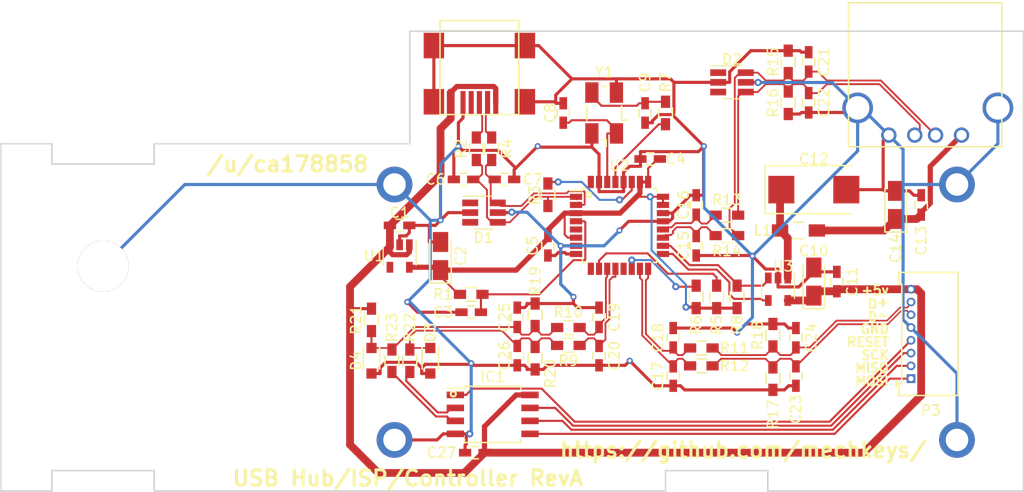
<source format=kicad_pcb>
(kicad_pcb (version 20171130) (host pcbnew "(5.1.12)-1")

  (general
    (thickness 1.6)
    (drawings 77)
    (tracks 671)
    (zones 0)
    (modules 80)
    (nets 47)
  )

  (page A4)
  (layers
    (0 F.Cu signal)
    (31 B.Cu signal)
    (32 B.Adhes user hide)
    (33 F.Adhes user hide)
    (34 B.Paste user hide)
    (35 F.Paste user hide)
    (36 B.SilkS user hide)
    (37 F.SilkS user hide)
    (38 B.Mask user hide)
    (39 F.Mask user hide)
    (40 Dwgs.User user hide)
    (41 Cmts.User user hide)
    (42 Eco1.User user hide)
    (43 Eco2.User user hide)
    (44 Edge.Cuts user)
    (45 Margin user hide)
    (46 B.CrtYd user hide)
    (47 F.CrtYd user hide)
    (48 B.Fab user hide)
    (49 F.Fab user hide)
  )

  (setup
    (last_trace_width 0.2032)
    (user_trace_width 0.1778)
    (user_trace_width 0.2032)
    (user_trace_width 0.254)
    (user_trace_width 0.381)
    (user_trace_width 0.508)
    (user_trace_width 0.762)
    (trace_clearance 0.1905)
    (zone_clearance 0.3048)
    (zone_45_only no)
    (trace_min 0.1524)
    (via_size 0.7016)
    (via_drill 0.3302)
    (via_min_size 0.6858)
    (via_min_drill 0.3302)
    (uvia_size 0.3)
    (uvia_drill 0.1)
    (uvias_allowed no)
    (uvia_min_size 0.2)
    (uvia_min_drill 0.1)
    (edge_width 0.15)
    (segment_width 0.2)
    (pcb_text_width 0.3)
    (pcb_text_size 1.5 1.5)
    (mod_edge_width 0.15)
    (mod_text_size 1 1)
    (mod_text_width 0.15)
    (pad_size 5 5)
    (pad_drill 5)
    (pad_to_mask_clearance 0.0508)
    (aux_axis_origin 70 80)
    (visible_elements 7FFFFFFF)
    (pcbplotparams
      (layerselection 0x00030_80000001)
      (usegerberextensions false)
      (usegerberattributes true)
      (usegerberadvancedattributes true)
      (creategerberjobfile true)
      (excludeedgelayer true)
      (linewidth 0.100000)
      (plotframeref false)
      (viasonmask false)
      (mode 1)
      (useauxorigin false)
      (hpglpennumber 1)
      (hpglpenspeed 20)
      (hpglpendiameter 15.000000)
      (psnegative false)
      (psa4output false)
      (plotreference true)
      (plotvalue true)
      (plotinvisibletext false)
      (padsonsilk false)
      (subtractmaskfromsilk false)
      (outputformat 1)
      (mirror false)
      (drillshape 1)
      (scaleselection 1)
      (outputdirectory ""))
  )

  (net 0 "")
  (net 1 "Net-(U2-Pad5)")
  (net 2 +5V)
  (net 3 GND)
  (net 4 +3V3)
  (net 5 RST)
  (net 6 D0+)
  (net 7 D0-)
  (net 8 "Net-(C8-Pad1)")
  (net 9 "Net-(C9-Pad1)")
  (net 10 "Net-(C12-Pad1)")
  (net 11 VBUS3)
  (net 12 D3-)
  (net 13 D3+)
  (net 14 D2-)
  (net 15 D2+)
  (net 16 D1-)
  (net 17 D1+)
  (net 18 D3D-)
  (net 19 D3D+)
  (net 20 D2D-)
  (net 21 D2D+)
  (net 22 D1D-)
  (net 23 D1D+)
  (net 24 "Net-(D1-Pad1)")
  (net 25 "Net-(D1-Pad3)")
  (net 26 "Net-(D2-Pad1)")
  (net 27 "Net-(D2-Pad3)")
  (net 28 RESET)
  (net 29 "Net-(IC1-Pad2)")
  (net 30 "Net-(IC1-Pad3)")
  (net 31 MOSI)
  (net 32 MISO)
  (net 33 SCK)
  (net 34 D-)
  (net 35 D+)
  (net 36 "Net-(P1-Pad4)")
  (net 37 "Net-(R3-Pad1)")
  (net 38 "Net-(R5-Pad2)")
  (net 39 "Net-(R6-Pad2)")
  (net 40 "Net-(R7-Pad1)")
  (net 41 OVRCUR3)
  (net 42 "Net-(U1-Pad4)")
  (net 43 "Net-(U2-Pad9)")
  (net 44 "Net-(U2-Pad13)")
  (net 45 PWRON3)
  (net 46 "Net-(U2-Pad32)")

  (net_class Default "This is the default net class."
    (clearance 0.1905)
    (trace_width 0.2032)
    (via_dia 0.7016)
    (via_drill 0.3302)
    (uvia_dia 0.3)
    (uvia_drill 0.1)
    (add_net MISO)
    (add_net MOSI)
    (add_net "Net-(C12-Pad1)")
    (add_net "Net-(C8-Pad1)")
    (add_net "Net-(C9-Pad1)")
    (add_net "Net-(D1-Pad1)")
    (add_net "Net-(D1-Pad3)")
    (add_net "Net-(D2-Pad1)")
    (add_net "Net-(D2-Pad3)")
    (add_net "Net-(IC1-Pad2)")
    (add_net "Net-(IC1-Pad3)")
    (add_net "Net-(P1-Pad4)")
    (add_net "Net-(R3-Pad1)")
    (add_net "Net-(R5-Pad2)")
    (add_net "Net-(R6-Pad2)")
    (add_net "Net-(R7-Pad1)")
    (add_net "Net-(U1-Pad4)")
    (add_net "Net-(U2-Pad13)")
    (add_net "Net-(U2-Pad32)")
    (add_net "Net-(U2-Pad5)")
    (add_net "Net-(U2-Pad9)")
    (add_net OVRCUR3)
    (add_net PWRON3)
    (add_net RESET)
    (add_net RST)
    (add_net SCK)
  )

  (net_class Power ""
    (clearance 0.1905)
    (trace_width 0.3048)
    (via_dia 0.7016)
    (via_drill 0.3302)
    (uvia_dia 0.3)
    (uvia_drill 0.1)
    (add_net +3V3)
    (add_net +5V)
    (add_net GND)
    (add_net VBUS3)
  )

  (net_class USB ""
    (clearance 0.1524)
    (trace_width 0.1524)
    (via_dia 0.6858)
    (via_drill 0.3302)
    (uvia_dia 0.3)
    (uvia_drill 0.1)
    (add_net D+)
    (add_net D-)
    (add_net D0+)
    (add_net D0-)
    (add_net D1+)
    (add_net D1-)
    (add_net D1D+)
    (add_net D1D-)
    (add_net D2+)
    (add_net D2-)
    (add_net D2D+)
    (add_net D2D-)
    (add_net D3+)
    (add_net D3-)
    (add_net D3D+)
    (add_net D3D-)
  )

  (module Keyboard:GNDVia-wRing (layer F.Cu) (tedit 586F7F29) (tstamp 586F8898)
    (at 139.75 46.25)
    (fp_text reference REF**_17 (at -0.8 1.1) (layer F.SilkS) hide
      (effects (font (size 1 1) (thickness 0.15)))
    )
    (fp_text value "GND Via" (at 0 -1) (layer F.Fab) hide
      (effects (font (size 1 1) (thickness 0.15)))
    )
    (pad GND thru_hole circle (at 0 0) (size 0.6 0.6) (drill 0.3) (layers *.Cu)
      (net 3 GND) (zone_connect 2))
  )

  (module Keyboard:GNDVia-wRing (layer F.Cu) (tedit 586F7EBE) (tstamp 586F8752)
    (at 156.5 67.25)
    (fp_text reference REF**_16 (at -0.8 1.1) (layer F.SilkS) hide
      (effects (font (size 1 1) (thickness 0.15)))
    )
    (fp_text value "GND Via" (at 0 -1) (layer F.Fab) hide
      (effects (font (size 1 1) (thickness 0.15)))
    )
    (pad GND thru_hole circle (at 0 0) (size 0.6 0.6) (drill 0.3) (layers *.Cu)
      (net 3 GND) (zone_connect 2))
  )

  (module Keyboard:GNDVia-wRing (layer F.Cu) (tedit 586F7EBE) (tstamp 586F874C)
    (at 141 67.5)
    (fp_text reference REF**_15 (at -0.8 1.1) (layer F.SilkS) hide
      (effects (font (size 1 1) (thickness 0.15)))
    )
    (fp_text value "GND Via" (at 0 -1) (layer F.Fab) hide
      (effects (font (size 1 1) (thickness 0.15)))
    )
    (pad GND thru_hole circle (at 0 0) (size 0.6 0.6) (drill 0.3) (layers *.Cu)
      (net 3 GND) (zone_connect 2))
  )

  (module Keyboard:GNDVia-wRing (layer F.Cu) (tedit 586F7EBE) (tstamp 586F7F5A)
    (at 151 61)
    (fp_text reference REF**_14 (at -0.8 1.1) (layer F.SilkS) hide
      (effects (font (size 1 1) (thickness 0.15)))
    )
    (fp_text value "GND Via" (at 0 -1) (layer F.Fab) hide
      (effects (font (size 1 1) (thickness 0.15)))
    )
    (pad GND thru_hole circle (at 0 0) (size 0.6 0.6) (drill 0.3) (layers *.Cu)
      (net 3 GND) (zone_connect 2))
  )

  (module Keyboard:GNDVia-wRing (layer F.Cu) (tedit 586F7EBE) (tstamp 586F7ECF)
    (at 138 53.5)
    (fp_text reference REF**_13 (at -0.8 1.1) (layer F.SilkS) hide
      (effects (font (size 1 1) (thickness 0.15)))
    )
    (fp_text value "GND Via" (at 0 -1) (layer F.Fab) hide
      (effects (font (size 1 1) (thickness 0.15)))
    )
    (pad GND thru_hole circle (at 0 0) (size 0.6 0.6) (drill 0.3) (layers *.Cu)
      (net 3 GND) (zone_connect 2))
  )

  (module Keyboard:GNDVia-wRing (layer F.Cu) (tedit 586F7EBE) (tstamp 586F7EC3)
    (at 155.5 54.5)
    (fp_text reference REF**_12 (at -0.8 1.1) (layer F.SilkS) hide
      (effects (font (size 1 1) (thickness 0.15)))
    )
    (fp_text value "GND Via" (at 0 -1) (layer F.Fab) hide
      (effects (font (size 1 1) (thickness 0.15)))
    )
    (pad GND thru_hole circle (at 0 0) (size 0.6 0.6) (drill 0.3) (layers *.Cu)
      (net 3 GND) (zone_connect 2))
  )

  (module Mounting_Holes:MountingHole_2.2mm_M2_ISO7380_Pad (layer F.Cu) (tedit 586F7E44) (tstamp 586EE8C0)
    (at 133.5 75)
    (descr "Mounting Hole 2.2mm, M2, ISO7380")
    (tags "mounting hole 2.2mm m2 iso7380")
    (fp_text reference REF**_11 (at 0 -2.75) (layer F.SilkS) hide
      (effects (font (size 1 1) (thickness 0.15)))
    )
    (fp_text value MountingHole_2.2mm_M2_ISO7380_Pad (at 0 2.75) (layer F.Fab)
      (effects (font (size 1 1) (thickness 0.15)))
    )
    (fp_circle (center 0 0) (end 2 0) (layer F.CrtYd) (width 0.05))
    (fp_circle (center 0 0) (end 1.75 0) (layer Cmts.User) (width 0.15))
    (pad 1 thru_hole circle (at 0 0) (size 3.5 3.5) (drill 2.2) (layers *.Cu *.Mask)
      (net 3 GND))
  )

  (module Mounting_Holes:MountingHole_2.2mm_M2_ISO7380_Pad (layer F.Cu) (tedit 586F7E51) (tstamp 586EE891)
    (at 188.5 75)
    (descr "Mounting Hole 2.2mm, M2, ISO7380")
    (tags "mounting hole 2.2mm m2 iso7380")
    (fp_text reference REF**_10 (at 0 -2.75) (layer F.SilkS) hide
      (effects (font (size 1 1) (thickness 0.15)))
    )
    (fp_text value MountingHole_2.2mm_M2_ISO7380_Pad (at 0 2.75) (layer F.Fab)
      (effects (font (size 1 1) (thickness 0.15)))
    )
    (fp_circle (center 0 0) (end 2 0) (layer F.CrtYd) (width 0.05))
    (fp_circle (center 0 0) (end 1.75 0) (layer Cmts.User) (width 0.15))
    (pad 1 thru_hole circle (at 0 0) (size 3.5 3.5) (drill 2.2) (layers *.Cu *.Mask)
      (net 3 GND))
  )

  (module Keyboard:GNDVia-wRing (layer F.Cu) (tedit 586F7EBE) (tstamp 586EE86A)
    (at 149.75 56)
    (fp_text reference REF**_9 (at -0.8 1.1) (layer F.SilkS) hide
      (effects (font (size 1 1) (thickness 0.15)))
    )
    (fp_text value "GND Via" (at 0 -1) (layer F.Fab) hide
      (effects (font (size 1 1) (thickness 0.15)))
    )
    (pad GND thru_hole circle (at 0 0) (size 0.6 0.6) (drill 0.3) (layers *.Cu)
      (net 3 GND) (zone_connect 2))
  )

  (module Keyboard:GNDVia-wRing (layer F.Cu) (tedit 586F7F19) (tstamp 586EE856)
    (at 168.5 57)
    (fp_text reference REF**_8 (at -0.8 1.1) (layer F.SilkS) hide
      (effects (font (size 1 1) (thickness 0.15)))
    )
    (fp_text value "GND Via" (at 0 -1) (layer F.Fab) hide
      (effects (font (size 1 1) (thickness 0.15)))
    )
    (pad GND thru_hole circle (at 0 0) (size 0.6 0.6) (drill 0.3) (layers *.Cu)
      (net 3 GND) (zone_connect 2))
  )

  (module Keyboard:GNDVia-wRing (layer F.Cu) (tedit 586F7F04) (tstamp 586EE850)
    (at 167 64.5)
    (fp_text reference REF**_7 (at -0.8 1.1) (layer F.SilkS) hide
      (effects (font (size 1 1) (thickness 0.15)))
    )
    (fp_text value "GND Via" (at 0 -1) (layer F.Fab) hide
      (effects (font (size 1 1) (thickness 0.15)))
    )
    (pad GND thru_hole circle (at 0 0) (size 0.6 0.6) (drill 0.3) (layers *.Cu)
      (net 3 GND) (zone_connect 2))
  )

  (module Keyboard:GNDVia-wRing (layer F.Cu) (tedit 586F7F11) (tstamp 586EE846)
    (at 163.75 46.25)
    (fp_text reference REF**_6 (at -0.8 1.1) (layer F.SilkS) hide
      (effects (font (size 1 1) (thickness 0.15)))
    )
    (fp_text value "GND Via" (at 0 -1) (layer F.Fab) hide
      (effects (font (size 1 1) (thickness 0.15)))
    )
    (pad GND thru_hole circle (at 0 0) (size 0.6 0.6) (drill 0.3) (layers *.Cu)
      (net 3 GND) (zone_connect 2))
  )

  (module Keyboard:GNDVia-wRing (layer F.Cu) (tedit 586F7F29) (tstamp 586EE839)
    (at 147.5 46.25)
    (fp_text reference REF**_5 (at -0.8 1.1) (layer F.SilkS) hide
      (effects (font (size 1 1) (thickness 0.15)))
    )
    (fp_text value "GND Via" (at 0 -1) (layer F.Fab) hide
      (effects (font (size 1 1) (thickness 0.15)))
    )
    (pad GND thru_hole circle (at 0 0) (size 0.6 0.6) (drill 0.3) (layers *.Cu)
      (net 3 GND) (zone_connect 2))
  )

  (module Keyboard:GNDVia-wRing (layer F.Cu) (tedit 586F7EFB) (tstamp 586EE822)
    (at 134.75 61.5)
    (fp_text reference REF**_4 (at -0.8 1.1) (layer F.SilkS) hide
      (effects (font (size 1 1) (thickness 0.15)))
    )
    (fp_text value "GND Via" (at 0 -1) (layer F.Fab) hide
      (effects (font (size 1 1) (thickness 0.15)))
    )
    (pad GND thru_hole circle (at 0 0) (size 0.6 0.6) (drill 0.3) (layers *.Cu)
      (net 3 GND) (zone_connect 2))
  )

  (module TO_SOT_Packages_SMD:SOT-23-6_Handsoldering (layer F.Cu) (tedit 583F3ECB) (tstamp 586720D9)
    (at 142.25 52.75)
    (descr "6-pin SOT-23 package, Handsoldering")
    (tags "SOT-23-6 Handsoldering")
    (path /5865C589)
    (attr smd)
    (fp_text reference D1 (at -0.05 2.45) (layer F.SilkS)
      (effects (font (size 1 1) (thickness 0.15)))
    )
    (fp_text value SN65220 (at 0 2.9) (layer F.Fab)
      (effects (font (size 1 1) (thickness 0.15)))
    )
    (fp_line (start 0.9 -1.55) (end 0.9 1.55) (layer F.Fab) (width 0.15))
    (fp_line (start 0.9 1.55) (end -0.9 1.55) (layer F.Fab) (width 0.15))
    (fp_line (start -0.9 -1.55) (end -0.9 1.55) (layer F.Fab) (width 0.15))
    (fp_line (start 0.9 -1.55) (end -0.9 -1.55) (layer F.Fab) (width 0.15))
    (fp_line (start -2.4 -1.8) (end 2.4 -1.8) (layer F.CrtYd) (width 0.05))
    (fp_line (start 2.4 -1.8) (end 2.4 1.8) (layer F.CrtYd) (width 0.05))
    (fp_line (start 2.4 1.8) (end -2.4 1.8) (layer F.CrtYd) (width 0.05))
    (fp_line (start -2.4 1.8) (end -2.4 -1.8) (layer F.CrtYd) (width 0.05))
    (fp_line (start 0.9 -1.61) (end -2.05 -1.61) (layer F.SilkS) (width 0.12))
    (fp_line (start -0.9 1.61) (end 0.9 1.61) (layer F.SilkS) (width 0.12))
    (pad 1 smd rect (at -1.35 -0.95) (size 1.56 0.65) (layers F.Cu F.Paste F.Mask)
      (net 24 "Net-(D1-Pad1)"))
    (pad 2 smd rect (at -1.35 0) (size 1.56 0.65) (layers F.Cu F.Paste F.Mask)
      (net 3 GND))
    (pad 3 smd rect (at -1.35 0.95) (size 1.56 0.65) (layers F.Cu F.Paste F.Mask)
      (net 25 "Net-(D1-Pad3)"))
    (pad 4 smd rect (at 1.35 0.95) (size 1.56 0.65) (layers F.Cu F.Paste F.Mask)
      (net 6 D0+))
    (pad 6 smd rect (at 1.35 -0.95) (size 1.56 0.65) (layers F.Cu F.Paste F.Mask)
      (net 7 D0-))
    (pad 5 smd rect (at 1.35 0) (size 1.56 0.65) (layers F.Cu F.Paste F.Mask)
      (net 3 GND))
    (model TO_SOT_Packages_SMD.3dshapes/SOT-23-6.wrl
      (at (xyz 0 0 0))
      (scale (xyz 1 1 1))
      (rotate (xyz 0 0 0))
    )
  )

  (module TO_SOT_Packages_SMD:SOT-23-6_Handsoldering (layer F.Cu) (tedit 583F3ECB) (tstamp 7FFFFFFF)
    (at 166.5 40)
    (descr "6-pin SOT-23 package, Handsoldering")
    (tags "SOT-23-6 Handsoldering")
    (path /58675898)
    (attr smd)
    (fp_text reference D2 (at 0 -2.25) (layer F.SilkS)
      (effects (font (size 1 1) (thickness 0.15)))
    )
    (fp_text value SN65220 (at 0 2.9) (layer F.Fab)
      (effects (font (size 1 1) (thickness 0.15)))
    )
    (fp_line (start 0.9 -1.55) (end 0.9 1.55) (layer F.Fab) (width 0.15))
    (fp_line (start 0.9 1.55) (end -0.9 1.55) (layer F.Fab) (width 0.15))
    (fp_line (start -0.9 -1.55) (end -0.9 1.55) (layer F.Fab) (width 0.15))
    (fp_line (start 0.9 -1.55) (end -0.9 -1.55) (layer F.Fab) (width 0.15))
    (fp_line (start -2.4 -1.8) (end 2.4 -1.8) (layer F.CrtYd) (width 0.05))
    (fp_line (start 2.4 -1.8) (end 2.4 1.8) (layer F.CrtYd) (width 0.05))
    (fp_line (start 2.4 1.8) (end -2.4 1.8) (layer F.CrtYd) (width 0.05))
    (fp_line (start -2.4 1.8) (end -2.4 -1.8) (layer F.CrtYd) (width 0.05))
    (fp_line (start 0.9 -1.61) (end -2.05 -1.61) (layer F.SilkS) (width 0.12))
    (fp_line (start -0.9 1.61) (end 0.9 1.61) (layer F.SilkS) (width 0.12))
    (pad 1 smd rect (at -1.35 -0.95) (size 1.56 0.65) (layers F.Cu F.Paste F.Mask)
      (net 26 "Net-(D2-Pad1)"))
    (pad 2 smd rect (at -1.35 0) (size 1.56 0.65) (layers F.Cu F.Paste F.Mask)
      (net 3 GND))
    (pad 3 smd rect (at -1.35 0.95) (size 1.56 0.65) (layers F.Cu F.Paste F.Mask)
      (net 27 "Net-(D2-Pad3)"))
    (pad 4 smd rect (at 1.35 0.95) (size 1.56 0.65) (layers F.Cu F.Paste F.Mask)
      (net 19 D3D+))
    (pad 6 smd rect (at 1.35 -0.95) (size 1.56 0.65) (layers F.Cu F.Paste F.Mask)
      (net 18 D3D-))
    (pad 5 smd rect (at 1.35 0) (size 1.56 0.65) (layers F.Cu F.Paste F.Mask)
      (net 3 GND))
    (model TO_SOT_Packages_SMD.3dshapes/SOT-23-6.wrl
      (at (xyz 0 0 0))
      (scale (xyz 1 1 1))
      (rotate (xyz 0 0 0))
    )
  )

  (module Connect:USB_Mini-B (layer F.Cu) (tedit 586EE5DE) (tstamp 58672110)
    (at 141.8 38.5507 270)
    (descr "USB Mini-B 5-pin SMD connector")
    (tags "USB USB_B USB_Mini connector")
    (path /5865AD88)
    (attr smd)
    (fp_text reference P1 (at -2.5 -6.5) (layer F.SilkS) hide
      (effects (font (size 1 1) (thickness 0.15)))
    )
    (fp_text value USB_OTG (at 0 -7.0993 270) (layer F.Fab)
      (effects (font (size 1 1) (thickness 0.15)))
    )
    (fp_line (start 4.59994 -3.85064) (end -4.59994 -3.85064) (layer F.SilkS) (width 0.15))
    (fp_line (start 4.59994 3.85064) (end 4.59994 -3.85064) (layer F.SilkS) (width 0.15))
    (fp_line (start -4.59994 3.85064) (end 4.59994 3.85064) (layer F.SilkS) (width 0.15))
    (fp_line (start -4.59994 -3.85064) (end -4.59994 3.85064) (layer F.SilkS) (width 0.15))
    (fp_line (start -3.59918 -3.85064) (end -3.59918 3.85064) (layer F.SilkS) (width 0.15))
    (fp_line (start -4.85 5.7) (end -4.85 -5.7) (layer F.CrtYd) (width 0.05))
    (fp_line (start 4.85 5.7) (end -4.85 5.7) (layer F.CrtYd) (width 0.05))
    (fp_line (start 4.85 -5.7) (end 4.85 5.7) (layer F.CrtYd) (width 0.05))
    (fp_line (start -4.85 -5.7) (end 4.85 -5.7) (layer F.CrtYd) (width 0.05))
    (pad 1 smd rect (at 3.44932 -1.6002 270) (size 2.30124 0.50038) (layers F.Cu F.Paste F.Mask)
      (net 2 +5V))
    (pad 2 smd rect (at 3.44932 -0.8001 270) (size 2.30124 0.50038) (layers F.Cu F.Paste F.Mask)
      (net 34 D-))
    (pad 3 smd rect (at 3.44932 0 270) (size 2.30124 0.50038) (layers F.Cu F.Paste F.Mask)
      (net 35 D+))
    (pad 4 smd rect (at 3.44932 0.8001 270) (size 2.30124 0.50038) (layers F.Cu F.Paste F.Mask)
      (net 36 "Net-(P1-Pad4)"))
    (pad 5 smd rect (at 3.44932 1.6002 270) (size 2.30124 0.50038) (layers F.Cu F.Paste F.Mask)
      (net 3 GND))
    (pad 6 smd rect (at 3.35026 -4.45008 270) (size 2.49936 1.99898) (layers F.Cu F.Paste F.Mask)
      (net 3 GND))
    (pad 6 smd rect (at -2.14884 -4.45008 270) (size 2.49936 1.99898) (layers F.Cu F.Paste F.Mask)
      (net 3 GND))
    (pad 6 smd rect (at 3.35026 4.45008 270) (size 2.49936 1.99898) (layers F.Cu F.Paste F.Mask)
      (net 3 GND))
    (pad 6 smd rect (at -2.14884 4.45008 270) (size 2.49936 1.99898) (layers F.Cu F.Paste F.Mask)
      (net 3 GND))
    (pad "" np_thru_hole circle (at 0.8509 -2.19964 270) (size 0.89916 0.89916) (drill 0.89916) (layers *.Cu *.Mask))
    (pad "" np_thru_hole circle (at 0.8509 2.19964 270) (size 0.89916 0.89916) (drill 0.89916) (layers *.Cu *.Mask))
  )

  (module Connect:USB_A (layer F.Cu) (tedit 586EE5E2) (tstamp 5867211A)
    (at 188.945 45.1649 180)
    (descr "USB A connector")
    (tags "USB USB_A")
    (path /5867086D)
    (fp_text reference P2 (at 12.19486 9.16488 180) (layer F.SilkS) hide
      (effects (font (size 1 1) (thickness 0.15)))
    )
    (fp_text value USB_A (at 3.83794 7.43458 180) (layer F.Fab)
      (effects (font (size 1 1) (thickness 0.15)))
    )
    (fp_line (start 11.04986 12.95188) (end -3.93614 12.95188) (layer F.SilkS) (width 0.15))
    (fp_line (start 11.04986 -1.14512) (end -3.93614 -1.14512) (layer F.SilkS) (width 0.15))
    (fp_line (start -3.93614 12.95188) (end -3.93614 -1.14512) (layer F.SilkS) (width 0.15))
    (fp_line (start 11.04986 -1.14512) (end 11.04986 12.95188) (layer F.SilkS) (width 0.15))
    (fp_line (start -5.3 -1.4) (end 11.95 -1.4) (layer F.CrtYd) (width 0.05))
    (fp_line (start -5.3 13.2) (end 11.95 13.2) (layer F.CrtYd) (width 0.05))
    (fp_line (start 11.95 -1.4) (end 11.95 13.2) (layer F.CrtYd) (width 0.05))
    (fp_line (start -5.3 13.2) (end -5.3 -1.4) (layer F.CrtYd) (width 0.05))
    (pad 4 thru_hole circle (at 7.11286 -0.00212 90) (size 1.50114 1.50114) (drill 1.00076) (layers *.Cu *.Mask)
      (net 3 GND))
    (pad 3 thru_hole circle (at 4.57286 -0.00212 90) (size 1.50114 1.50114) (drill 1.00076) (layers *.Cu *.Mask)
      (net 19 D3D+))
    (pad 2 thru_hole circle (at 2.54086 -0.00212 90) (size 1.50114 1.50114) (drill 1.00076) (layers *.Cu *.Mask)
      (net 18 D3D-))
    (pad 1 thru_hole circle (at 0.00086 -0.00212 90) (size 1.50114 1.50114) (drill 1.00076) (layers *.Cu *.Mask)
      (net 11 VBUS3))
    (pad 5 thru_hole circle (at 10.16086 2.66488 90) (size 2.99974 2.99974) (drill 2.30124) (layers *.Cu *.Mask)
      (net 3 GND))
    (pad 5 thru_hole circle (at -3.55514 2.66488 90) (size 2.99974 2.99974) (drill 2.30124) (layers *.Cu *.Mask)
      (net 3 GND))
    (model Connect.3dshapes/USB_A.wrl
      (offset (xyz 3.555999946594238 0 0))
      (scale (xyz 1 1 1))
      (rotate (xyz 0 0 90))
    )
  )

  (module TO_SOT_Packages_SMD:SOT-23-5 (layer F.Cu) (tedit 583F3A3F) (tstamp 586721BB)
    (at 134 57 270)
    (descr "5-pin SOT23 package")
    (tags SOT-23-5)
    (path /5865AF8C)
    (attr smd)
    (fp_text reference U1 (at 0 2.5 180) (layer F.SilkS)
      (effects (font (size 1 1) (thickness 0.15)))
    )
    (fp_text value TPS76333 (at 0 2.9 270) (layer F.Fab)
      (effects (font (size 1 1) (thickness 0.15)))
    )
    (fp_line (start 0.9 -1.55) (end 0.9 1.55) (layer F.Fab) (width 0.15))
    (fp_line (start 0.9 1.55) (end -0.9 1.55) (layer F.Fab) (width 0.15))
    (fp_line (start -0.9 -1.55) (end -0.9 1.55) (layer F.Fab) (width 0.15))
    (fp_line (start 0.9 -1.55) (end -0.9 -1.55) (layer F.Fab) (width 0.15))
    (fp_line (start -1.9 1.8) (end -1.9 -1.8) (layer F.CrtYd) (width 0.05))
    (fp_line (start 1.9 1.8) (end -1.9 1.8) (layer F.CrtYd) (width 0.05))
    (fp_line (start 1.9 -1.8) (end 1.9 1.8) (layer F.CrtYd) (width 0.05))
    (fp_line (start -1.9 -1.8) (end 1.9 -1.8) (layer F.CrtYd) (width 0.05))
    (fp_line (start 0.9 -1.61) (end -1.55 -1.61) (layer F.SilkS) (width 0.12))
    (fp_line (start -0.9 1.61) (end 0.9 1.61) (layer F.SilkS) (width 0.12))
    (pad 1 smd rect (at -1.1 -0.95 270) (size 1.06 0.65) (layers F.Cu F.Paste F.Mask)
      (net 2 +5V))
    (pad 2 smd rect (at -1.1 0 270) (size 1.06 0.65) (layers F.Cu F.Paste F.Mask)
      (net 3 GND))
    (pad 3 smd rect (at -1.1 0.95 270) (size 1.06 0.65) (layers F.Cu F.Paste F.Mask)
      (net 2 +5V))
    (pad 4 smd rect (at 1.1 0.95 270) (size 1.06 0.65) (layers F.Cu F.Paste F.Mask)
      (net 42 "Net-(U1-Pad4)"))
    (pad 5 smd rect (at 1.1 -0.95 270) (size 1.06 0.65) (layers F.Cu F.Paste F.Mask)
      (net 4 +3V3))
    (model TO_SOT_Packages_SMD.3dshapes/SOT-23-5.wrl
      (at (xyz 0 0 0))
      (scale (xyz 1 1 1))
      (rotate (xyz 0 0 0))
    )
  )

  (module Housings_QFP:LQFP-32_7x7mm_Pitch0.8mm (layer F.Cu) (tedit 54130A77) (tstamp 586721DF)
    (at 155.5 54)
    (descr "LQFP32: plastic low profile quad flat package; 32 leads; body 7 x 7 x 1.4 mm (see NXP sot358-1_po.pdf and sot358-1_fr.pdf)")
    (tags "QFP 0.8")
    (path /5865AD0F)
    (attr smd)
    (fp_text reference U2 (at 0 -5.85) (layer F.SilkS)
      (effects (font (size 1 1) (thickness 0.15)))
    )
    (fp_text value TUSB2036 (at 0 5.85) (layer F.Fab)
      (effects (font (size 1 1) (thickness 0.15)))
    )
    (fp_line (start -3.625 -3.4) (end -4.85 -3.4) (layer F.SilkS) (width 0.15))
    (fp_line (start 3.625 -3.625) (end 3.325 -3.625) (layer F.SilkS) (width 0.15))
    (fp_line (start 3.625 3.625) (end 3.325 3.625) (layer F.SilkS) (width 0.15))
    (fp_line (start -3.625 3.625) (end -3.325 3.625) (layer F.SilkS) (width 0.15))
    (fp_line (start -3.625 -3.625) (end -3.325 -3.625) (layer F.SilkS) (width 0.15))
    (fp_line (start -3.625 3.625) (end -3.625 3.325) (layer F.SilkS) (width 0.15))
    (fp_line (start 3.625 3.625) (end 3.625 3.325) (layer F.SilkS) (width 0.15))
    (fp_line (start 3.625 -3.625) (end 3.625 -3.325) (layer F.SilkS) (width 0.15))
    (fp_line (start -3.625 -3.625) (end -3.625 -3.4) (layer F.SilkS) (width 0.15))
    (fp_line (start -5.1 5.1) (end 5.1 5.1) (layer F.CrtYd) (width 0.05))
    (fp_line (start -5.1 -5.1) (end 5.1 -5.1) (layer F.CrtYd) (width 0.05))
    (fp_line (start 5.1 -5.1) (end 5.1 5.1) (layer F.CrtYd) (width 0.05))
    (fp_line (start -5.1 -5.1) (end -5.1 5.1) (layer F.CrtYd) (width 0.05))
    (fp_line (start -3.5 -2.5) (end -2.5 -3.5) (layer F.Fab) (width 0.15))
    (fp_line (start -3.5 3.5) (end -3.5 -2.5) (layer F.Fab) (width 0.15))
    (fp_line (start 3.5 3.5) (end -3.5 3.5) (layer F.Fab) (width 0.15))
    (fp_line (start 3.5 -3.5) (end 3.5 3.5) (layer F.Fab) (width 0.15))
    (fp_line (start -2.5 -3.5) (end 3.5 -3.5) (layer F.Fab) (width 0.15))
    (fp_text user %R (at 0 0) (layer F.Fab)
      (effects (font (size 1 1) (thickness 0.15)))
    )
    (pad 1 smd rect (at -4.25 -2.8) (size 1.2 0.6) (layers F.Cu F.Paste F.Mask)
      (net 6 D0+))
    (pad 2 smd rect (at -4.25 -2) (size 1.2 0.6) (layers F.Cu F.Paste F.Mask)
      (net 7 D0-))
    (pad 3 smd rect (at -4.25 -1.2) (size 1.2 0.6) (layers F.Cu F.Paste F.Mask)
      (net 4 +3V3))
    (pad 4 smd rect (at -4.25 -0.4) (size 1.2 0.6) (layers F.Cu F.Paste F.Mask)
      (net 5 RST))
    (pad 5 smd rect (at -4.25 0.4) (size 1.2 0.6) (layers F.Cu F.Paste F.Mask)
      (net 1 "Net-(U2-Pad5)"))
    (pad 6 smd rect (at -4.25 1.2) (size 1.2 0.6) (layers F.Cu F.Paste F.Mask)
      (net 4 +3V3))
    (pad 7 smd rect (at -4.25 2) (size 1.2 0.6) (layers F.Cu F.Paste F.Mask)
      (net 3 GND))
    (pad 8 smd rect (at -4.25 2.8) (size 1.2 0.6) (layers F.Cu F.Paste F.Mask)
      (net 3 GND))
    (pad 9 smd rect (at -2.8 4.25 90) (size 1.2 0.6) (layers F.Cu F.Paste F.Mask)
      (net 43 "Net-(U2-Pad9)"))
    (pad 10 smd rect (at -2 4.25 90) (size 1.2 0.6) (layers F.Cu F.Paste F.Mask)
      (net 38 "Net-(R5-Pad2)"))
    (pad 11 smd rect (at -1.2 4.25 90) (size 1.2 0.6) (layers F.Cu F.Paste F.Mask)
      (net 16 D1-))
    (pad 12 smd rect (at -0.4 4.25 90) (size 1.2 0.6) (layers F.Cu F.Paste F.Mask)
      (net 17 D1+))
    (pad 13 smd rect (at 0.4 4.25 90) (size 1.2 0.6) (layers F.Cu F.Paste F.Mask)
      (net 44 "Net-(U2-Pad13)"))
    (pad 14 smd rect (at 1.2 4.25 90) (size 1.2 0.6) (layers F.Cu F.Paste F.Mask)
      (net 39 "Net-(R6-Pad2)"))
    (pad 15 smd rect (at 2 4.25 90) (size 1.2 0.6) (layers F.Cu F.Paste F.Mask)
      (net 14 D2-))
    (pad 16 smd rect (at 2.8 4.25 90) (size 1.2 0.6) (layers F.Cu F.Paste F.Mask)
      (net 15 D2+))
    (pad 17 smd rect (at 4.25 2.8) (size 1.2 0.6) (layers F.Cu F.Paste F.Mask)
      (net 45 PWRON3))
    (pad 18 smd rect (at 4.25 2) (size 1.2 0.6) (layers F.Cu F.Paste F.Mask)
      (net 41 OVRCUR3))
    (pad 19 smd rect (at 4.25 1.2) (size 1.2 0.6) (layers F.Cu F.Paste F.Mask)
      (net 12 D3-))
    (pad 20 smd rect (at 4.25 0.4) (size 1.2 0.6) (layers F.Cu F.Paste F.Mask)
      (net 13 D3+))
    (pad 21 smd rect (at 4.25 -0.4) (size 1.2 0.6) (layers F.Cu F.Paste F.Mask)
      (net 3 GND))
    (pad 22 smd rect (at 4.25 -1.2) (size 1.2 0.6) (layers F.Cu F.Paste F.Mask)
      (net 3 GND))
    (pad 23 smd rect (at 4.25 -2) (size 1.2 0.6) (layers F.Cu F.Paste F.Mask)
      (net 4 +3V3))
    (pad 24 smd rect (at 4.25 -2.8) (size 1.2 0.6) (layers F.Cu F.Paste F.Mask)
      (net 4 +3V3))
    (pad 25 smd rect (at 2.8 -4.25 90) (size 1.2 0.6) (layers F.Cu F.Paste F.Mask)
      (net 4 +3V3))
    (pad 26 smd rect (at 2 -4.25 90) (size 1.2 0.6) (layers F.Cu F.Paste F.Mask)
      (net 4 +3V3))
    (pad 27 smd rect (at 1.2 -4.25 90) (size 1.2 0.6) (layers F.Cu F.Paste F.Mask)
      (net 37 "Net-(R3-Pad1)"))
    (pad 28 smd rect (at 0.4 -4.25 90) (size 1.2 0.6) (layers F.Cu F.Paste F.Mask)
      (net 3 GND))
    (pad 29 smd rect (at -0.4 -4.25 90) (size 1.2 0.6) (layers F.Cu F.Paste F.Mask)
      (net 40 "Net-(R7-Pad1)"))
    (pad 30 smd rect (at -1.2 -4.25 90) (size 1.2 0.6) (layers F.Cu F.Paste F.Mask)
      (net 8 "Net-(C8-Pad1)"))
    (pad 31 smd rect (at -2 -4.25 90) (size 1.2 0.6) (layers F.Cu F.Paste F.Mask)
      (net 3 GND))
    (pad 32 smd rect (at -2.8 -4.25 90) (size 1.2 0.6) (layers F.Cu F.Paste F.Mask)
      (net 46 "Net-(U2-Pad32)"))
    (model Housings_QFP.3dshapes/LQFP-32_7x7mm_Pitch0.8mm.wrl
      (at (xyz 0 0 0))
      (scale (xyz 1 1 1))
      (rotate (xyz 0 0 0))
    )
  )

  (module TO_SOT_Packages_SMD:SOT-23-5 (layer F.Cu) (tedit 583F3A3F) (tstamp 7FFFFFFF)
    (at 171 60.25 270)
    (descr "5-pin SOT23 package")
    (tags SOT-23-5)
    (path /586703A8)
    (attr smd)
    (fp_text reference U3 (at -2.25 -0.5 180) (layer F.SilkS)
      (effects (font (size 1 1) (thickness 0.15)))
    )
    (fp_text value TPS2041B (at 0 2.9 270) (layer F.Fab)
      (effects (font (size 1 1) (thickness 0.15)))
    )
    (fp_line (start 0.9 -1.55) (end 0.9 1.55) (layer F.Fab) (width 0.15))
    (fp_line (start 0.9 1.55) (end -0.9 1.55) (layer F.Fab) (width 0.15))
    (fp_line (start -0.9 -1.55) (end -0.9 1.55) (layer F.Fab) (width 0.15))
    (fp_line (start 0.9 -1.55) (end -0.9 -1.55) (layer F.Fab) (width 0.15))
    (fp_line (start -1.9 1.8) (end -1.9 -1.8) (layer F.CrtYd) (width 0.05))
    (fp_line (start 1.9 1.8) (end -1.9 1.8) (layer F.CrtYd) (width 0.05))
    (fp_line (start 1.9 -1.8) (end 1.9 1.8) (layer F.CrtYd) (width 0.05))
    (fp_line (start -1.9 -1.8) (end 1.9 -1.8) (layer F.CrtYd) (width 0.05))
    (fp_line (start 0.9 -1.61) (end -1.55 -1.61) (layer F.SilkS) (width 0.12))
    (fp_line (start -0.9 1.61) (end 0.9 1.61) (layer F.SilkS) (width 0.12))
    (pad 1 smd rect (at -1.1 -0.95 270) (size 1.06 0.65) (layers F.Cu F.Paste F.Mask)
      (net 10 "Net-(C12-Pad1)"))
    (pad 2 smd rect (at -1.1 0 270) (size 1.06 0.65) (layers F.Cu F.Paste F.Mask)
      (net 3 GND))
    (pad 3 smd rect (at -1.1 0.95 270) (size 1.06 0.65) (layers F.Cu F.Paste F.Mask)
      (net 41 OVRCUR3))
    (pad 4 smd rect (at 1.1 0.95 270) (size 1.06 0.65) (layers F.Cu F.Paste F.Mask)
      (net 45 PWRON3))
    (pad 5 smd rect (at 1.1 -0.95 270) (size 1.06 0.65) (layers F.Cu F.Paste F.Mask)
      (net 2 +5V))
    (model TO_SOT_Packages_SMD.3dshapes/SOT-23-5.wrl
      (at (xyz 0 0 0))
      (scale (xyz 1 1 1))
      (rotate (xyz 0 0 0))
    )
  )

  (module Crystals:Crystal_SMD_5032_4Pads (layer F.Cu) (tedit 56EB1F0C) (tstamp 586721F0)
    (at 154 43 90)
    (descr "Ceramic SMD crystal, 5.0x3.2mm, 4 Pads")
    (tags "crystal oscillator quartz SMD SMT 5032")
    (path /5867DC0C)
    (attr smd)
    (fp_text reference Y1 (at 4 0 180) (layer F.SilkS)
      (effects (font (size 1 1) (thickness 0.15)))
    )
    (fp_text value Crystal_GND3 (at 0 3.25 90) (layer F.Fab)
      (effects (font (size 1 1) (thickness 0.15)))
    )
    (fp_line (start -2.6 0.2) (end -2.6 -0.2) (layer F.SilkS) (width 0.15))
    (fp_line (start 2.6 0.2) (end 2.6 -0.2) (layer F.SilkS) (width 0.15))
    (fp_line (start -0.70104 -1.7) (end 0.70104 -1.7) (layer F.SilkS) (width 0.15))
    (fp_line (start 0.70208 1.7) (end -0.7 1.7) (layer F.SilkS) (width 0.15))
    (fp_line (start 3.5 -2.35) (end -3.5 -2.35) (layer F.CrtYd) (width 0.05))
    (fp_line (start -3.5 -2.35) (end -3.5 2.35) (layer F.CrtYd) (width 0.05))
    (fp_line (start -3.5 2.35) (end 3.5 2.35) (layer F.CrtYd) (width 0.05))
    (fp_line (start 3.5 2.35) (end 3.5 -2.35) (layer F.CrtYd) (width 0.05))
    (fp_line (start 2.5 -1.6) (end -2.5 -1.6) (layer F.Fab) (width 0.15))
    (fp_line (start -2.5 -1.6) (end -2.5 1.6) (layer F.Fab) (width 0.15))
    (fp_line (start -2.5 1.6) (end 2.5 1.6) (layer F.Fab) (width 0.15))
    (fp_line (start 2.5 1.6) (end 2.5 -1.6) (layer F.Fab) (width 0.15))
    (fp_line (start -0.7 1.7) (end -0.7 2.2) (layer F.SilkS) (width 0.15))
    (fp_line (start -2.6 0.2) (end -3.3 0.2) (layer F.SilkS) (width 0.15))
    (pad 1 smd rect (at -2 1.2 90) (size 2 1.3) (layers F.Cu F.Paste F.Mask)
      (net 8 "Net-(C8-Pad1)"))
    (pad 3 smd rect (at 2 1.2 90) (size 2 1.3) (layers F.Cu F.Paste F.Mask)
      (net 3 GND))
    (pad 2 smd rect (at 2 -1.2 90) (size 2 1.3) (layers F.Cu F.Paste F.Mask)
      (net 9 "Net-(C9-Pad1)"))
    (pad 3 smd rect (at -2 -1.2 90) (size 2 1.3) (layers F.Cu F.Paste F.Mask)
      (net 3 GND))
    (model Crystals.3dshapes/Crystal_SMD_5032_4Pads.wrl
      (at (xyz 0 0 0))
      (scale (xyz 1 1 1))
      (rotate (xyz 0 0 0))
    )
  )

  (module Capacitors_SMD:C_0603_HandSoldering (layer F.Cu) (tedit 586C50EC) (tstamp 587AF2D6)
    (at 134 54)
    (descr "Capacitor SMD 0603, hand soldering")
    (tags "capacitor 0603")
    (path /58660ADD)
    (attr smd)
    (fp_text reference C1 (at 0 -1.25) (layer F.SilkS)
      (effects (font (size 1 1) (thickness 0.15)))
    )
    (fp_text value 1µF (at 0 0) (layer F.Fab)
      (effects (font (size 0.5 0.5) (thickness 0.1)))
    )
    (fp_line (start 0.35 0.6) (end -0.35 0.6) (layer F.SilkS) (width 0.15))
    (fp_line (start -0.35 -0.6) (end 0.35 -0.6) (layer F.SilkS) (width 0.15))
    (fp_line (start 1.85 -0.75) (end 1.85 0.75) (layer F.CrtYd) (width 0.05))
    (fp_line (start -1.85 -0.75) (end -1.85 0.75) (layer F.CrtYd) (width 0.05))
    (fp_line (start -1.85 0.75) (end 1.85 0.75) (layer F.CrtYd) (width 0.05))
    (fp_line (start -1.85 -0.75) (end 1.85 -0.75) (layer F.CrtYd) (width 0.05))
    (fp_line (start -0.8 -0.4) (end 0.8 -0.4) (layer F.Fab) (width 0.15))
    (fp_line (start 0.8 -0.4) (end 0.8 0.4) (layer F.Fab) (width 0.15))
    (fp_line (start 0.8 0.4) (end -0.8 0.4) (layer F.Fab) (width 0.15))
    (fp_line (start -0.8 0.4) (end -0.8 -0.4) (layer F.Fab) (width 0.15))
    (pad 1 smd rect (at -0.95 0) (size 1.2 0.75) (layers F.Cu F.Paste F.Mask)
      (net 2 +5V))
    (pad 2 smd rect (at 0.95 0) (size 1.2 0.75) (layers F.Cu F.Paste F.Mask)
      (net 3 GND))
    (model Capacitors_SMD.3dshapes/C_0603_HandSoldering.wrl
      (at (xyz 0 0 0))
      (scale (xyz 1 1 1))
      (rotate (xyz 0 0 0))
    )
  )

  (module Capacitors_SMD:C_0603_HandSoldering (layer F.Cu) (tedit 586C5083) (tstamp 587AF2F4)
    (at 141 62.5 180)
    (descr "Capacitor SMD 0603, hand soldering")
    (tags "capacitor 0603")
    (path /5866330D)
    (attr smd)
    (fp_text reference C3 (at 2.75 0 180) (layer F.SilkS)
      (effects (font (size 1 1) (thickness 0.15)))
    )
    (fp_text value 1µF (at 0 0 180) (layer F.Fab)
      (effects (font (size 0.4 0.4) (thickness 0.1)))
    )
    (fp_line (start 0.35 0.6) (end -0.35 0.6) (layer F.SilkS) (width 0.15))
    (fp_line (start -0.35 -0.6) (end 0.35 -0.6) (layer F.SilkS) (width 0.15))
    (fp_line (start 1.85 -0.75) (end 1.85 0.75) (layer F.CrtYd) (width 0.05))
    (fp_line (start -1.85 -0.75) (end -1.85 0.75) (layer F.CrtYd) (width 0.05))
    (fp_line (start -1.85 0.75) (end 1.85 0.75) (layer F.CrtYd) (width 0.05))
    (fp_line (start -1.85 -0.75) (end 1.85 -0.75) (layer F.CrtYd) (width 0.05))
    (fp_line (start -0.8 -0.4) (end 0.8 -0.4) (layer F.Fab) (width 0.15))
    (fp_line (start 0.8 -0.4) (end 0.8 0.4) (layer F.Fab) (width 0.15))
    (fp_line (start 0.8 0.4) (end -0.8 0.4) (layer F.Fab) (width 0.15))
    (fp_line (start -0.8 0.4) (end -0.8 -0.4) (layer F.Fab) (width 0.15))
    (pad 1 smd rect (at -0.95 0 180) (size 1.2 0.75) (layers F.Cu F.Paste F.Mask)
      (net 5 RST))
    (pad 2 smd rect (at 0.95 0 180) (size 1.2 0.75) (layers F.Cu F.Paste F.Mask)
      (net 3 GND))
    (model Capacitors_SMD.3dshapes/C_0603_HandSoldering.wrl
      (at (xyz 0 0 0))
      (scale (xyz 1 1 1))
      (rotate (xyz 0 0 0))
    )
  )

  (module Capacitors_SMD:C_0603_HandSoldering (layer F.Cu) (tedit 541A9B4D) (tstamp 587AF303)
    (at 158.5 47.5 180)
    (descr "Capacitor SMD 0603, hand soldering")
    (tags "capacitor 0603")
    (path /58677EC3)
    (attr smd)
    (fp_text reference C4 (at -2.5 0 180) (layer F.SilkS)
      (effects (font (size 1 1) (thickness 0.15)))
    )
    (fp_text value 0.1µF (at 0 1.9 180) (layer F.Fab)
      (effects (font (size 1 1) (thickness 0.15)))
    )
    (fp_line (start 0.35 0.6) (end -0.35 0.6) (layer F.SilkS) (width 0.15))
    (fp_line (start -0.35 -0.6) (end 0.35 -0.6) (layer F.SilkS) (width 0.15))
    (fp_line (start 1.85 -0.75) (end 1.85 0.75) (layer F.CrtYd) (width 0.05))
    (fp_line (start -1.85 -0.75) (end -1.85 0.75) (layer F.CrtYd) (width 0.05))
    (fp_line (start -1.85 0.75) (end 1.85 0.75) (layer F.CrtYd) (width 0.05))
    (fp_line (start -1.85 -0.75) (end 1.85 -0.75) (layer F.CrtYd) (width 0.05))
    (fp_line (start -0.8 -0.4) (end 0.8 -0.4) (layer F.Fab) (width 0.15))
    (fp_line (start 0.8 -0.4) (end 0.8 0.4) (layer F.Fab) (width 0.15))
    (fp_line (start 0.8 0.4) (end -0.8 0.4) (layer F.Fab) (width 0.15))
    (fp_line (start -0.8 0.4) (end -0.8 -0.4) (layer F.Fab) (width 0.15))
    (pad 1 smd rect (at -0.95 0 180) (size 1.2 0.75) (layers F.Cu F.Paste F.Mask)
      (net 4 +3V3))
    (pad 2 smd rect (at 0.95 0 180) (size 1.2 0.75) (layers F.Cu F.Paste F.Mask)
      (net 3 GND))
    (model Capacitors_SMD.3dshapes/C_0603_HandSoldering.wrl
      (at (xyz 0 0 0))
      (scale (xyz 1 1 1))
      (rotate (xyz 0 0 0))
    )
  )

  (module Capacitors_SMD:C_0603_HandSoldering (layer F.Cu) (tedit 541A9B4D) (tstamp 587AF312)
    (at 148.5 56 270)
    (descr "Capacitor SMD 0603, hand soldering")
    (tags "capacitor 0603")
    (path /586781F4)
    (attr smd)
    (fp_text reference C5 (at 0 1.5 270) (layer F.SilkS)
      (effects (font (size 1 1) (thickness 0.15)))
    )
    (fp_text value 0.01µF (at -0.25 0 270) (layer F.Fab)
      (effects (font (size 1 1) (thickness 0.15)))
    )
    (fp_line (start 0.35 0.6) (end -0.35 0.6) (layer F.SilkS) (width 0.15))
    (fp_line (start -0.35 -0.6) (end 0.35 -0.6) (layer F.SilkS) (width 0.15))
    (fp_line (start 1.85 -0.75) (end 1.85 0.75) (layer F.CrtYd) (width 0.05))
    (fp_line (start -1.85 -0.75) (end -1.85 0.75) (layer F.CrtYd) (width 0.05))
    (fp_line (start -1.85 0.75) (end 1.85 0.75) (layer F.CrtYd) (width 0.05))
    (fp_line (start -1.85 -0.75) (end 1.85 -0.75) (layer F.CrtYd) (width 0.05))
    (fp_line (start -0.8 -0.4) (end 0.8 -0.4) (layer F.Fab) (width 0.15))
    (fp_line (start 0.8 -0.4) (end 0.8 0.4) (layer F.Fab) (width 0.15))
    (fp_line (start 0.8 0.4) (end -0.8 0.4) (layer F.Fab) (width 0.15))
    (fp_line (start -0.8 0.4) (end -0.8 -0.4) (layer F.Fab) (width 0.15))
    (pad 1 smd rect (at -0.95 0 270) (size 1.2 0.75) (layers F.Cu F.Paste F.Mask)
      (net 4 +3V3))
    (pad 2 smd rect (at 0.95 0 270) (size 1.2 0.75) (layers F.Cu F.Paste F.Mask)
      (net 3 GND))
    (model Capacitors_SMD.3dshapes/C_0603_HandSoldering.wrl
      (at (xyz 0 0 0))
      (scale (xyz 1 1 1))
      (rotate (xyz 0 0 0))
    )
  )

  (module Capacitors_SMD:C_0603_HandSoldering (layer F.Cu) (tedit 586C504E) (tstamp 587AF321)
    (at 140.25 49.5 180)
    (descr "Capacitor SMD 0603, hand soldering")
    (tags "capacitor 0603")
    (path /5865EDE5)
    (attr smd)
    (fp_text reference C6 (at 2.75 0 180) (layer F.SilkS)
      (effects (font (size 1 1) (thickness 0.15)))
    )
    (fp_text value 20pF (at 0 0 180) (layer F.Fab)
      (effects (font (size 0.4 0.4) (thickness 0.1)))
    )
    (fp_line (start 0.35 0.6) (end -0.35 0.6) (layer F.SilkS) (width 0.15))
    (fp_line (start -0.35 -0.6) (end 0.35 -0.6) (layer F.SilkS) (width 0.15))
    (fp_line (start 1.85 -0.75) (end 1.85 0.75) (layer F.CrtYd) (width 0.05))
    (fp_line (start -1.85 -0.75) (end -1.85 0.75) (layer F.CrtYd) (width 0.05))
    (fp_line (start -1.85 0.75) (end 1.85 0.75) (layer F.CrtYd) (width 0.05))
    (fp_line (start -1.85 -0.75) (end 1.85 -0.75) (layer F.CrtYd) (width 0.05))
    (fp_line (start -0.8 -0.4) (end 0.8 -0.4) (layer F.Fab) (width 0.15))
    (fp_line (start 0.8 -0.4) (end 0.8 0.4) (layer F.Fab) (width 0.15))
    (fp_line (start 0.8 0.4) (end -0.8 0.4) (layer F.Fab) (width 0.15))
    (fp_line (start -0.8 0.4) (end -0.8 -0.4) (layer F.Fab) (width 0.15))
    (pad 1 smd rect (at -0.95 0 180) (size 1.2 0.75) (layers F.Cu F.Paste F.Mask)
      (net 6 D0+))
    (pad 2 smd rect (at 0.95 0 180) (size 1.2 0.75) (layers F.Cu F.Paste F.Mask)
      (net 3 GND))
    (model Capacitors_SMD.3dshapes/C_0603_HandSoldering.wrl
      (at (xyz 0 0 0))
      (scale (xyz 1 1 1))
      (rotate (xyz 0 0 0))
    )
  )

  (module Capacitors_SMD:C_0603_HandSoldering (layer F.Cu) (tedit 586C5062) (tstamp 587AF330)
    (at 144.25 49.5)
    (descr "Capacitor SMD 0603, hand soldering")
    (tags "capacitor 0603")
    (path /5865EEBF)
    (attr smd)
    (fp_text reference C7 (at 2.75 0) (layer F.SilkS)
      (effects (font (size 1 1) (thickness 0.15)))
    )
    (fp_text value 20pF (at 0 0) (layer F.Fab)
      (effects (font (size 0.4 0.4) (thickness 0.1)))
    )
    (fp_line (start 0.35 0.6) (end -0.35 0.6) (layer F.SilkS) (width 0.15))
    (fp_line (start -0.35 -0.6) (end 0.35 -0.6) (layer F.SilkS) (width 0.15))
    (fp_line (start 1.85 -0.75) (end 1.85 0.75) (layer F.CrtYd) (width 0.05))
    (fp_line (start -1.85 -0.75) (end -1.85 0.75) (layer F.CrtYd) (width 0.05))
    (fp_line (start -1.85 0.75) (end 1.85 0.75) (layer F.CrtYd) (width 0.05))
    (fp_line (start -1.85 -0.75) (end 1.85 -0.75) (layer F.CrtYd) (width 0.05))
    (fp_line (start -0.8 -0.4) (end 0.8 -0.4) (layer F.Fab) (width 0.15))
    (fp_line (start 0.8 -0.4) (end 0.8 0.4) (layer F.Fab) (width 0.15))
    (fp_line (start 0.8 0.4) (end -0.8 0.4) (layer F.Fab) (width 0.15))
    (fp_line (start -0.8 0.4) (end -0.8 -0.4) (layer F.Fab) (width 0.15))
    (pad 1 smd rect (at -0.95 0) (size 1.2 0.75) (layers F.Cu F.Paste F.Mask)
      (net 7 D0-))
    (pad 2 smd rect (at 0.95 0) (size 1.2 0.75) (layers F.Cu F.Paste F.Mask)
      (net 3 GND))
    (model Capacitors_SMD.3dshapes/C_0603_HandSoldering.wrl
      (at (xyz 0 0 0))
      (scale (xyz 1 1 1))
      (rotate (xyz 0 0 0))
    )
  )

  (module Capacitors_SMD:C_0603_HandSoldering (layer F.Cu) (tedit 541A9B4D) (tstamp 587AF33F)
    (at 150 43 90)
    (descr "Capacitor SMD 0603, hand soldering")
    (tags "capacitor 0603")
    (path /58664A96)
    (attr smd)
    (fp_text reference C8 (at 0 -1.25 90) (layer F.SilkS)
      (effects (font (size 1 1) (thickness 0.15)))
    )
    (fp_text value C (at 0 1.9 90) (layer F.Fab)
      (effects (font (size 1 1) (thickness 0.15)))
    )
    (fp_line (start 0.35 0.6) (end -0.35 0.6) (layer F.SilkS) (width 0.15))
    (fp_line (start -0.35 -0.6) (end 0.35 -0.6) (layer F.SilkS) (width 0.15))
    (fp_line (start 1.85 -0.75) (end 1.85 0.75) (layer F.CrtYd) (width 0.05))
    (fp_line (start -1.85 -0.75) (end -1.85 0.75) (layer F.CrtYd) (width 0.05))
    (fp_line (start -1.85 0.75) (end 1.85 0.75) (layer F.CrtYd) (width 0.05))
    (fp_line (start -1.85 -0.75) (end 1.85 -0.75) (layer F.CrtYd) (width 0.05))
    (fp_line (start -0.8 -0.4) (end 0.8 -0.4) (layer F.Fab) (width 0.15))
    (fp_line (start 0.8 -0.4) (end 0.8 0.4) (layer F.Fab) (width 0.15))
    (fp_line (start 0.8 0.4) (end -0.8 0.4) (layer F.Fab) (width 0.15))
    (fp_line (start -0.8 0.4) (end -0.8 -0.4) (layer F.Fab) (width 0.15))
    (pad 1 smd rect (at -0.95 0 90) (size 1.2 0.75) (layers F.Cu F.Paste F.Mask)
      (net 8 "Net-(C8-Pad1)"))
    (pad 2 smd rect (at 0.95 0 90) (size 1.2 0.75) (layers F.Cu F.Paste F.Mask)
      (net 3 GND))
    (model Capacitors_SMD.3dshapes/C_0603_HandSoldering.wrl
      (at (xyz 0 0 0))
      (scale (xyz 1 1 1))
      (rotate (xyz 0 0 0))
    )
  )

  (module Capacitors_SMD:C_0603_HandSoldering (layer F.Cu) (tedit 541A9B4D) (tstamp 587AF34E)
    (at 158 43 270)
    (descr "Capacitor SMD 0603, hand soldering")
    (tags "capacitor 0603")
    (path /58664AFD)
    (attr smd)
    (fp_text reference C9 (at -3 0 270) (layer F.SilkS)
      (effects (font (size 1 1) (thickness 0.15)))
    )
    (fp_text value C (at 0 1.9 270) (layer F.Fab)
      (effects (font (size 1 1) (thickness 0.15)))
    )
    (fp_line (start 0.35 0.6) (end -0.35 0.6) (layer F.SilkS) (width 0.15))
    (fp_line (start -0.35 -0.6) (end 0.35 -0.6) (layer F.SilkS) (width 0.15))
    (fp_line (start 1.85 -0.75) (end 1.85 0.75) (layer F.CrtYd) (width 0.05))
    (fp_line (start -1.85 -0.75) (end -1.85 0.75) (layer F.CrtYd) (width 0.05))
    (fp_line (start -1.85 0.75) (end 1.85 0.75) (layer F.CrtYd) (width 0.05))
    (fp_line (start -1.85 -0.75) (end 1.85 -0.75) (layer F.CrtYd) (width 0.05))
    (fp_line (start -0.8 -0.4) (end 0.8 -0.4) (layer F.Fab) (width 0.15))
    (fp_line (start 0.8 -0.4) (end 0.8 0.4) (layer F.Fab) (width 0.15))
    (fp_line (start 0.8 0.4) (end -0.8 0.4) (layer F.Fab) (width 0.15))
    (fp_line (start -0.8 0.4) (end -0.8 -0.4) (layer F.Fab) (width 0.15))
    (pad 1 smd rect (at -0.95 0 270) (size 1.2 0.75) (layers F.Cu F.Paste F.Mask)
      (net 9 "Net-(C9-Pad1)"))
    (pad 2 smd rect (at 0.95 0 270) (size 1.2 0.75) (layers F.Cu F.Paste F.Mask)
      (net 3 GND))
    (model Capacitors_SMD.3dshapes/C_0603_HandSoldering.wrl
      (at (xyz 0 0 0))
      (scale (xyz 1 1 1))
      (rotate (xyz 0 0 0))
    )
  )

  (module Capacitors_Tantalum_SMD:Tantalum_Case-S_EIA-3216-12_Reflow (layer F.Cu) (tedit 57B6E980) (tstamp 587AF35D)
    (at 174.5 59.5 90)
    (descr "Tantalum capacitor, Case S, EIA 3216-12, 3.2x1.6x1.2mm, Reflow soldering footprint")
    (tags "capacitor tantalum smd")
    (path /5866725C)
    (attr smd)
    (fp_text reference C10 (at 3 0 180) (layer F.SilkS)
      (effects (font (size 1 1) (thickness 0.15)))
    )
    (fp_text value 4.7µF (at 0 2.55 90) (layer F.Fab)
      (effects (font (size 1 1) (thickness 0.15)))
    )
    (fp_line (start -2.65 -1.05) (end -2.65 1.05) (layer F.SilkS) (width 0.15))
    (fp_line (start -2.65 1.05) (end 1.6 1.05) (layer F.SilkS) (width 0.15))
    (fp_line (start -2.65 -1.05) (end 1.6 -1.05) (layer F.SilkS) (width 0.15))
    (fp_line (start -1.12 -0.8) (end -1.12 0.8) (layer F.Fab) (width 0.15))
    (fp_line (start -1.28 -0.8) (end -1.28 0.8) (layer F.Fab) (width 0.15))
    (fp_line (start 1.6 -0.8) (end -1.6 -0.8) (layer F.Fab) (width 0.15))
    (fp_line (start 1.6 0.8) (end 1.6 -0.8) (layer F.Fab) (width 0.15))
    (fp_line (start -1.6 0.8) (end 1.6 0.8) (layer F.Fab) (width 0.15))
    (fp_line (start -1.6 -0.8) (end -1.6 0.8) (layer F.Fab) (width 0.15))
    (fp_line (start 2.75 -1.2) (end -2.75 -1.2) (layer F.CrtYd) (width 0.05))
    (fp_line (start 2.75 1.2) (end 2.75 -1.2) (layer F.CrtYd) (width 0.05))
    (fp_line (start -2.75 1.2) (end 2.75 1.2) (layer F.CrtYd) (width 0.05))
    (fp_line (start -2.75 -1.2) (end -2.75 1.2) (layer F.CrtYd) (width 0.05))
    (pad 1 smd rect (at -1.375 0 90) (size 1.95 1.5) (layers F.Cu F.Paste F.Mask)
      (net 2 +5V))
    (pad 2 smd rect (at 1.375 0 90) (size 1.95 1.5) (layers F.Cu F.Paste F.Mask)
      (net 3 GND))
    (model Capacitors_Tantalum_SMD.3dshapes/Tantalum_Case-S_EIA-3216-12.wrl
      (at (xyz 0 0 0))
      (scale (xyz 1 1 1))
      (rotate (xyz 0 0 0))
    )
  )

  (module Capacitors_SMD:C_0603_HandSoldering (layer F.Cu) (tedit 541A9B4D) (tstamp 587AF36F)
    (at 176.75 59.5 90)
    (descr "Capacitor SMD 0603, hand soldering")
    (tags "capacitor 0603")
    (path /58667D2D)
    (attr smd)
    (fp_text reference C11 (at 0 1.5 90) (layer F.SilkS)
      (effects (font (size 1 1) (thickness 0.15)))
    )
    (fp_text value 0.1µF (at 0 1.9 90) (layer F.Fab)
      (effects (font (size 1 1) (thickness 0.15)))
    )
    (fp_line (start 0.35 0.6) (end -0.35 0.6) (layer F.SilkS) (width 0.15))
    (fp_line (start -0.35 -0.6) (end 0.35 -0.6) (layer F.SilkS) (width 0.15))
    (fp_line (start 1.85 -0.75) (end 1.85 0.75) (layer F.CrtYd) (width 0.05))
    (fp_line (start -1.85 -0.75) (end -1.85 0.75) (layer F.CrtYd) (width 0.05))
    (fp_line (start -1.85 0.75) (end 1.85 0.75) (layer F.CrtYd) (width 0.05))
    (fp_line (start -1.85 -0.75) (end 1.85 -0.75) (layer F.CrtYd) (width 0.05))
    (fp_line (start -0.8 -0.4) (end 0.8 -0.4) (layer F.Fab) (width 0.15))
    (fp_line (start 0.8 -0.4) (end 0.8 0.4) (layer F.Fab) (width 0.15))
    (fp_line (start 0.8 0.4) (end -0.8 0.4) (layer F.Fab) (width 0.15))
    (fp_line (start -0.8 0.4) (end -0.8 -0.4) (layer F.Fab) (width 0.15))
    (pad 1 smd rect (at -0.95 0 90) (size 1.2 0.75) (layers F.Cu F.Paste F.Mask)
      (net 2 +5V))
    (pad 2 smd rect (at 0.95 0 90) (size 1.2 0.75) (layers F.Cu F.Paste F.Mask)
      (net 3 GND))
    (model Capacitors_SMD.3dshapes/C_0603_HandSoldering.wrl
      (at (xyz 0 0 0))
      (scale (xyz 1 1 1))
      (rotate (xyz 0 0 0))
    )
  )

  (module Capacitors_Tantalum_SMD:Tantalum_Case-X_EIA-7343-43_Reflow (layer F.Cu) (tedit 57B6E980) (tstamp 587AF37E)
    (at 174.5 50.5)
    (descr "Tantalum capacitor, Case X, EIA 7343-43, 7.3x4.2x4.0mm, Reflow soldering footprint")
    (tags "capacitor tantalum smd")
    (path /5866DE8D)
    (attr smd)
    (fp_text reference C12 (at 0 -3) (layer F.SilkS)
      (effects (font (size 1 1) (thickness 0.15)))
    )
    (fp_text value 220µF (at 0 3.85) (layer F.Fab)
      (effects (font (size 1 1) (thickness 0.15)))
    )
    (fp_line (start -4.75 -2.35) (end -4.75 2.35) (layer F.SilkS) (width 0.15))
    (fp_line (start -4.75 2.35) (end 3.65 2.35) (layer F.SilkS) (width 0.15))
    (fp_line (start -4.75 -2.35) (end 3.65 -2.35) (layer F.SilkS) (width 0.15))
    (fp_line (start -2.555 -2.1) (end -2.555 2.1) (layer F.Fab) (width 0.15))
    (fp_line (start -2.92 -2.1) (end -2.92 2.1) (layer F.Fab) (width 0.15))
    (fp_line (start 3.65 -2.1) (end -3.65 -2.1) (layer F.Fab) (width 0.15))
    (fp_line (start 3.65 2.1) (end 3.65 -2.1) (layer F.Fab) (width 0.15))
    (fp_line (start -3.65 2.1) (end 3.65 2.1) (layer F.Fab) (width 0.15))
    (fp_line (start -3.65 -2.1) (end -3.65 2.1) (layer F.Fab) (width 0.15))
    (fp_line (start 4.85 -2.5) (end -4.85 -2.5) (layer F.CrtYd) (width 0.05))
    (fp_line (start 4.85 2.5) (end 4.85 -2.5) (layer F.CrtYd) (width 0.05))
    (fp_line (start -4.85 2.5) (end 4.85 2.5) (layer F.CrtYd) (width 0.05))
    (fp_line (start -4.85 -2.5) (end -4.85 2.5) (layer F.CrtYd) (width 0.05))
    (pad 1 smd rect (at -3.175 0) (size 2.55 2.7) (layers F.Cu F.Paste F.Mask)
      (net 10 "Net-(C12-Pad1)"))
    (pad 2 smd rect (at 3.175 0) (size 2.55 2.7) (layers F.Cu F.Paste F.Mask)
      (net 3 GND))
    (model Capacitors_Tantalum_SMD.3dshapes/Tantalum_Case-X_EIA-7343-43.wrl
      (at (xyz 0 0 0))
      (scale (xyz 1 1 1))
      (rotate (xyz 0 0 0))
    )
  )

  (module Capacitors_SMD:C_0603_HandSoldering (layer F.Cu) (tedit 541A9B4D) (tstamp 587AF390)
    (at 185 52 90)
    (descr "Capacitor SMD 0603, hand soldering")
    (tags "capacitor 0603")
    (path /5866EC7E)
    (attr smd)
    (fp_text reference C13 (at -3.5 0 90) (layer F.SilkS)
      (effects (font (size 1 1) (thickness 0.15)))
    )
    (fp_text value 0.01µF (at 0 1.9 90) (layer F.Fab)
      (effects (font (size 1 1) (thickness 0.15)))
    )
    (fp_line (start 0.35 0.6) (end -0.35 0.6) (layer F.SilkS) (width 0.15))
    (fp_line (start -0.35 -0.6) (end 0.35 -0.6) (layer F.SilkS) (width 0.15))
    (fp_line (start 1.85 -0.75) (end 1.85 0.75) (layer F.CrtYd) (width 0.05))
    (fp_line (start -1.85 -0.75) (end -1.85 0.75) (layer F.CrtYd) (width 0.05))
    (fp_line (start -1.85 0.75) (end 1.85 0.75) (layer F.CrtYd) (width 0.05))
    (fp_line (start -1.85 -0.75) (end 1.85 -0.75) (layer F.CrtYd) (width 0.05))
    (fp_line (start -0.8 -0.4) (end 0.8 -0.4) (layer F.Fab) (width 0.15))
    (fp_line (start 0.8 -0.4) (end 0.8 0.4) (layer F.Fab) (width 0.15))
    (fp_line (start 0.8 0.4) (end -0.8 0.4) (layer F.Fab) (width 0.15))
    (fp_line (start -0.8 0.4) (end -0.8 -0.4) (layer F.Fab) (width 0.15))
    (pad 1 smd rect (at -0.95 0 90) (size 1.2 0.75) (layers F.Cu F.Paste F.Mask)
      (net 11 VBUS3))
    (pad 2 smd rect (at 0.95 0 90) (size 1.2 0.75) (layers F.Cu F.Paste F.Mask)
      (net 3 GND))
    (model Capacitors_SMD.3dshapes/C_0603_HandSoldering.wrl
      (at (xyz 0 0 0))
      (scale (xyz 1 1 1))
      (rotate (xyz 0 0 0))
    )
  )

  (module Capacitors_Tantalum_SMD:Tantalum_Case-S_EIA-3216-12_Reflow (layer F.Cu) (tedit 57B6E980) (tstamp 587AF39F)
    (at 182.5 52 90)
    (descr "Tantalum capacitor, Case S, EIA 3216-12, 3.2x1.6x1.2mm, Reflow soldering footprint")
    (tags "capacitor tantalum smd")
    (path /5866EC84)
    (attr smd)
    (fp_text reference C14 (at -4.25 0 90) (layer F.SilkS)
      (effects (font (size 1 1) (thickness 0.15)))
    )
    (fp_text value 47µF (at 0 2.55 90) (layer F.Fab)
      (effects (font (size 1 1) (thickness 0.15)))
    )
    (fp_line (start -2.65 -1.05) (end -2.65 1.05) (layer F.SilkS) (width 0.15))
    (fp_line (start -2.65 1.05) (end 1.6 1.05) (layer F.SilkS) (width 0.15))
    (fp_line (start -2.65 -1.05) (end 1.6 -1.05) (layer F.SilkS) (width 0.15))
    (fp_line (start -1.12 -0.8) (end -1.12 0.8) (layer F.Fab) (width 0.15))
    (fp_line (start -1.28 -0.8) (end -1.28 0.8) (layer F.Fab) (width 0.15))
    (fp_line (start 1.6 -0.8) (end -1.6 -0.8) (layer F.Fab) (width 0.15))
    (fp_line (start 1.6 0.8) (end 1.6 -0.8) (layer F.Fab) (width 0.15))
    (fp_line (start -1.6 0.8) (end 1.6 0.8) (layer F.Fab) (width 0.15))
    (fp_line (start -1.6 -0.8) (end -1.6 0.8) (layer F.Fab) (width 0.15))
    (fp_line (start 2.75 -1.2) (end -2.75 -1.2) (layer F.CrtYd) (width 0.05))
    (fp_line (start 2.75 1.2) (end 2.75 -1.2) (layer F.CrtYd) (width 0.05))
    (fp_line (start -2.75 1.2) (end 2.75 1.2) (layer F.CrtYd) (width 0.05))
    (fp_line (start -2.75 -1.2) (end -2.75 1.2) (layer F.CrtYd) (width 0.05))
    (pad 1 smd rect (at -1.375 0 90) (size 1.95 1.5) (layers F.Cu F.Paste F.Mask)
      (net 11 VBUS3))
    (pad 2 smd rect (at 1.375 0 90) (size 1.95 1.5) (layers F.Cu F.Paste F.Mask)
      (net 3 GND))
    (model Capacitors_Tantalum_SMD.3dshapes/Tantalum_Case-S_EIA-3216-12.wrl
      (at (xyz 0 0 0))
      (scale (xyz 1 1 1))
      (rotate (xyz 0 0 0))
    )
  )

  (module Capacitors_SMD:C_0603_HandSoldering (layer F.Cu) (tedit 541A9B4D) (tstamp 587AF3B1)
    (at 163 56 270)
    (descr "Capacitor SMD 0603, hand soldering")
    (tags "capacitor 0603")
    (path /58670D96)
    (attr smd)
    (fp_text reference C15 (at 0 1.25 270) (layer F.SilkS)
      (effects (font (size 1 1) (thickness 0.15)))
    )
    (fp_text value 22pF (at 0 1.9 270) (layer F.Fab)
      (effects (font (size 1 1) (thickness 0.15)))
    )
    (fp_line (start 0.35 0.6) (end -0.35 0.6) (layer F.SilkS) (width 0.15))
    (fp_line (start -0.35 -0.6) (end 0.35 -0.6) (layer F.SilkS) (width 0.15))
    (fp_line (start 1.85 -0.75) (end 1.85 0.75) (layer F.CrtYd) (width 0.05))
    (fp_line (start -1.85 -0.75) (end -1.85 0.75) (layer F.CrtYd) (width 0.05))
    (fp_line (start -1.85 0.75) (end 1.85 0.75) (layer F.CrtYd) (width 0.05))
    (fp_line (start -1.85 -0.75) (end 1.85 -0.75) (layer F.CrtYd) (width 0.05))
    (fp_line (start -0.8 -0.4) (end 0.8 -0.4) (layer F.Fab) (width 0.15))
    (fp_line (start 0.8 -0.4) (end 0.8 0.4) (layer F.Fab) (width 0.15))
    (fp_line (start 0.8 0.4) (end -0.8 0.4) (layer F.Fab) (width 0.15))
    (fp_line (start -0.8 0.4) (end -0.8 -0.4) (layer F.Fab) (width 0.15))
    (pad 1 smd rect (at -0.95 0 270) (size 1.2 0.75) (layers F.Cu F.Paste F.Mask)
      (net 12 D3-))
    (pad 2 smd rect (at 0.95 0 270) (size 1.2 0.75) (layers F.Cu F.Paste F.Mask)
      (net 3 GND))
    (model Capacitors_SMD.3dshapes/C_0603_HandSoldering.wrl
      (at (xyz 0 0 0))
      (scale (xyz 1 1 1))
      (rotate (xyz 0 0 0))
    )
  )

  (module Capacitors_SMD:C_0603_HandSoldering (layer F.Cu) (tedit 541A9B4D) (tstamp 587AF3C0)
    (at 163 52 90)
    (descr "Capacitor SMD 0603, hand soldering")
    (tags "capacitor 0603")
    (path /5867A40F)
    (attr smd)
    (fp_text reference C16 (at 0 -1.25 90) (layer F.SilkS)
      (effects (font (size 1 1) (thickness 0.15)))
    )
    (fp_text value 22pF (at 0 1.9 90) (layer F.Fab)
      (effects (font (size 1 1) (thickness 0.15)))
    )
    (fp_line (start 0.35 0.6) (end -0.35 0.6) (layer F.SilkS) (width 0.15))
    (fp_line (start -0.35 -0.6) (end 0.35 -0.6) (layer F.SilkS) (width 0.15))
    (fp_line (start 1.85 -0.75) (end 1.85 0.75) (layer F.CrtYd) (width 0.05))
    (fp_line (start -1.85 -0.75) (end -1.85 0.75) (layer F.CrtYd) (width 0.05))
    (fp_line (start -1.85 0.75) (end 1.85 0.75) (layer F.CrtYd) (width 0.05))
    (fp_line (start -1.85 -0.75) (end 1.85 -0.75) (layer F.CrtYd) (width 0.05))
    (fp_line (start -0.8 -0.4) (end 0.8 -0.4) (layer F.Fab) (width 0.15))
    (fp_line (start 0.8 -0.4) (end 0.8 0.4) (layer F.Fab) (width 0.15))
    (fp_line (start 0.8 0.4) (end -0.8 0.4) (layer F.Fab) (width 0.15))
    (fp_line (start -0.8 0.4) (end -0.8 -0.4) (layer F.Fab) (width 0.15))
    (pad 1 smd rect (at -0.95 0 90) (size 1.2 0.75) (layers F.Cu F.Paste F.Mask)
      (net 13 D3+))
    (pad 2 smd rect (at 0.95 0 90) (size 1.2 0.75) (layers F.Cu F.Paste F.Mask)
      (net 3 GND))
    (model Capacitors_SMD.3dshapes/C_0603_HandSoldering.wrl
      (at (xyz 0 0 0))
      (scale (xyz 1 1 1))
      (rotate (xyz 0 0 0))
    )
  )

  (module Capacitors_SMD:C_0603_HandSoldering (layer F.Cu) (tedit 541A9B4D) (tstamp 587AF3CF)
    (at 160.75 68.75 270)
    (descr "Capacitor SMD 0603, hand soldering")
    (tags "capacitor 0603")
    (path /5867A4B3)
    (attr smd)
    (fp_text reference C17 (at 0 1.5 270) (layer F.SilkS)
      (effects (font (size 1 1) (thickness 0.15)))
    )
    (fp_text value 22pF (at 0 1.9 270) (layer F.Fab)
      (effects (font (size 1 1) (thickness 0.15)))
    )
    (fp_line (start 0.35 0.6) (end -0.35 0.6) (layer F.SilkS) (width 0.15))
    (fp_line (start -0.35 -0.6) (end 0.35 -0.6) (layer F.SilkS) (width 0.15))
    (fp_line (start 1.85 -0.75) (end 1.85 0.75) (layer F.CrtYd) (width 0.05))
    (fp_line (start -1.85 -0.75) (end -1.85 0.75) (layer F.CrtYd) (width 0.05))
    (fp_line (start -1.85 0.75) (end 1.85 0.75) (layer F.CrtYd) (width 0.05))
    (fp_line (start -1.85 -0.75) (end 1.85 -0.75) (layer F.CrtYd) (width 0.05))
    (fp_line (start -0.8 -0.4) (end 0.8 -0.4) (layer F.Fab) (width 0.15))
    (fp_line (start 0.8 -0.4) (end 0.8 0.4) (layer F.Fab) (width 0.15))
    (fp_line (start 0.8 0.4) (end -0.8 0.4) (layer F.Fab) (width 0.15))
    (fp_line (start -0.8 0.4) (end -0.8 -0.4) (layer F.Fab) (width 0.15))
    (pad 1 smd rect (at -0.95 0 270) (size 1.2 0.75) (layers F.Cu F.Paste F.Mask)
      (net 14 D2-))
    (pad 2 smd rect (at 0.95 0 270) (size 1.2 0.75) (layers F.Cu F.Paste F.Mask)
      (net 3 GND))
    (model Capacitors_SMD.3dshapes/C_0603_HandSoldering.wrl
      (at (xyz 0 0 0))
      (scale (xyz 1 1 1))
      (rotate (xyz 0 0 0))
    )
  )

  (module Capacitors_SMD:C_0603_HandSoldering (layer F.Cu) (tedit 541A9B4D) (tstamp 587AF3DE)
    (at 160.75 65 90)
    (descr "Capacitor SMD 0603, hand soldering")
    (tags "capacitor 0603")
    (path /5867A55C)
    (attr smd)
    (fp_text reference C18 (at 0 -1.5 90) (layer F.SilkS)
      (effects (font (size 1 1) (thickness 0.15)))
    )
    (fp_text value 22pF (at 0 1.9 90) (layer F.Fab)
      (effects (font (size 1 1) (thickness 0.15)))
    )
    (fp_line (start 0.35 0.6) (end -0.35 0.6) (layer F.SilkS) (width 0.15))
    (fp_line (start -0.35 -0.6) (end 0.35 -0.6) (layer F.SilkS) (width 0.15))
    (fp_line (start 1.85 -0.75) (end 1.85 0.75) (layer F.CrtYd) (width 0.05))
    (fp_line (start -1.85 -0.75) (end -1.85 0.75) (layer F.CrtYd) (width 0.05))
    (fp_line (start -1.85 0.75) (end 1.85 0.75) (layer F.CrtYd) (width 0.05))
    (fp_line (start -1.85 -0.75) (end 1.85 -0.75) (layer F.CrtYd) (width 0.05))
    (fp_line (start -0.8 -0.4) (end 0.8 -0.4) (layer F.Fab) (width 0.15))
    (fp_line (start 0.8 -0.4) (end 0.8 0.4) (layer F.Fab) (width 0.15))
    (fp_line (start 0.8 0.4) (end -0.8 0.4) (layer F.Fab) (width 0.15))
    (fp_line (start -0.8 0.4) (end -0.8 -0.4) (layer F.Fab) (width 0.15))
    (pad 1 smd rect (at -0.95 0 90) (size 1.2 0.75) (layers F.Cu F.Paste F.Mask)
      (net 15 D2+))
    (pad 2 smd rect (at 0.95 0 90) (size 1.2 0.75) (layers F.Cu F.Paste F.Mask)
      (net 3 GND))
    (model Capacitors_SMD.3dshapes/C_0603_HandSoldering.wrl
      (at (xyz 0 0 0))
      (scale (xyz 1 1 1))
      (rotate (xyz 0 0 0))
    )
  )

  (module Capacitors_SMD:C_0603_HandSoldering (layer F.Cu) (tedit 541A9B4D) (tstamp 587AF3ED)
    (at 153.5 63 90)
    (descr "Capacitor SMD 0603, hand soldering")
    (tags "capacitor 0603")
    (path /5867A606)
    (attr smd)
    (fp_text reference C19 (at 0 1.5 90) (layer F.SilkS)
      (effects (font (size 1 1) (thickness 0.15)))
    )
    (fp_text value 22pF (at 0 0 90) (layer F.Fab)
      (effects (font (size 1 1) (thickness 0.15)))
    )
    (fp_line (start 0.35 0.6) (end -0.35 0.6) (layer F.SilkS) (width 0.15))
    (fp_line (start -0.35 -0.6) (end 0.35 -0.6) (layer F.SilkS) (width 0.15))
    (fp_line (start 1.85 -0.75) (end 1.85 0.75) (layer F.CrtYd) (width 0.05))
    (fp_line (start -1.85 -0.75) (end -1.85 0.75) (layer F.CrtYd) (width 0.05))
    (fp_line (start -1.85 0.75) (end 1.85 0.75) (layer F.CrtYd) (width 0.05))
    (fp_line (start -1.85 -0.75) (end 1.85 -0.75) (layer F.CrtYd) (width 0.05))
    (fp_line (start -0.8 -0.4) (end 0.8 -0.4) (layer F.Fab) (width 0.15))
    (fp_line (start 0.8 -0.4) (end 0.8 0.4) (layer F.Fab) (width 0.15))
    (fp_line (start 0.8 0.4) (end -0.8 0.4) (layer F.Fab) (width 0.15))
    (fp_line (start -0.8 0.4) (end -0.8 -0.4) (layer F.Fab) (width 0.15))
    (pad 1 smd rect (at -0.95 0 90) (size 1.2 0.75) (layers F.Cu F.Paste F.Mask)
      (net 16 D1-))
    (pad 2 smd rect (at 0.95 0 90) (size 1.2 0.75) (layers F.Cu F.Paste F.Mask)
      (net 3 GND))
    (model Capacitors_SMD.3dshapes/C_0603_HandSoldering.wrl
      (at (xyz 0 0 0))
      (scale (xyz 1 1 1))
      (rotate (xyz 0 0 0))
    )
  )

  (module Capacitors_SMD:C_0603_HandSoldering (layer F.Cu) (tedit 541A9B4D) (tstamp 587AF3FC)
    (at 153.5 66.75 270)
    (descr "Capacitor SMD 0603, hand soldering")
    (tags "capacitor 0603")
    (path /5867A6B5)
    (attr smd)
    (fp_text reference C20 (at 0 -1.5 270) (layer F.SilkS)
      (effects (font (size 1 1) (thickness 0.15)))
    )
    (fp_text value 22pF (at 0 0 270) (layer F.Fab)
      (effects (font (size 1 1) (thickness 0.15)))
    )
    (fp_line (start 0.35 0.6) (end -0.35 0.6) (layer F.SilkS) (width 0.15))
    (fp_line (start -0.35 -0.6) (end 0.35 -0.6) (layer F.SilkS) (width 0.15))
    (fp_line (start 1.85 -0.75) (end 1.85 0.75) (layer F.CrtYd) (width 0.05))
    (fp_line (start -1.85 -0.75) (end -1.85 0.75) (layer F.CrtYd) (width 0.05))
    (fp_line (start -1.85 0.75) (end 1.85 0.75) (layer F.CrtYd) (width 0.05))
    (fp_line (start -1.85 -0.75) (end 1.85 -0.75) (layer F.CrtYd) (width 0.05))
    (fp_line (start -0.8 -0.4) (end 0.8 -0.4) (layer F.Fab) (width 0.15))
    (fp_line (start 0.8 -0.4) (end 0.8 0.4) (layer F.Fab) (width 0.15))
    (fp_line (start 0.8 0.4) (end -0.8 0.4) (layer F.Fab) (width 0.15))
    (fp_line (start -0.8 0.4) (end -0.8 -0.4) (layer F.Fab) (width 0.15))
    (pad 1 smd rect (at -0.95 0 270) (size 1.2 0.75) (layers F.Cu F.Paste F.Mask)
      (net 17 D1+))
    (pad 2 smd rect (at 0.95 0 270) (size 1.2 0.75) (layers F.Cu F.Paste F.Mask)
      (net 3 GND))
    (model Capacitors_SMD.3dshapes/C_0603_HandSoldering.wrl
      (at (xyz 0 0 0))
      (scale (xyz 1 1 1))
      (rotate (xyz 0 0 0))
    )
  )

  (module Capacitors_SMD:C_0603_HandSoldering (layer F.Cu) (tedit 541A9B4D) (tstamp 587AF40B)
    (at 174 38 90)
    (descr "Capacitor SMD 0603, hand soldering")
    (tags "capacitor 0603")
    (path /586722D8)
    (attr smd)
    (fp_text reference C21 (at 0 1.5 90) (layer F.SilkS)
      (effects (font (size 1 1) (thickness 0.15)))
    )
    (fp_text value 47pF (at 0 1.9 90) (layer F.Fab)
      (effects (font (size 1 1) (thickness 0.15)))
    )
    (fp_line (start 0.35 0.6) (end -0.35 0.6) (layer F.SilkS) (width 0.15))
    (fp_line (start -0.35 -0.6) (end 0.35 -0.6) (layer F.SilkS) (width 0.15))
    (fp_line (start 1.85 -0.75) (end 1.85 0.75) (layer F.CrtYd) (width 0.05))
    (fp_line (start -1.85 -0.75) (end -1.85 0.75) (layer F.CrtYd) (width 0.05))
    (fp_line (start -1.85 0.75) (end 1.85 0.75) (layer F.CrtYd) (width 0.05))
    (fp_line (start -1.85 -0.75) (end 1.85 -0.75) (layer F.CrtYd) (width 0.05))
    (fp_line (start -0.8 -0.4) (end 0.8 -0.4) (layer F.Fab) (width 0.15))
    (fp_line (start 0.8 -0.4) (end 0.8 0.4) (layer F.Fab) (width 0.15))
    (fp_line (start 0.8 0.4) (end -0.8 0.4) (layer F.Fab) (width 0.15))
    (fp_line (start -0.8 0.4) (end -0.8 -0.4) (layer F.Fab) (width 0.15))
    (pad 1 smd rect (at -0.95 0 90) (size 1.2 0.75) (layers F.Cu F.Paste F.Mask)
      (net 18 D3D-))
    (pad 2 smd rect (at 0.95 0 90) (size 1.2 0.75) (layers F.Cu F.Paste F.Mask)
      (net 3 GND))
    (model Capacitors_SMD.3dshapes/C_0603_HandSoldering.wrl
      (at (xyz 0 0 0))
      (scale (xyz 1 1 1))
      (rotate (xyz 0 0 0))
    )
  )

  (module Capacitors_SMD:C_0603_HandSoldering (layer F.Cu) (tedit 541A9B4D) (tstamp 587AF41A)
    (at 174 42 270)
    (descr "Capacitor SMD 0603, hand soldering")
    (tags "capacitor 0603")
    (path /5867AEF0)
    (attr smd)
    (fp_text reference C22 (at 0 -1.5 270) (layer F.SilkS)
      (effects (font (size 1 1) (thickness 0.15)))
    )
    (fp_text value 47pF (at 0 1.9 270) (layer F.Fab)
      (effects (font (size 1 1) (thickness 0.15)))
    )
    (fp_line (start 0.35 0.6) (end -0.35 0.6) (layer F.SilkS) (width 0.15))
    (fp_line (start -0.35 -0.6) (end 0.35 -0.6) (layer F.SilkS) (width 0.15))
    (fp_line (start 1.85 -0.75) (end 1.85 0.75) (layer F.CrtYd) (width 0.05))
    (fp_line (start -1.85 -0.75) (end -1.85 0.75) (layer F.CrtYd) (width 0.05))
    (fp_line (start -1.85 0.75) (end 1.85 0.75) (layer F.CrtYd) (width 0.05))
    (fp_line (start -1.85 -0.75) (end 1.85 -0.75) (layer F.CrtYd) (width 0.05))
    (fp_line (start -0.8 -0.4) (end 0.8 -0.4) (layer F.Fab) (width 0.15))
    (fp_line (start 0.8 -0.4) (end 0.8 0.4) (layer F.Fab) (width 0.15))
    (fp_line (start 0.8 0.4) (end -0.8 0.4) (layer F.Fab) (width 0.15))
    (fp_line (start -0.8 0.4) (end -0.8 -0.4) (layer F.Fab) (width 0.15))
    (pad 1 smd rect (at -0.95 0 270) (size 1.2 0.75) (layers F.Cu F.Paste F.Mask)
      (net 19 D3D+))
    (pad 2 smd rect (at 0.95 0 270) (size 1.2 0.75) (layers F.Cu F.Paste F.Mask)
      (net 3 GND))
    (model Capacitors_SMD.3dshapes/C_0603_HandSoldering.wrl
      (at (xyz 0 0 0))
      (scale (xyz 1 1 1))
      (rotate (xyz 0 0 0))
    )
  )

  (module Capacitors_SMD:C_0603_HandSoldering (layer F.Cu) (tedit 541A9B4D) (tstamp 587AF429)
    (at 172.75 68.75 270)
    (descr "Capacitor SMD 0603, hand soldering")
    (tags "capacitor 0603")
    (path /5867AF94)
    (attr smd)
    (fp_text reference C23 (at 3.25 0 270) (layer F.SilkS)
      (effects (font (size 1 1) (thickness 0.15)))
    )
    (fp_text value 47pF (at 0 1.9 270) (layer F.Fab)
      (effects (font (size 1 1) (thickness 0.15)))
    )
    (fp_line (start 0.35 0.6) (end -0.35 0.6) (layer F.SilkS) (width 0.15))
    (fp_line (start -0.35 -0.6) (end 0.35 -0.6) (layer F.SilkS) (width 0.15))
    (fp_line (start 1.85 -0.75) (end 1.85 0.75) (layer F.CrtYd) (width 0.05))
    (fp_line (start -1.85 -0.75) (end -1.85 0.75) (layer F.CrtYd) (width 0.05))
    (fp_line (start -1.85 0.75) (end 1.85 0.75) (layer F.CrtYd) (width 0.05))
    (fp_line (start -1.85 -0.75) (end 1.85 -0.75) (layer F.CrtYd) (width 0.05))
    (fp_line (start -0.8 -0.4) (end 0.8 -0.4) (layer F.Fab) (width 0.15))
    (fp_line (start 0.8 -0.4) (end 0.8 0.4) (layer F.Fab) (width 0.15))
    (fp_line (start 0.8 0.4) (end -0.8 0.4) (layer F.Fab) (width 0.15))
    (fp_line (start -0.8 0.4) (end -0.8 -0.4) (layer F.Fab) (width 0.15))
    (pad 1 smd rect (at -0.95 0 270) (size 1.2 0.75) (layers F.Cu F.Paste F.Mask)
      (net 20 D2D-))
    (pad 2 smd rect (at 0.95 0 270) (size 1.2 0.75) (layers F.Cu F.Paste F.Mask)
      (net 3 GND))
    (model Capacitors_SMD.3dshapes/C_0603_HandSoldering.wrl
      (at (xyz 0 0 0))
      (scale (xyz 1 1 1))
      (rotate (xyz 0 0 0))
    )
  )

  (module Capacitors_SMD:C_0603_HandSoldering (layer F.Cu) (tedit 541A9B4D) (tstamp 587AF438)
    (at 172.75 65 90)
    (descr "Capacitor SMD 0603, hand soldering")
    (tags "capacitor 0603")
    (path /5867B03F)
    (attr smd)
    (fp_text reference C24 (at 0 1.5 90) (layer F.SilkS)
      (effects (font (size 1 1) (thickness 0.15)))
    )
    (fp_text value 47pF (at 0 1.9 90) (layer F.Fab)
      (effects (font (size 1 1) (thickness 0.15)))
    )
    (fp_line (start 0.35 0.6) (end -0.35 0.6) (layer F.SilkS) (width 0.15))
    (fp_line (start -0.35 -0.6) (end 0.35 -0.6) (layer F.SilkS) (width 0.15))
    (fp_line (start 1.85 -0.75) (end 1.85 0.75) (layer F.CrtYd) (width 0.05))
    (fp_line (start -1.85 -0.75) (end -1.85 0.75) (layer F.CrtYd) (width 0.05))
    (fp_line (start -1.85 0.75) (end 1.85 0.75) (layer F.CrtYd) (width 0.05))
    (fp_line (start -1.85 -0.75) (end 1.85 -0.75) (layer F.CrtYd) (width 0.05))
    (fp_line (start -0.8 -0.4) (end 0.8 -0.4) (layer F.Fab) (width 0.15))
    (fp_line (start 0.8 -0.4) (end 0.8 0.4) (layer F.Fab) (width 0.15))
    (fp_line (start 0.8 0.4) (end -0.8 0.4) (layer F.Fab) (width 0.15))
    (fp_line (start -0.8 0.4) (end -0.8 -0.4) (layer F.Fab) (width 0.15))
    (pad 1 smd rect (at -0.95 0 90) (size 1.2 0.75) (layers F.Cu F.Paste F.Mask)
      (net 21 D2D+))
    (pad 2 smd rect (at 0.95 0 90) (size 1.2 0.75) (layers F.Cu F.Paste F.Mask)
      (net 3 GND))
    (model Capacitors_SMD.3dshapes/C_0603_HandSoldering.wrl
      (at (xyz 0 0 0))
      (scale (xyz 1 1 1))
      (rotate (xyz 0 0 0))
    )
  )

  (module Capacitors_SMD:C_0603_HandSoldering (layer F.Cu) (tedit 541A9B4D) (tstamp 587AF447)
    (at 145.5 63 90)
    (descr "Capacitor SMD 0603, hand soldering")
    (tags "capacitor 0603")
    (path /5867B152)
    (attr smd)
    (fp_text reference C25 (at 0 -1.25 90) (layer F.SilkS)
      (effects (font (size 1 1) (thickness 0.15)))
    )
    (fp_text value 47pF (at 0 0 90) (layer F.Fab)
      (effects (font (size 1 1) (thickness 0.15)))
    )
    (fp_line (start 0.35 0.6) (end -0.35 0.6) (layer F.SilkS) (width 0.15))
    (fp_line (start -0.35 -0.6) (end 0.35 -0.6) (layer F.SilkS) (width 0.15))
    (fp_line (start 1.85 -0.75) (end 1.85 0.75) (layer F.CrtYd) (width 0.05))
    (fp_line (start -1.85 -0.75) (end -1.85 0.75) (layer F.CrtYd) (width 0.05))
    (fp_line (start -1.85 0.75) (end 1.85 0.75) (layer F.CrtYd) (width 0.05))
    (fp_line (start -1.85 -0.75) (end 1.85 -0.75) (layer F.CrtYd) (width 0.05))
    (fp_line (start -0.8 -0.4) (end 0.8 -0.4) (layer F.Fab) (width 0.15))
    (fp_line (start 0.8 -0.4) (end 0.8 0.4) (layer F.Fab) (width 0.15))
    (fp_line (start 0.8 0.4) (end -0.8 0.4) (layer F.Fab) (width 0.15))
    (fp_line (start -0.8 0.4) (end -0.8 -0.4) (layer F.Fab) (width 0.15))
    (pad 1 smd rect (at -0.95 0 90) (size 1.2 0.75) (layers F.Cu F.Paste F.Mask)
      (net 22 D1D-))
    (pad 2 smd rect (at 0.95 0 90) (size 1.2 0.75) (layers F.Cu F.Paste F.Mask)
      (net 3 GND))
    (model Capacitors_SMD.3dshapes/C_0603_HandSoldering.wrl
      (at (xyz 0 0 0))
      (scale (xyz 1 1 1))
      (rotate (xyz 0 0 0))
    )
  )

  (module Capacitors_SMD:C_0603_HandSoldering (layer F.Cu) (tedit 586C516B) (tstamp 587AF456)
    (at 145.5 66.75 270)
    (descr "Capacitor SMD 0603, hand soldering")
    (tags "capacitor 0603")
    (path /5867B200)
    (attr smd)
    (fp_text reference C26 (at 0 1.25 270) (layer F.SilkS)
      (effects (font (size 1 1) (thickness 0.15)))
    )
    (fp_text value 47pF (at 0 0 270) (layer F.Fab)
      (effects (font (size 0.3 0.3) (thickness 0.06)))
    )
    (fp_line (start 0.35 0.6) (end -0.35 0.6) (layer F.SilkS) (width 0.15))
    (fp_line (start -0.35 -0.6) (end 0.35 -0.6) (layer F.SilkS) (width 0.15))
    (fp_line (start 1.85 -0.75) (end 1.85 0.75) (layer F.CrtYd) (width 0.05))
    (fp_line (start -1.85 -0.75) (end -1.85 0.75) (layer F.CrtYd) (width 0.05))
    (fp_line (start -1.85 0.75) (end 1.85 0.75) (layer F.CrtYd) (width 0.05))
    (fp_line (start -1.85 -0.75) (end 1.85 -0.75) (layer F.CrtYd) (width 0.05))
    (fp_line (start -0.8 -0.4) (end 0.8 -0.4) (layer F.Fab) (width 0.15))
    (fp_line (start 0.8 -0.4) (end 0.8 0.4) (layer F.Fab) (width 0.15))
    (fp_line (start 0.8 0.4) (end -0.8 0.4) (layer F.Fab) (width 0.15))
    (fp_line (start -0.8 0.4) (end -0.8 -0.4) (layer F.Fab) (width 0.15))
    (pad 1 smd rect (at -0.95 0 270) (size 1.2 0.75) (layers F.Cu F.Paste F.Mask)
      (net 23 D1D+))
    (pad 2 smd rect (at 0.95 0 270) (size 1.2 0.75) (layers F.Cu F.Paste F.Mask)
      (net 3 GND))
    (model Capacitors_SMD.3dshapes/C_0603_HandSoldering.wrl
      (at (xyz 0 0 0))
      (scale (xyz 1 1 1))
      (rotate (xyz 0 0 0))
    )
  )

  (module Capacitors_SMD:C_0603_HandSoldering (layer F.Cu) (tedit 586C519C) (tstamp 587AF465)
    (at 141.35 76.25 180)
    (descr "Capacitor SMD 0603, hand soldering")
    (tags "capacitor 0603")
    (path /5867BB47)
    (attr smd)
    (fp_text reference C27 (at 3.25 0 180) (layer F.SilkS)
      (effects (font (size 1 1) (thickness 0.15)))
    )
    (fp_text value 0.1µF (at -0.5 0 180) (layer F.Fab)
      (effects (font (size 0.5 0.5) (thickness 0.1)))
    )
    (fp_line (start 0.35 0.6) (end -0.35 0.6) (layer F.SilkS) (width 0.15))
    (fp_line (start -0.35 -0.6) (end 0.35 -0.6) (layer F.SilkS) (width 0.15))
    (fp_line (start 1.85 -0.75) (end 1.85 0.75) (layer F.CrtYd) (width 0.05))
    (fp_line (start -1.85 -0.75) (end -1.85 0.75) (layer F.CrtYd) (width 0.05))
    (fp_line (start -1.85 0.75) (end 1.85 0.75) (layer F.CrtYd) (width 0.05))
    (fp_line (start -1.85 -0.75) (end 1.85 -0.75) (layer F.CrtYd) (width 0.05))
    (fp_line (start -0.8 -0.4) (end 0.8 -0.4) (layer F.Fab) (width 0.15))
    (fp_line (start 0.8 -0.4) (end 0.8 0.4) (layer F.Fab) (width 0.15))
    (fp_line (start 0.8 0.4) (end -0.8 0.4) (layer F.Fab) (width 0.15))
    (fp_line (start -0.8 0.4) (end -0.8 -0.4) (layer F.Fab) (width 0.15))
    (pad 1 smd rect (at -0.95 0 180) (size 1.2 0.75) (layers F.Cu F.Paste F.Mask)
      (net 2 +5V))
    (pad 2 smd rect (at 0.95 0 180) (size 1.2 0.75) (layers F.Cu F.Paste F.Mask)
      (net 3 GND))
    (model Capacitors_SMD.3dshapes/C_0603_HandSoldering.wrl
      (at (xyz 0 0 0))
      (scale (xyz 1 1 1))
      (rotate (xyz 0 0 0))
    )
  )

  (module Diodes_SMD:SOD-323_HandSoldering (layer F.Cu) (tedit 586C5112) (tstamp 587AF474)
    (at 137 67.25 270)
    (descr SOD-323)
    (tags SOD-323)
    (path /5867AA94)
    (attr smd)
    (fp_text reference D3 (at -2.75 0 270) (layer F.SilkS)
      (effects (font (size 1 1) (thickness 0.15)))
    )
    (fp_text value D_Zener (at 0.1 1.9 270) (layer F.Fab) hide
      (effects (font (size 1 1) (thickness 0.15)))
    )
    (fp_line (start -1.3 -0.8) (end 0.8 -0.8) (layer F.SilkS) (width 0.15))
    (fp_line (start -1.3 0.8) (end 0.8 0.8) (layer F.SilkS) (width 0.15))
    (fp_line (start -1.9 -0.95) (end -1.9 0.95) (layer F.CrtYd) (width 0.05))
    (fp_line (start -1.9 0.95) (end 1.9 0.95) (layer F.CrtYd) (width 0.05))
    (fp_line (start 1.9 -0.95) (end 1.9 0.95) (layer F.CrtYd) (width 0.05))
    (fp_line (start -1.9 -0.95) (end 1.9 -0.95) (layer F.CrtYd) (width 0.05))
    (fp_line (start -0.85 -0.65) (end 0.85 -0.65) (layer F.Fab) (width 0.15))
    (fp_line (start 0.85 -0.65) (end 0.85 0.65) (layer F.Fab) (width 0.15))
    (fp_line (start 0.85 0.65) (end -0.85 0.65) (layer F.Fab) (width 0.15))
    (fp_line (start -0.85 0.65) (end -0.85 -0.65) (layer F.Fab) (width 0.15))
    (fp_line (start -0.3 -0.35) (end -0.3 0.35) (layer F.Fab) (width 0.15))
    (fp_line (start -0.3 0) (end -0.5 0) (layer F.Fab) (width 0.15))
    (fp_line (start -0.3 0) (end 0.2 -0.35) (layer F.Fab) (width 0.15))
    (fp_line (start 0.2 -0.35) (end 0.2 0.35) (layer F.Fab) (width 0.15))
    (fp_line (start 0.2 0.35) (end -0.3 0) (layer F.Fab) (width 0.15))
    (fp_line (start 0.2 0) (end 0.45 0) (layer F.Fab) (width 0.15))
    (pad 1 smd rect (at -1.25 0 270) (size 1 1) (layers F.Cu F.Paste F.Mask)
      (net 23 D1D+))
    (pad 2 smd rect (at 1.25 0 270) (size 1 1) (layers F.Cu F.Paste F.Mask)
      (net 3 GND))
    (model Diodes_SMD.3dshapes/SOD-323.wrl
      (at (xyz 0 0 0))
      (scale (xyz 1 1 1))
      (rotate (xyz 0 0 180))
    )
  )

  (module Diodes_SMD:SOD-323_HandSoldering (layer F.Cu) (tedit 586C510F) (tstamp 587AF489)
    (at 131.25 67.25 270)
    (descr SOD-323)
    (tags SOD-323)
    (path /5867959F)
    (attr smd)
    (fp_text reference D4 (at 0 1.5 270) (layer F.SilkS)
      (effects (font (size 1 1) (thickness 0.15)))
    )
    (fp_text value D_Zener (at 0.1 1.9 270) (layer F.Fab) hide
      (effects (font (size 1 1) (thickness 0.15)))
    )
    (fp_line (start -1.3 -0.8) (end 0.8 -0.8) (layer F.SilkS) (width 0.15))
    (fp_line (start -1.3 0.8) (end 0.8 0.8) (layer F.SilkS) (width 0.15))
    (fp_line (start -1.9 -0.95) (end -1.9 0.95) (layer F.CrtYd) (width 0.05))
    (fp_line (start -1.9 0.95) (end 1.9 0.95) (layer F.CrtYd) (width 0.05))
    (fp_line (start 1.9 -0.95) (end 1.9 0.95) (layer F.CrtYd) (width 0.05))
    (fp_line (start -1.9 -0.95) (end 1.9 -0.95) (layer F.CrtYd) (width 0.05))
    (fp_line (start -0.85 -0.65) (end 0.85 -0.65) (layer F.Fab) (width 0.15))
    (fp_line (start 0.85 -0.65) (end 0.85 0.65) (layer F.Fab) (width 0.15))
    (fp_line (start 0.85 0.65) (end -0.85 0.65) (layer F.Fab) (width 0.15))
    (fp_line (start -0.85 0.65) (end -0.85 -0.65) (layer F.Fab) (width 0.15))
    (fp_line (start -0.3 -0.35) (end -0.3 0.35) (layer F.Fab) (width 0.15))
    (fp_line (start -0.3 0) (end -0.5 0) (layer F.Fab) (width 0.15))
    (fp_line (start -0.3 0) (end 0.2 -0.35) (layer F.Fab) (width 0.15))
    (fp_line (start 0.2 -0.35) (end 0.2 0.35) (layer F.Fab) (width 0.15))
    (fp_line (start 0.2 0.35) (end -0.3 0) (layer F.Fab) (width 0.15))
    (fp_line (start 0.2 0) (end 0.45 0) (layer F.Fab) (width 0.15))
    (pad 1 smd rect (at -1.25 0 270) (size 1 1) (layers F.Cu F.Paste F.Mask)
      (net 22 D1D-))
    (pad 2 smd rect (at 1.25 0 270) (size 1 1) (layers F.Cu F.Paste F.Mask)
      (net 3 GND))
    (model Diodes_SMD.3dshapes/SOD-323.wrl
      (at (xyz 0 0 0))
      (scale (xyz 1 1 1))
      (rotate (xyz 0 0 180))
    )
  )

  (module Resistors_SMD:R_0603_HandSoldering (layer F.Cu) (tedit 58307AEF) (tstamp 587AF49E)
    (at 150.5 65.75 180)
    (descr "Resistor SMD 0603, hand soldering")
    (tags "resistor 0603")
    (path /586691E8)
    (attr smd)
    (fp_text reference R9 (at 0 -1.5 180) (layer F.SilkS)
      (effects (font (size 1 1) (thickness 0.15)))
    )
    (fp_text value 30 (at 0 0 180) (layer F.Fab)
      (effects (font (size 1 1) (thickness 0.15)))
    )
    (fp_line (start -0.5 -0.675) (end 0.5 -0.675) (layer F.SilkS) (width 0.15))
    (fp_line (start 0.5 0.675) (end -0.5 0.675) (layer F.SilkS) (width 0.15))
    (fp_line (start 2 -0.8) (end 2 0.8) (layer F.CrtYd) (width 0.05))
    (fp_line (start -2 -0.8) (end -2 0.8) (layer F.CrtYd) (width 0.05))
    (fp_line (start -2 0.8) (end 2 0.8) (layer F.CrtYd) (width 0.05))
    (fp_line (start -2 -0.8) (end 2 -0.8) (layer F.CrtYd) (width 0.05))
    (fp_line (start -0.8 -0.4) (end 0.8 -0.4) (layer F.Fab) (width 0.1))
    (fp_line (start 0.8 -0.4) (end 0.8 0.4) (layer F.Fab) (width 0.1))
    (fp_line (start 0.8 0.4) (end -0.8 0.4) (layer F.Fab) (width 0.1))
    (fp_line (start -0.8 0.4) (end -0.8 -0.4) (layer F.Fab) (width 0.1))
    (pad 1 smd rect (at -1.1 0 180) (size 1.2 0.9) (layers F.Cu F.Paste F.Mask)
      (net 17 D1+))
    (pad 2 smd rect (at 1.1 0 180) (size 1.2 0.9) (layers F.Cu F.Paste F.Mask)
      (net 23 D1D+))
    (model Resistors_SMD.3dshapes/R_0603_HandSoldering.wrl
      (at (xyz 0 0 0))
      (scale (xyz 1 1 1))
      (rotate (xyz 0 0 0))
    )
  )

  (module Resistors_SMD:R_0603_HandSoldering (layer F.Cu) (tedit 58307AEF) (tstamp 587AF4AD)
    (at 150.5 64 180)
    (descr "Resistor SMD 0603, hand soldering")
    (tags "resistor 0603")
    (path /5866947D)
    (attr smd)
    (fp_text reference R10 (at 0 1.5 180) (layer F.SilkS)
      (effects (font (size 1 1) (thickness 0.15)))
    )
    (fp_text value 30 (at 0 0 180) (layer F.Fab)
      (effects (font (size 1 1) (thickness 0.15)))
    )
    (fp_line (start -0.5 -0.675) (end 0.5 -0.675) (layer F.SilkS) (width 0.15))
    (fp_line (start 0.5 0.675) (end -0.5 0.675) (layer F.SilkS) (width 0.15))
    (fp_line (start 2 -0.8) (end 2 0.8) (layer F.CrtYd) (width 0.05))
    (fp_line (start -2 -0.8) (end -2 0.8) (layer F.CrtYd) (width 0.05))
    (fp_line (start -2 0.8) (end 2 0.8) (layer F.CrtYd) (width 0.05))
    (fp_line (start -2 -0.8) (end 2 -0.8) (layer F.CrtYd) (width 0.05))
    (fp_line (start -0.8 -0.4) (end 0.8 -0.4) (layer F.Fab) (width 0.1))
    (fp_line (start 0.8 -0.4) (end 0.8 0.4) (layer F.Fab) (width 0.1))
    (fp_line (start 0.8 0.4) (end -0.8 0.4) (layer F.Fab) (width 0.1))
    (fp_line (start -0.8 0.4) (end -0.8 -0.4) (layer F.Fab) (width 0.1))
    (pad 1 smd rect (at -1.1 0 180) (size 1.2 0.9) (layers F.Cu F.Paste F.Mask)
      (net 16 D1-))
    (pad 2 smd rect (at 1.1 0 180) (size 1.2 0.9) (layers F.Cu F.Paste F.Mask)
      (net 22 D1D-))
    (model Resistors_SMD.3dshapes/R_0603_HandSoldering.wrl
      (at (xyz 0 0 0))
      (scale (xyz 1 1 1))
      (rotate (xyz 0 0 0))
    )
  )

  (module Resistors_SMD:R_0603_HandSoldering (layer F.Cu) (tedit 58307AEF) (tstamp 587AF4BC)
    (at 163.5 66)
    (descr "Resistor SMD 0603, hand soldering")
    (tags "resistor 0603")
    (path /586694EA)
    (attr smd)
    (fp_text reference R11 (at 3.25 0) (layer F.SilkS)
      (effects (font (size 1 1) (thickness 0.15)))
    )
    (fp_text value 30 (at 0 1.9) (layer F.Fab)
      (effects (font (size 1 1) (thickness 0.15)))
    )
    (fp_line (start -0.5 -0.675) (end 0.5 -0.675) (layer F.SilkS) (width 0.15))
    (fp_line (start 0.5 0.675) (end -0.5 0.675) (layer F.SilkS) (width 0.15))
    (fp_line (start 2 -0.8) (end 2 0.8) (layer F.CrtYd) (width 0.05))
    (fp_line (start -2 -0.8) (end -2 0.8) (layer F.CrtYd) (width 0.05))
    (fp_line (start -2 0.8) (end 2 0.8) (layer F.CrtYd) (width 0.05))
    (fp_line (start -2 -0.8) (end 2 -0.8) (layer F.CrtYd) (width 0.05))
    (fp_line (start -0.8 -0.4) (end 0.8 -0.4) (layer F.Fab) (width 0.1))
    (fp_line (start 0.8 -0.4) (end 0.8 0.4) (layer F.Fab) (width 0.1))
    (fp_line (start 0.8 0.4) (end -0.8 0.4) (layer F.Fab) (width 0.1))
    (fp_line (start -0.8 0.4) (end -0.8 -0.4) (layer F.Fab) (width 0.1))
    (pad 1 smd rect (at -1.1 0) (size 1.2 0.9) (layers F.Cu F.Paste F.Mask)
      (net 15 D2+))
    (pad 2 smd rect (at 1.1 0) (size 1.2 0.9) (layers F.Cu F.Paste F.Mask)
      (net 21 D2D+))
    (model Resistors_SMD.3dshapes/R_0603_HandSoldering.wrl
      (at (xyz 0 0 0))
      (scale (xyz 1 1 1))
      (rotate (xyz 0 0 0))
    )
  )

  (module Resistors_SMD:R_0603_HandSoldering (layer F.Cu) (tedit 58307AEF) (tstamp 587AF4CB)
    (at 163.5 67.75)
    (descr "Resistor SMD 0603, hand soldering")
    (tags "resistor 0603")
    (path /58669560)
    (attr smd)
    (fp_text reference R12 (at 3.25 0) (layer F.SilkS)
      (effects (font (size 1 1) (thickness 0.15)))
    )
    (fp_text value 30 (at 0 1.9) (layer F.Fab)
      (effects (font (size 1 1) (thickness 0.15)))
    )
    (fp_line (start -0.5 -0.675) (end 0.5 -0.675) (layer F.SilkS) (width 0.15))
    (fp_line (start 0.5 0.675) (end -0.5 0.675) (layer F.SilkS) (width 0.15))
    (fp_line (start 2 -0.8) (end 2 0.8) (layer F.CrtYd) (width 0.05))
    (fp_line (start -2 -0.8) (end -2 0.8) (layer F.CrtYd) (width 0.05))
    (fp_line (start -2 0.8) (end 2 0.8) (layer F.CrtYd) (width 0.05))
    (fp_line (start -2 -0.8) (end 2 -0.8) (layer F.CrtYd) (width 0.05))
    (fp_line (start -0.8 -0.4) (end 0.8 -0.4) (layer F.Fab) (width 0.1))
    (fp_line (start 0.8 -0.4) (end 0.8 0.4) (layer F.Fab) (width 0.1))
    (fp_line (start 0.8 0.4) (end -0.8 0.4) (layer F.Fab) (width 0.1))
    (fp_line (start -0.8 0.4) (end -0.8 -0.4) (layer F.Fab) (width 0.1))
    (pad 1 smd rect (at -1.1 0) (size 1.2 0.9) (layers F.Cu F.Paste F.Mask)
      (net 14 D2-))
    (pad 2 smd rect (at 1.1 0) (size 1.2 0.9) (layers F.Cu F.Paste F.Mask)
      (net 20 D2D-))
    (model Resistors_SMD.3dshapes/R_0603_HandSoldering.wrl
      (at (xyz 0 0 0))
      (scale (xyz 1 1 1))
      (rotate (xyz 0 0 0))
    )
  )

  (module Resistors_SMD:R_0603_HandSoldering (layer F.Cu) (tedit 58307AEF) (tstamp 587AF4DA)
    (at 166 53)
    (descr "Resistor SMD 0603, hand soldering")
    (tags "resistor 0603")
    (path /586695D3)
    (attr smd)
    (fp_text reference R13 (at 0 -1.5) (layer F.SilkS)
      (effects (font (size 1 1) (thickness 0.15)))
    )
    (fp_text value 30 (at 0 1.9) (layer F.Fab)
      (effects (font (size 1 1) (thickness 0.15)))
    )
    (fp_line (start -0.5 -0.675) (end 0.5 -0.675) (layer F.SilkS) (width 0.15))
    (fp_line (start 0.5 0.675) (end -0.5 0.675) (layer F.SilkS) (width 0.15))
    (fp_line (start 2 -0.8) (end 2 0.8) (layer F.CrtYd) (width 0.05))
    (fp_line (start -2 -0.8) (end -2 0.8) (layer F.CrtYd) (width 0.05))
    (fp_line (start -2 0.8) (end 2 0.8) (layer F.CrtYd) (width 0.05))
    (fp_line (start -2 -0.8) (end 2 -0.8) (layer F.CrtYd) (width 0.05))
    (fp_line (start -0.8 -0.4) (end 0.8 -0.4) (layer F.Fab) (width 0.1))
    (fp_line (start 0.8 -0.4) (end 0.8 0.4) (layer F.Fab) (width 0.1))
    (fp_line (start 0.8 0.4) (end -0.8 0.4) (layer F.Fab) (width 0.1))
    (fp_line (start -0.8 0.4) (end -0.8 -0.4) (layer F.Fab) (width 0.1))
    (pad 1 smd rect (at -1.1 0) (size 1.2 0.9) (layers F.Cu F.Paste F.Mask)
      (net 13 D3+))
    (pad 2 smd rect (at 1.1 0) (size 1.2 0.9) (layers F.Cu F.Paste F.Mask)
      (net 19 D3D+))
    (model Resistors_SMD.3dshapes/R_0603_HandSoldering.wrl
      (at (xyz 0 0 0))
      (scale (xyz 1 1 1))
      (rotate (xyz 0 0 0))
    )
  )

  (module Resistors_SMD:R_0603_HandSoldering (layer F.Cu) (tedit 58307AEF) (tstamp 587AF4E9)
    (at 166 55)
    (descr "Resistor SMD 0603, hand soldering")
    (tags "resistor 0603")
    (path /5866964B)
    (attr smd)
    (fp_text reference R14 (at 0 1.5) (layer F.SilkS)
      (effects (font (size 1 1) (thickness 0.15)))
    )
    (fp_text value 30 (at 0 1.9) (layer F.Fab)
      (effects (font (size 1 1) (thickness 0.15)))
    )
    (fp_line (start -0.5 -0.675) (end 0.5 -0.675) (layer F.SilkS) (width 0.15))
    (fp_line (start 0.5 0.675) (end -0.5 0.675) (layer F.SilkS) (width 0.15))
    (fp_line (start 2 -0.8) (end 2 0.8) (layer F.CrtYd) (width 0.05))
    (fp_line (start -2 -0.8) (end -2 0.8) (layer F.CrtYd) (width 0.05))
    (fp_line (start -2 0.8) (end 2 0.8) (layer F.CrtYd) (width 0.05))
    (fp_line (start -2 -0.8) (end 2 -0.8) (layer F.CrtYd) (width 0.05))
    (fp_line (start -0.8 -0.4) (end 0.8 -0.4) (layer F.Fab) (width 0.1))
    (fp_line (start 0.8 -0.4) (end 0.8 0.4) (layer F.Fab) (width 0.1))
    (fp_line (start 0.8 0.4) (end -0.8 0.4) (layer F.Fab) (width 0.1))
    (fp_line (start -0.8 0.4) (end -0.8 -0.4) (layer F.Fab) (width 0.1))
    (pad 1 smd rect (at -1.1 0) (size 1.2 0.9) (layers F.Cu F.Paste F.Mask)
      (net 12 D3-))
    (pad 2 smd rect (at 1.1 0) (size 1.2 0.9) (layers F.Cu F.Paste F.Mask)
      (net 18 D3D-))
    (model Resistors_SMD.3dshapes/R_0603_HandSoldering.wrl
      (at (xyz 0 0 0))
      (scale (xyz 1 1 1))
      (rotate (xyz 0 0 0))
    )
  )

  (module Resistors_SMD:R_0603_HandSoldering (layer F.Cu) (tedit 58307AEF) (tstamp 587AF4F8)
    (at 172 38 90)
    (descr "Resistor SMD 0603, hand soldering")
    (tags "resistor 0603")
    (path /5866B414)
    (attr smd)
    (fp_text reference R15 (at 0 -1.5 90) (layer F.SilkS)
      (effects (font (size 1 1) (thickness 0.15)))
    )
    (fp_text value 15k (at 0 1.9 90) (layer F.Fab)
      (effects (font (size 1 1) (thickness 0.15)))
    )
    (fp_line (start -0.5 -0.675) (end 0.5 -0.675) (layer F.SilkS) (width 0.15))
    (fp_line (start 0.5 0.675) (end -0.5 0.675) (layer F.SilkS) (width 0.15))
    (fp_line (start 2 -0.8) (end 2 0.8) (layer F.CrtYd) (width 0.05))
    (fp_line (start -2 -0.8) (end -2 0.8) (layer F.CrtYd) (width 0.05))
    (fp_line (start -2 0.8) (end 2 0.8) (layer F.CrtYd) (width 0.05))
    (fp_line (start -2 -0.8) (end 2 -0.8) (layer F.CrtYd) (width 0.05))
    (fp_line (start -0.8 -0.4) (end 0.8 -0.4) (layer F.Fab) (width 0.1))
    (fp_line (start 0.8 -0.4) (end 0.8 0.4) (layer F.Fab) (width 0.1))
    (fp_line (start 0.8 0.4) (end -0.8 0.4) (layer F.Fab) (width 0.1))
    (fp_line (start -0.8 0.4) (end -0.8 -0.4) (layer F.Fab) (width 0.1))
    (pad 1 smd rect (at -1.1 0 90) (size 1.2 0.9) (layers F.Cu F.Paste F.Mask)
      (net 18 D3D-))
    (pad 2 smd rect (at 1.1 0 90) (size 1.2 0.9) (layers F.Cu F.Paste F.Mask)
      (net 3 GND))
    (model Resistors_SMD.3dshapes/R_0603_HandSoldering.wrl
      (at (xyz 0 0 0))
      (scale (xyz 1 1 1))
      (rotate (xyz 0 0 0))
    )
  )

  (module Resistors_SMD:R_0603_HandSoldering (layer F.Cu) (tedit 58307AEF) (tstamp 587AF507)
    (at 172 42 270)
    (descr "Resistor SMD 0603, hand soldering")
    (tags "resistor 0603")
    (path /5866B955)
    (attr smd)
    (fp_text reference R16 (at 0 1.5 270) (layer F.SilkS)
      (effects (font (size 1 1) (thickness 0.15)))
    )
    (fp_text value 15k (at 0 1.9 270) (layer F.Fab)
      (effects (font (size 1 1) (thickness 0.15)))
    )
    (fp_line (start -0.5 -0.675) (end 0.5 -0.675) (layer F.SilkS) (width 0.15))
    (fp_line (start 0.5 0.675) (end -0.5 0.675) (layer F.SilkS) (width 0.15))
    (fp_line (start 2 -0.8) (end 2 0.8) (layer F.CrtYd) (width 0.05))
    (fp_line (start -2 -0.8) (end -2 0.8) (layer F.CrtYd) (width 0.05))
    (fp_line (start -2 0.8) (end 2 0.8) (layer F.CrtYd) (width 0.05))
    (fp_line (start -2 -0.8) (end 2 -0.8) (layer F.CrtYd) (width 0.05))
    (fp_line (start -0.8 -0.4) (end 0.8 -0.4) (layer F.Fab) (width 0.1))
    (fp_line (start 0.8 -0.4) (end 0.8 0.4) (layer F.Fab) (width 0.1))
    (fp_line (start 0.8 0.4) (end -0.8 0.4) (layer F.Fab) (width 0.1))
    (fp_line (start -0.8 0.4) (end -0.8 -0.4) (layer F.Fab) (width 0.1))
    (pad 1 smd rect (at -1.1 0 270) (size 1.2 0.9) (layers F.Cu F.Paste F.Mask)
      (net 19 D3D+))
    (pad 2 smd rect (at 1.1 0 270) (size 1.2 0.9) (layers F.Cu F.Paste F.Mask)
      (net 3 GND))
    (model Resistors_SMD.3dshapes/R_0603_HandSoldering.wrl
      (at (xyz 0 0 0))
      (scale (xyz 1 1 1))
      (rotate (xyz 0 0 0))
    )
  )

  (module Resistors_SMD:R_0603_HandSoldering (layer F.Cu) (tedit 58307AEF) (tstamp 587AF516)
    (at 170.5 69 270)
    (descr "Resistor SMD 0603, hand soldering")
    (tags "resistor 0603")
    (path /5866B9D4)
    (attr smd)
    (fp_text reference R17 (at 3.5 0 270) (layer F.SilkS)
      (effects (font (size 1 1) (thickness 0.15)))
    )
    (fp_text value 15k (at 0 1.9 270) (layer F.Fab)
      (effects (font (size 1 1) (thickness 0.15)))
    )
    (fp_line (start -0.5 -0.675) (end 0.5 -0.675) (layer F.SilkS) (width 0.15))
    (fp_line (start 0.5 0.675) (end -0.5 0.675) (layer F.SilkS) (width 0.15))
    (fp_line (start 2 -0.8) (end 2 0.8) (layer F.CrtYd) (width 0.05))
    (fp_line (start -2 -0.8) (end -2 0.8) (layer F.CrtYd) (width 0.05))
    (fp_line (start -2 0.8) (end 2 0.8) (layer F.CrtYd) (width 0.05))
    (fp_line (start -2 -0.8) (end 2 -0.8) (layer F.CrtYd) (width 0.05))
    (fp_line (start -0.8 -0.4) (end 0.8 -0.4) (layer F.Fab) (width 0.1))
    (fp_line (start 0.8 -0.4) (end 0.8 0.4) (layer F.Fab) (width 0.1))
    (fp_line (start 0.8 0.4) (end -0.8 0.4) (layer F.Fab) (width 0.1))
    (fp_line (start -0.8 0.4) (end -0.8 -0.4) (layer F.Fab) (width 0.1))
    (pad 1 smd rect (at -1.1 0 270) (size 1.2 0.9) (layers F.Cu F.Paste F.Mask)
      (net 20 D2D-))
    (pad 2 smd rect (at 1.1 0 270) (size 1.2 0.9) (layers F.Cu F.Paste F.Mask)
      (net 3 GND))
    (model Resistors_SMD.3dshapes/R_0603_HandSoldering.wrl
      (at (xyz 0 0 0))
      (scale (xyz 1 1 1))
      (rotate (xyz 0 0 0))
    )
  )

  (module Resistors_SMD:R_0603_HandSoldering (layer F.Cu) (tedit 58307AEF) (tstamp 587AF525)
    (at 170.5 64.75 90)
    (descr "Resistor SMD 0603, hand soldering")
    (tags "resistor 0603")
    (path /5866BA57)
    (attr smd)
    (fp_text reference R18 (at 0 -1.5 90) (layer F.SilkS)
      (effects (font (size 1 1) (thickness 0.15)))
    )
    (fp_text value 15k (at 0 1.9 90) (layer F.Fab)
      (effects (font (size 1 1) (thickness 0.15)))
    )
    (fp_line (start -0.5 -0.675) (end 0.5 -0.675) (layer F.SilkS) (width 0.15))
    (fp_line (start 0.5 0.675) (end -0.5 0.675) (layer F.SilkS) (width 0.15))
    (fp_line (start 2 -0.8) (end 2 0.8) (layer F.CrtYd) (width 0.05))
    (fp_line (start -2 -0.8) (end -2 0.8) (layer F.CrtYd) (width 0.05))
    (fp_line (start -2 0.8) (end 2 0.8) (layer F.CrtYd) (width 0.05))
    (fp_line (start -2 -0.8) (end 2 -0.8) (layer F.CrtYd) (width 0.05))
    (fp_line (start -0.8 -0.4) (end 0.8 -0.4) (layer F.Fab) (width 0.1))
    (fp_line (start 0.8 -0.4) (end 0.8 0.4) (layer F.Fab) (width 0.1))
    (fp_line (start 0.8 0.4) (end -0.8 0.4) (layer F.Fab) (width 0.1))
    (fp_line (start -0.8 0.4) (end -0.8 -0.4) (layer F.Fab) (width 0.1))
    (pad 1 smd rect (at -1.1 0 90) (size 1.2 0.9) (layers F.Cu F.Paste F.Mask)
      (net 21 D2D+))
    (pad 2 smd rect (at 1.1 0 90) (size 1.2 0.9) (layers F.Cu F.Paste F.Mask)
      (net 3 GND))
    (model Resistors_SMD.3dshapes/R_0603_HandSoldering.wrl
      (at (xyz 0 0 0))
      (scale (xyz 1 1 1))
      (rotate (xyz 0 0 0))
    )
  )

  (module Resistors_SMD:R_0603_HandSoldering (layer F.Cu) (tedit 58307AEF) (tstamp 587AF534)
    (at 147.25 62.75 90)
    (descr "Resistor SMD 0603, hand soldering")
    (tags "resistor 0603")
    (path /5866BADC)
    (attr smd)
    (fp_text reference R19 (at 3.311799 0 90) (layer F.SilkS)
      (effects (font (size 1 1) (thickness 0.15)))
    )
    (fp_text value 15k (at 0 0 90) (layer F.Fab)
      (effects (font (size 1 1) (thickness 0.15)))
    )
    (fp_line (start -0.5 -0.675) (end 0.5 -0.675) (layer F.SilkS) (width 0.15))
    (fp_line (start 0.5 0.675) (end -0.5 0.675) (layer F.SilkS) (width 0.15))
    (fp_line (start 2 -0.8) (end 2 0.8) (layer F.CrtYd) (width 0.05))
    (fp_line (start -2 -0.8) (end -2 0.8) (layer F.CrtYd) (width 0.05))
    (fp_line (start -2 0.8) (end 2 0.8) (layer F.CrtYd) (width 0.05))
    (fp_line (start -2 -0.8) (end 2 -0.8) (layer F.CrtYd) (width 0.05))
    (fp_line (start -0.8 -0.4) (end 0.8 -0.4) (layer F.Fab) (width 0.1))
    (fp_line (start 0.8 -0.4) (end 0.8 0.4) (layer F.Fab) (width 0.1))
    (fp_line (start 0.8 0.4) (end -0.8 0.4) (layer F.Fab) (width 0.1))
    (fp_line (start -0.8 0.4) (end -0.8 -0.4) (layer F.Fab) (width 0.1))
    (pad 1 smd rect (at -1.1 0 90) (size 1.2 0.9) (layers F.Cu F.Paste F.Mask)
      (net 22 D1D-))
    (pad 2 smd rect (at 1.1 0 90) (size 1.2 0.9) (layers F.Cu F.Paste F.Mask)
      (net 3 GND))
    (model Resistors_SMD.3dshapes/R_0603_HandSoldering.wrl
      (at (xyz 0 0 0))
      (scale (xyz 1 1 1))
      (rotate (xyz 0 0 0))
    )
  )

  (module Resistors_SMD:R_0603_HandSoldering (layer F.Cu) (tedit 586C5140) (tstamp 587AF543)
    (at 147.25 67 270)
    (descr "Resistor SMD 0603, hand soldering")
    (tags "resistor 0603")
    (path /5866BB69)
    (attr smd)
    (fp_text reference R20 (at 1.5 -1.5 270) (layer F.SilkS)
      (effects (font (size 1 1) (thickness 0.15)))
    )
    (fp_text value 15k (at 0 0 270) (layer F.Fab)
      (effects (font (size 0.5 0.5) (thickness 0.1)))
    )
    (fp_line (start -0.5 -0.675) (end 0.5 -0.675) (layer F.SilkS) (width 0.15))
    (fp_line (start 0.5 0.675) (end -0.5 0.675) (layer F.SilkS) (width 0.15))
    (fp_line (start 2 -0.8) (end 2 0.8) (layer F.CrtYd) (width 0.05))
    (fp_line (start -2 -0.8) (end -2 0.8) (layer F.CrtYd) (width 0.05))
    (fp_line (start -2 0.8) (end 2 0.8) (layer F.CrtYd) (width 0.05))
    (fp_line (start -2 -0.8) (end 2 -0.8) (layer F.CrtYd) (width 0.05))
    (fp_line (start -0.8 -0.4) (end 0.8 -0.4) (layer F.Fab) (width 0.1))
    (fp_line (start 0.8 -0.4) (end 0.8 0.4) (layer F.Fab) (width 0.1))
    (fp_line (start 0.8 0.4) (end -0.8 0.4) (layer F.Fab) (width 0.1))
    (fp_line (start -0.8 0.4) (end -0.8 -0.4) (layer F.Fab) (width 0.1))
    (pad 1 smd rect (at -1.1 0 270) (size 1.2 0.9) (layers F.Cu F.Paste F.Mask)
      (net 23 D1D+))
    (pad 2 smd rect (at 1.1 0 270) (size 1.2 0.9) (layers F.Cu F.Paste F.Mask)
      (net 3 GND))
    (model Resistors_SMD.3dshapes/R_0603_HandSoldering.wrl
      (at (xyz 0 0 0))
      (scale (xyz 1 1 1))
      (rotate (xyz 0 0 0))
    )
  )

  (module Capacitors_Tantalum_SMD:Tantalum_Case-S_EIA-3216-12_Reflow (layer F.Cu) (tedit 586C50CF) (tstamp 0)
    (at 138 57 90)
    (descr "Tantalum capacitor, Case S, EIA 3216-12, 3.2x1.6x1.2mm, Reflow soldering footprint")
    (tags "capacitor tantalum smd")
    (path /58660940)
    (attr smd)
    (fp_text reference C2 (at 0 2 90) (layer F.SilkS)
      (effects (font (size 1 1) (thickness 0.15)))
    )
    (fp_text value 4.7µF (at 0.25 0 90) (layer F.Fab)
      (effects (font (size 0.5 0.5) (thickness 0.1)))
    )
    (fp_line (start -2.65 -1.05) (end -2.65 1.05) (layer F.SilkS) (width 0.15))
    (fp_line (start -2.65 1.05) (end 1.6 1.05) (layer F.SilkS) (width 0.15))
    (fp_line (start -2.65 -1.05) (end 1.6 -1.05) (layer F.SilkS) (width 0.15))
    (fp_line (start -1.12 -0.8) (end -1.12 0.8) (layer F.Fab) (width 0.15))
    (fp_line (start -1.28 -0.8) (end -1.28 0.8) (layer F.Fab) (width 0.15))
    (fp_line (start 1.6 -0.8) (end -1.6 -0.8) (layer F.Fab) (width 0.15))
    (fp_line (start 1.6 0.8) (end 1.6 -0.8) (layer F.Fab) (width 0.15))
    (fp_line (start -1.6 0.8) (end 1.6 0.8) (layer F.Fab) (width 0.15))
    (fp_line (start -1.6 -0.8) (end -1.6 0.8) (layer F.Fab) (width 0.15))
    (fp_line (start 2.75 -1.2) (end -2.75 -1.2) (layer F.CrtYd) (width 0.05))
    (fp_line (start 2.75 1.2) (end 2.75 -1.2) (layer F.CrtYd) (width 0.05))
    (fp_line (start -2.75 1.2) (end 2.75 1.2) (layer F.CrtYd) (width 0.05))
    (fp_line (start -2.75 -1.2) (end -2.75 1.2) (layer F.CrtYd) (width 0.05))
    (pad 1 smd rect (at -1.375 0 90) (size 1.95 1.5) (layers F.Cu F.Paste F.Mask)
      (net 4 +3V3))
    (pad 2 smd rect (at 1.375 0 90) (size 1.95 1.5) (layers F.Cu F.Paste F.Mask)
      (net 3 GND))
    (model Capacitors_Tantalum_SMD.3dshapes/Tantalum_Case-S_EIA-3216-12.wrl
      (at (xyz 0 0 0))
      (scale (xyz 1 1 1))
      (rotate (xyz 0 0 0))
    )
  )

  (module Choke_SMD:Choke_SMD_1206_Standard (layer F.Cu) (tedit 0) (tstamp 0)
    (at 173 54.5 180)
    (descr "Choke, Drossel, SMD, 1206, Standard,")
    (tags "Choke, Drossel, SMD, 1206, Standard,")
    (path /5866E6F3)
    (attr smd)
    (fp_text reference L1 (at 3.5 0 180) (layer F.SilkS)
      (effects (font (size 1 1) (thickness 0.15)))
    )
    (fp_text value Ferrite_Bead_Small (at 0 2.54 180) (layer F.Fab)
      (effects (font (size 1 1) (thickness 0.15)))
    )
    (fp_line (start 0.55118 -0.8001) (end -0.50038 -0.8001) (layer F.SilkS) (width 0.15))
    (fp_line (start -0.55118 0.8001) (end 0.50038 0.8001) (layer F.SilkS) (width 0.15))
    (fp_circle (center 0 0) (end 0.20066 -0.0508) (layer F.Adhes) (width 0.381))
    (fp_circle (center 0 0) (end 0.39878 0) (layer F.Adhes) (width 0.381))
    (pad 1 smd rect (at -1.80086 0 180) (size 1.6002 1.19888) (layers F.Cu F.Paste F.Mask)
      (net 11 VBUS3))
    (pad 2 smd rect (at 1.80086 0 180) (size 1.6002 1.19888) (layers F.Cu F.Paste F.Mask)
      (net 10 "Net-(C12-Pad1)"))
  )

  (module Resistors_SMD:R_0603_HandSoldering (layer F.Cu) (tedit 58307AEF) (tstamp 58672152)
    (at 160 43 90)
    (descr "Resistor SMD 0603, hand soldering")
    (tags "resistor 0603")
    (path /5866489E)
    (attr smd)
    (fp_text reference R7 (at 3 0 90) (layer F.SilkS)
      (effects (font (size 1 1) (thickness 0.15)))
    )
    (fp_text value R (at 0 1.9 90) (layer F.Fab)
      (effects (font (size 1 1) (thickness 0.15)))
    )
    (fp_line (start -0.5 -0.675) (end 0.5 -0.675) (layer F.SilkS) (width 0.15))
    (fp_line (start 0.5 0.675) (end -0.5 0.675) (layer F.SilkS) (width 0.15))
    (fp_line (start 2 -0.8) (end 2 0.8) (layer F.CrtYd) (width 0.05))
    (fp_line (start -2 -0.8) (end -2 0.8) (layer F.CrtYd) (width 0.05))
    (fp_line (start -2 0.8) (end 2 0.8) (layer F.CrtYd) (width 0.05))
    (fp_line (start -2 -0.8) (end 2 -0.8) (layer F.CrtYd) (width 0.05))
    (fp_line (start -0.8 -0.4) (end 0.8 -0.4) (layer F.Fab) (width 0.1))
    (fp_line (start 0.8 -0.4) (end 0.8 0.4) (layer F.Fab) (width 0.1))
    (fp_line (start 0.8 0.4) (end -0.8 0.4) (layer F.Fab) (width 0.1))
    (fp_line (start -0.8 0.4) (end -0.8 -0.4) (layer F.Fab) (width 0.1))
    (pad 1 smd rect (at -1.1 0 90) (size 1.2 0.9) (layers F.Cu F.Paste F.Mask)
      (net 40 "Net-(R7-Pad1)"))
    (pad 2 smd rect (at 1.1 0 90) (size 1.2 0.9) (layers F.Cu F.Paste F.Mask)
      (net 9 "Net-(C9-Pad1)"))
    (model Resistors_SMD.3dshapes/R_0603_HandSoldering.wrl
      (at (xyz 0 0 0))
      (scale (xyz 1 1 1))
      (rotate (xyz 0 0 0))
    )
  )

  (module Resistors_SMD:R_0603_HandSoldering (layer F.Cu) (tedit 586C507B) (tstamp 586EB29F)
    (at 141 60.75 180)
    (descr "Resistor SMD 0603, hand soldering")
    (tags "resistor 0603")
    (path /586634A1)
    (attr smd)
    (fp_text reference R1 (at 2.75 0 180) (layer F.SilkS)
      (effects (font (size 1 1) (thickness 0.15)))
    )
    (fp_text value 15k (at 0 0 180) (layer F.Fab)
      (effects (font (size 0.5 0.5) (thickness 0.1)))
    )
    (fp_line (start -0.5 -0.675) (end 0.5 -0.675) (layer F.SilkS) (width 0.15))
    (fp_line (start 0.5 0.675) (end -0.5 0.675) (layer F.SilkS) (width 0.15))
    (fp_line (start 2 -0.8) (end 2 0.8) (layer F.CrtYd) (width 0.05))
    (fp_line (start -2 -0.8) (end -2 0.8) (layer F.CrtYd) (width 0.05))
    (fp_line (start -2 0.8) (end 2 0.8) (layer F.CrtYd) (width 0.05))
    (fp_line (start -2 -0.8) (end 2 -0.8) (layer F.CrtYd) (width 0.05))
    (fp_line (start -0.8 -0.4) (end 0.8 -0.4) (layer F.Fab) (width 0.1))
    (fp_line (start 0.8 -0.4) (end 0.8 0.4) (layer F.Fab) (width 0.1))
    (fp_line (start 0.8 0.4) (end -0.8 0.4) (layer F.Fab) (width 0.1))
    (fp_line (start -0.8 0.4) (end -0.8 -0.4) (layer F.Fab) (width 0.1))
    (pad 1 smd rect (at -1.1 0 180) (size 1.2 0.9) (layers F.Cu F.Paste F.Mask)
      (net 5 RST))
    (pad 2 smd rect (at 1.1 0 180) (size 1.2 0.9) (layers F.Cu F.Paste F.Mask)
      (net 4 +3V3))
    (model Resistors_SMD.3dshapes/R_0603_HandSoldering.wrl
      (at (xyz 0 0 0))
      (scale (xyz 1 1 1))
      (rotate (xyz 0 0 0))
    )
  )

  (module Resistors_SMD:R_0603_HandSoldering (layer F.Cu) (tedit 586C4FFF) (tstamp 586EB2AE)
    (at 141.5 46.5 90)
    (descr "Resistor SMD 0603, hand soldering")
    (tags "resistor 0603")
    (path /5865DE57)
    (attr smd)
    (fp_text reference R2 (at 0 -1.5 90) (layer F.SilkS)
      (effects (font (size 1 1) (thickness 0.15)))
    )
    (fp_text value 30 (at 0 0 90) (layer F.Fab)
      (effects (font (size 0.5 0.5) (thickness 0.1)))
    )
    (fp_line (start -0.5 -0.675) (end 0.5 -0.675) (layer F.SilkS) (width 0.15))
    (fp_line (start 0.5 0.675) (end -0.5 0.675) (layer F.SilkS) (width 0.15))
    (fp_line (start 2 -0.8) (end 2 0.8) (layer F.CrtYd) (width 0.05))
    (fp_line (start -2 -0.8) (end -2 0.8) (layer F.CrtYd) (width 0.05))
    (fp_line (start -2 0.8) (end 2 0.8) (layer F.CrtYd) (width 0.05))
    (fp_line (start -2 -0.8) (end 2 -0.8) (layer F.CrtYd) (width 0.05))
    (fp_line (start -0.8 -0.4) (end 0.8 -0.4) (layer F.Fab) (width 0.1))
    (fp_line (start 0.8 -0.4) (end 0.8 0.4) (layer F.Fab) (width 0.1))
    (fp_line (start 0.8 0.4) (end -0.8 0.4) (layer F.Fab) (width 0.1))
    (fp_line (start -0.8 0.4) (end -0.8 -0.4) (layer F.Fab) (width 0.1))
    (pad 1 smd rect (at -1.1 0 90) (size 1.2 0.9) (layers F.Cu F.Paste F.Mask)
      (net 6 D0+))
    (pad 2 smd rect (at 1.1 0 90) (size 1.2 0.9) (layers F.Cu F.Paste F.Mask)
      (net 35 D+))
    (model Resistors_SMD.3dshapes/R_0603_HandSoldering.wrl
      (at (xyz 0 0 0))
      (scale (xyz 1 1 1))
      (rotate (xyz 0 0 0))
    )
  )

  (module Resistors_SMD:R_0603_HandSoldering (layer F.Cu) (tedit 586C5008) (tstamp 586EB2BD)
    (at 143 46.5 90)
    (descr "Resistor SMD 0603, hand soldering")
    (tags "resistor 0603")
    (path /5865DE9F)
    (attr smd)
    (fp_text reference R4 (at 0 1.5 90) (layer F.SilkS)
      (effects (font (size 1 1) (thickness 0.15)))
    )
    (fp_text value 30 (at 0 0 90) (layer F.Fab)
      (effects (font (size 0.5 0.5) (thickness 0.1)))
    )
    (fp_line (start -0.5 -0.675) (end 0.5 -0.675) (layer F.SilkS) (width 0.15))
    (fp_line (start 0.5 0.675) (end -0.5 0.675) (layer F.SilkS) (width 0.15))
    (fp_line (start 2 -0.8) (end 2 0.8) (layer F.CrtYd) (width 0.05))
    (fp_line (start -2 -0.8) (end -2 0.8) (layer F.CrtYd) (width 0.05))
    (fp_line (start -2 0.8) (end 2 0.8) (layer F.CrtYd) (width 0.05))
    (fp_line (start -2 -0.8) (end 2 -0.8) (layer F.CrtYd) (width 0.05))
    (fp_line (start -0.8 -0.4) (end 0.8 -0.4) (layer F.Fab) (width 0.1))
    (fp_line (start 0.8 -0.4) (end 0.8 0.4) (layer F.Fab) (width 0.1))
    (fp_line (start 0.8 0.4) (end -0.8 0.4) (layer F.Fab) (width 0.1))
    (fp_line (start -0.8 0.4) (end -0.8 -0.4) (layer F.Fab) (width 0.1))
    (pad 1 smd rect (at -1.1 0 90) (size 1.2 0.9) (layers F.Cu F.Paste F.Mask)
      (net 7 D0-))
    (pad 2 smd rect (at 1.1 0 90) (size 1.2 0.9) (layers F.Cu F.Paste F.Mask)
      (net 34 D-))
    (model Resistors_SMD.3dshapes/R_0603_HandSoldering.wrl
      (at (xyz 0 0 0))
      (scale (xyz 1 1 1))
      (rotate (xyz 0 0 0))
    )
  )

  (module Resistors_SMD:R_0603_HandSoldering (layer F.Cu) (tedit 58307AEF) (tstamp 586EB2CC)
    (at 165 61 90)
    (descr "Resistor SMD 0603, hand soldering")
    (tags "resistor 0603")
    (path /586731A8)
    (attr smd)
    (fp_text reference R5 (at -2.75 0 90) (layer F.SilkS)
      (effects (font (size 1 1) (thickness 0.15)))
    )
    (fp_text value 15k (at 0 1.9 90) (layer F.Fab)
      (effects (font (size 1 1) (thickness 0.15)))
    )
    (fp_line (start -0.5 -0.675) (end 0.5 -0.675) (layer F.SilkS) (width 0.15))
    (fp_line (start 0.5 0.675) (end -0.5 0.675) (layer F.SilkS) (width 0.15))
    (fp_line (start 2 -0.8) (end 2 0.8) (layer F.CrtYd) (width 0.05))
    (fp_line (start -2 -0.8) (end -2 0.8) (layer F.CrtYd) (width 0.05))
    (fp_line (start -2 0.8) (end 2 0.8) (layer F.CrtYd) (width 0.05))
    (fp_line (start -2 -0.8) (end 2 -0.8) (layer F.CrtYd) (width 0.05))
    (fp_line (start -0.8 -0.4) (end 0.8 -0.4) (layer F.Fab) (width 0.1))
    (fp_line (start 0.8 -0.4) (end 0.8 0.4) (layer F.Fab) (width 0.1))
    (fp_line (start 0.8 0.4) (end -0.8 0.4) (layer F.Fab) (width 0.1))
    (fp_line (start -0.8 0.4) (end -0.8 -0.4) (layer F.Fab) (width 0.1))
    (pad 1 smd rect (at -1.1 0 90) (size 1.2 0.9) (layers F.Cu F.Paste F.Mask)
      (net 4 +3V3))
    (pad 2 smd rect (at 1.1 0 90) (size 1.2 0.9) (layers F.Cu F.Paste F.Mask)
      (net 38 "Net-(R5-Pad2)"))
    (model Resistors_SMD.3dshapes/R_0603_HandSoldering.wrl
      (at (xyz 0 0 0))
      (scale (xyz 1 1 1))
      (rotate (xyz 0 0 0))
    )
  )

  (module Resistors_SMD:R_0603_HandSoldering (layer F.Cu) (tedit 58307AEF) (tstamp 586EB2DB)
    (at 163 61 90)
    (descr "Resistor SMD 0603, hand soldering")
    (tags "resistor 0603")
    (path /5867327C)
    (attr smd)
    (fp_text reference R6 (at -2.75 0 90) (layer F.SilkS)
      (effects (font (size 1 1) (thickness 0.15)))
    )
    (fp_text value 15k (at 0 1.9 90) (layer F.Fab)
      (effects (font (size 1 1) (thickness 0.15)))
    )
    (fp_line (start -0.5 -0.675) (end 0.5 -0.675) (layer F.SilkS) (width 0.15))
    (fp_line (start 0.5 0.675) (end -0.5 0.675) (layer F.SilkS) (width 0.15))
    (fp_line (start 2 -0.8) (end 2 0.8) (layer F.CrtYd) (width 0.05))
    (fp_line (start -2 -0.8) (end -2 0.8) (layer F.CrtYd) (width 0.05))
    (fp_line (start -2 0.8) (end 2 0.8) (layer F.CrtYd) (width 0.05))
    (fp_line (start -2 -0.8) (end 2 -0.8) (layer F.CrtYd) (width 0.05))
    (fp_line (start -0.8 -0.4) (end 0.8 -0.4) (layer F.Fab) (width 0.1))
    (fp_line (start 0.8 -0.4) (end 0.8 0.4) (layer F.Fab) (width 0.1))
    (fp_line (start 0.8 0.4) (end -0.8 0.4) (layer F.Fab) (width 0.1))
    (fp_line (start -0.8 0.4) (end -0.8 -0.4) (layer F.Fab) (width 0.1))
    (pad 1 smd rect (at -1.1 0 90) (size 1.2 0.9) (layers F.Cu F.Paste F.Mask)
      (net 4 +3V3))
    (pad 2 smd rect (at 1.1 0 90) (size 1.2 0.9) (layers F.Cu F.Paste F.Mask)
      (net 39 "Net-(R6-Pad2)"))
    (model Resistors_SMD.3dshapes/R_0603_HandSoldering.wrl
      (at (xyz 0 0 0))
      (scale (xyz 1 1 1))
      (rotate (xyz 0 0 0))
    )
  )

  (module Resistors_SMD:R_0603_HandSoldering (layer F.Cu) (tedit 58307AEF) (tstamp 586EB2EA)
    (at 167 61 270)
    (descr "Resistor SMD 0603, hand soldering")
    (tags "resistor 0603")
    (path /586722C1)
    (attr smd)
    (fp_text reference R8 (at 2.75 0 270) (layer F.SilkS)
      (effects (font (size 1 1) (thickness 0.15)))
    )
    (fp_text value 15k (at 0 1.9 270) (layer F.Fab)
      (effects (font (size 1 1) (thickness 0.15)))
    )
    (fp_line (start -0.5 -0.675) (end 0.5 -0.675) (layer F.SilkS) (width 0.15))
    (fp_line (start 0.5 0.675) (end -0.5 0.675) (layer F.SilkS) (width 0.15))
    (fp_line (start 2 -0.8) (end 2 0.8) (layer F.CrtYd) (width 0.05))
    (fp_line (start -2 -0.8) (end -2 0.8) (layer F.CrtYd) (width 0.05))
    (fp_line (start -2 0.8) (end 2 0.8) (layer F.CrtYd) (width 0.05))
    (fp_line (start -2 -0.8) (end 2 -0.8) (layer F.CrtYd) (width 0.05))
    (fp_line (start -0.8 -0.4) (end 0.8 -0.4) (layer F.Fab) (width 0.1))
    (fp_line (start 0.8 -0.4) (end 0.8 0.4) (layer F.Fab) (width 0.1))
    (fp_line (start 0.8 0.4) (end -0.8 0.4) (layer F.Fab) (width 0.1))
    (fp_line (start -0.8 0.4) (end -0.8 -0.4) (layer F.Fab) (width 0.1))
    (pad 1 smd rect (at -1.1 0 270) (size 1.2 0.9) (layers F.Cu F.Paste F.Mask)
      (net 41 OVRCUR3))
    (pad 2 smd rect (at 1.1 0 270) (size 1.2 0.9) (layers F.Cu F.Paste F.Mask)
      (net 4 +3V3))
    (model Resistors_SMD.3dshapes/R_0603_HandSoldering.wrl
      (at (xyz 0 0 0))
      (scale (xyz 1 1 1))
      (rotate (xyz 0 0 0))
    )
  )

  (module Resistors_SMD:R_0603_HandSoldering (layer F.Cu) (tedit 586C511B) (tstamp 586EB2F9)
    (at 135 67.25 270)
    (descr "Resistor SMD 0603, hand soldering")
    (tags "resistor 0603")
    (path /58679727)
    (attr smd)
    (fp_text reference R22 (at -3.25 0 270) (layer F.SilkS)
      (effects (font (size 1 1) (thickness 0.15)))
    )
    (fp_text value 68 (at 0 0 270) (layer F.Fab)
      (effects (font (size 0.5 0.5) (thickness 0.1)))
    )
    (fp_line (start -0.5 -0.675) (end 0.5 -0.675) (layer F.SilkS) (width 0.15))
    (fp_line (start 0.5 0.675) (end -0.5 0.675) (layer F.SilkS) (width 0.15))
    (fp_line (start 2 -0.8) (end 2 0.8) (layer F.CrtYd) (width 0.05))
    (fp_line (start -2 -0.8) (end -2 0.8) (layer F.CrtYd) (width 0.05))
    (fp_line (start -2 0.8) (end 2 0.8) (layer F.CrtYd) (width 0.05))
    (fp_line (start -2 -0.8) (end 2 -0.8) (layer F.CrtYd) (width 0.05))
    (fp_line (start -0.8 -0.4) (end 0.8 -0.4) (layer F.Fab) (width 0.1))
    (fp_line (start 0.8 -0.4) (end 0.8 0.4) (layer F.Fab) (width 0.1))
    (fp_line (start 0.8 0.4) (end -0.8 0.4) (layer F.Fab) (width 0.1))
    (fp_line (start -0.8 0.4) (end -0.8 -0.4) (layer F.Fab) (width 0.1))
    (pad 1 smd rect (at -1.1 0 270) (size 1.2 0.9) (layers F.Cu F.Paste F.Mask)
      (net 23 D1D+))
    (pad 2 smd rect (at 1.1 0 270) (size 1.2 0.9) (layers F.Cu F.Paste F.Mask)
      (net 29 "Net-(IC1-Pad2)"))
    (model Resistors_SMD.3dshapes/R_0603_HandSoldering.wrl
      (at (xyz 0 0 0))
      (scale (xyz 1 1 1))
      (rotate (xyz 0 0 0))
    )
  )

  (module Resistors_SMD:R_0603_HandSoldering (layer F.Cu) (tedit 586C510A) (tstamp 586EB308)
    (at 133.25 67.25 270)
    (descr "Resistor SMD 0603, hand soldering")
    (tags "resistor 0603")
    (path /5867980C)
    (attr smd)
    (fp_text reference R23 (at -3.25 0 270) (layer F.SilkS)
      (effects (font (size 1 1) (thickness 0.15)))
    )
    (fp_text value 68 (at 0 0 270) (layer F.Fab)
      (effects (font (size 0.5 0.5) (thickness 0.1)))
    )
    (fp_line (start -0.5 -0.675) (end 0.5 -0.675) (layer F.SilkS) (width 0.15))
    (fp_line (start 0.5 0.675) (end -0.5 0.675) (layer F.SilkS) (width 0.15))
    (fp_line (start 2 -0.8) (end 2 0.8) (layer F.CrtYd) (width 0.05))
    (fp_line (start -2 -0.8) (end -2 0.8) (layer F.CrtYd) (width 0.05))
    (fp_line (start -2 0.8) (end 2 0.8) (layer F.CrtYd) (width 0.05))
    (fp_line (start -2 -0.8) (end 2 -0.8) (layer F.CrtYd) (width 0.05))
    (fp_line (start -0.8 -0.4) (end 0.8 -0.4) (layer F.Fab) (width 0.1))
    (fp_line (start 0.8 -0.4) (end 0.8 0.4) (layer F.Fab) (width 0.1))
    (fp_line (start 0.8 0.4) (end -0.8 0.4) (layer F.Fab) (width 0.1))
    (fp_line (start -0.8 0.4) (end -0.8 -0.4) (layer F.Fab) (width 0.1))
    (pad 1 smd rect (at -1.1 0 270) (size 1.2 0.9) (layers F.Cu F.Paste F.Mask)
      (net 22 D1D-))
    (pad 2 smd rect (at 1.1 0 270) (size 1.2 0.9) (layers F.Cu F.Paste F.Mask)
      (net 30 "Net-(IC1-Pad3)"))
    (model Resistors_SMD.3dshapes/R_0603_HandSoldering.wrl
      (at (xyz 0 0 0))
      (scale (xyz 1 1 1))
      (rotate (xyz 0 0 0))
    )
  )

  (module Resistors_SMD:R_0603_HandSoldering (layer F.Cu) (tedit 586C5121) (tstamp 586721A6)
    (at 131.25 63.25 90)
    (descr "Resistor SMD 0603, hand soldering")
    (tags "resistor 0603")
    (path /5867892D)
    (attr smd)
    (fp_text reference R21 (at 0 -1.5 90) (layer F.SilkS)
      (effects (font (size 1 1) (thickness 0.15)))
    )
    (fp_text value 1.7k (at 0 0 90) (layer F.Fab)
      (effects (font (size 0.5 0.5) (thickness 0.1)))
    )
    (fp_line (start -0.5 -0.675) (end 0.5 -0.675) (layer F.SilkS) (width 0.15))
    (fp_line (start 0.5 0.675) (end -0.5 0.675) (layer F.SilkS) (width 0.15))
    (fp_line (start 2 -0.8) (end 2 0.8) (layer F.CrtYd) (width 0.05))
    (fp_line (start -2 -0.8) (end -2 0.8) (layer F.CrtYd) (width 0.05))
    (fp_line (start -2 0.8) (end 2 0.8) (layer F.CrtYd) (width 0.05))
    (fp_line (start -2 -0.8) (end 2 -0.8) (layer F.CrtYd) (width 0.05))
    (fp_line (start -0.8 -0.4) (end 0.8 -0.4) (layer F.Fab) (width 0.1))
    (fp_line (start 0.8 -0.4) (end 0.8 0.4) (layer F.Fab) (width 0.1))
    (fp_line (start 0.8 0.4) (end -0.8 0.4) (layer F.Fab) (width 0.1))
    (fp_line (start -0.8 0.4) (end -0.8 -0.4) (layer F.Fab) (width 0.1))
    (pad 1 smd rect (at -1.1 0 90) (size 1.2 0.9) (layers F.Cu F.Paste F.Mask)
      (net 22 D1D-))
    (pad 2 smd rect (at 1.1 0 90) (size 1.2 0.9) (layers F.Cu F.Paste F.Mask)
      (net 2 +5V))
    (model Resistors_SMD.3dshapes/R_0603_HandSoldering.wrl
      (at (xyz 0 0 0))
      (scale (xyz 1 1 1))
      (rotate (xyz 0 0 0))
    )
  )

  (module Resistors_SMD:R_0603_HandSoldering (layer F.Cu) (tedit 58307AEF) (tstamp 5867213A)
    (at 148.5 51 270)
    (descr "Resistor SMD 0603, hand soldering")
    (tags "resistor 0603")
    (path /5865E448)
    (attr smd)
    (fp_text reference R3 (at 0.05 1.3 270) (layer F.SilkS)
      (effects (font (size 1 1) (thickness 0.15)))
    )
    (fp_text value 1.5k (at 0 1.9 270) (layer F.Fab)
      (effects (font (size 1 1) (thickness 0.15)))
    )
    (fp_line (start -0.5 -0.675) (end 0.5 -0.675) (layer F.SilkS) (width 0.15))
    (fp_line (start 0.5 0.675) (end -0.5 0.675) (layer F.SilkS) (width 0.15))
    (fp_line (start 2 -0.8) (end 2 0.8) (layer F.CrtYd) (width 0.05))
    (fp_line (start -2 -0.8) (end -2 0.8) (layer F.CrtYd) (width 0.05))
    (fp_line (start -2 0.8) (end 2 0.8) (layer F.CrtYd) (width 0.05))
    (fp_line (start -2 -0.8) (end 2 -0.8) (layer F.CrtYd) (width 0.05))
    (fp_line (start -0.8 -0.4) (end 0.8 -0.4) (layer F.Fab) (width 0.1))
    (fp_line (start 0.8 -0.4) (end 0.8 0.4) (layer F.Fab) (width 0.1))
    (fp_line (start 0.8 0.4) (end -0.8 0.4) (layer F.Fab) (width 0.1))
    (fp_line (start -0.8 0.4) (end -0.8 -0.4) (layer F.Fab) (width 0.1))
    (pad 1 smd rect (at -1.1 0 270) (size 1.2 0.9) (layers F.Cu F.Paste F.Mask)
      (net 37 "Net-(R3-Pad1)"))
    (pad 2 smd rect (at 1.1 0 270) (size 1.2 0.9) (layers F.Cu F.Paste F.Mask)
      (net 6 D0+))
    (model Resistors_SMD.3dshapes/R_0603_HandSoldering.wrl
      (at (xyz 0 0 0))
      (scale (xyz 1 1 1))
      (rotate (xyz 0 0 0))
    )
  )

  (module Housings_SOIC:SOIJ-8_5.3x5.3mm_Pitch1.27mm (layer F.Cu) (tedit 54130A77) (tstamp 586EE502)
    (at 143.1 72.5)
    (descr "8-Lead Plastic Small Outline (SM) - Medium, 5.28 mm Body [SOIC] (see Microchip Packaging Specification 00000049BS.pdf)")
    (tags "SOIC 1.27")
    (path /58677FCC)
    (attr smd)
    (fp_text reference IC1 (at 0 -3.68) (layer F.SilkS)
      (effects (font (size 1 1) (thickness 0.15)))
    )
    (fp_text value ATTINY45-S (at 0 3.68) (layer F.Fab)
      (effects (font (size 1 1) (thickness 0.15)))
    )
    (fp_line (start -2.75 -2.55) (end -4.5 -2.55) (layer F.SilkS) (width 0.15))
    (fp_line (start -2.75 2.755) (end 2.75 2.755) (layer F.SilkS) (width 0.15))
    (fp_line (start -2.75 -2.755) (end 2.75 -2.755) (layer F.SilkS) (width 0.15))
    (fp_line (start -2.75 2.755) (end -2.75 2.455) (layer F.SilkS) (width 0.15))
    (fp_line (start 2.75 2.755) (end 2.75 2.455) (layer F.SilkS) (width 0.15))
    (fp_line (start 2.75 -2.755) (end 2.75 -2.455) (layer F.SilkS) (width 0.15))
    (fp_line (start -2.75 -2.755) (end -2.75 -2.55) (layer F.SilkS) (width 0.15))
    (fp_line (start -4.75 2.95) (end 4.75 2.95) (layer F.CrtYd) (width 0.05))
    (fp_line (start -4.75 -2.95) (end 4.75 -2.95) (layer F.CrtYd) (width 0.05))
    (fp_line (start 4.75 -2.95) (end 4.75 2.95) (layer F.CrtYd) (width 0.05))
    (fp_line (start -4.75 -2.95) (end -4.75 2.95) (layer F.CrtYd) (width 0.05))
    (fp_line (start -2.65 -1.65) (end -1.65 -2.65) (layer F.Fab) (width 0.15))
    (fp_line (start -2.65 2.65) (end -2.65 -1.65) (layer F.Fab) (width 0.15))
    (fp_line (start 2.65 2.65) (end -2.65 2.65) (layer F.Fab) (width 0.15))
    (fp_line (start 2.65 -2.65) (end 2.65 2.65) (layer F.Fab) (width 0.15))
    (fp_line (start -1.65 -2.65) (end 2.65 -2.65) (layer F.Fab) (width 0.15))
    (pad 1 smd rect (at -3.65 -1.905) (size 1.7 0.65) (layers F.Cu F.Paste F.Mask)
      (net 28 RESET))
    (pad 2 smd rect (at -3.65 -0.635) (size 1.7 0.65) (layers F.Cu F.Paste F.Mask)
      (net 29 "Net-(IC1-Pad2)"))
    (pad 3 smd rect (at -3.65 0.635) (size 1.7 0.65) (layers F.Cu F.Paste F.Mask)
      (net 30 "Net-(IC1-Pad3)"))
    (pad 4 smd rect (at -3.65 1.905) (size 1.7 0.65) (layers F.Cu F.Paste F.Mask)
      (net 3 GND))
    (pad 5 smd rect (at 3.65 1.905) (size 1.7 0.65) (layers F.Cu F.Paste F.Mask)
      (net 31 MOSI))
    (pad 6 smd rect (at 3.65 0.635) (size 1.7 0.65) (layers F.Cu F.Paste F.Mask)
      (net 32 MISO))
    (pad 7 smd rect (at 3.65 -0.635) (size 1.7 0.65) (layers F.Cu F.Paste F.Mask)
      (net 33 SCK))
    (pad 8 smd rect (at 3.65 -1.905) (size 1.7 0.65) (layers F.Cu F.Paste F.Mask)
      (net 2 +5V))
    (model Housings_SOIC.3dshapes/SOIJ-8_5.3x5.3mm_Pitch1.27mm.wrl
      (at (xyz 0 0 0))
      (scale (xyz 1 1 1))
      (rotate (xyz 0 0 0))
    )
  )

  (module Mounting_Holes:MountingHole_5mm (layer F.Cu) (tedit 5872790F) (tstamp 586EE537)
    (at 105 58)
    (descr "Mounting Hole 5mm, no annular")
    (tags "mounting hole 5mm no annular")
    (fp_text reference REF**_3 (at 0 -6) (layer F.SilkS) hide
      (effects (font (size 1 1) (thickness 0.15)))
    )
    (fp_text value MountingHole_5mm (at 0 6) (layer F.Fab)
      (effects (font (size 1 1) (thickness 0.15)))
    )
    (fp_circle (center 0 0) (end 5.25 0) (layer F.CrtYd) (width 0.05))
    (fp_circle (center 0 0) (end 5 0) (layer Cmts.User) (width 0.15))
    (pad 1 thru_hole circle (at 0 0) (size 5 5) (drill 5) (layers *.Cu *.Mask)
      (net 3 GND))
  )

  (module Mounting_Holes:MountingHole_2.2mm_M2_ISO7380_Pad (layer F.Cu) (tedit 586F7E48) (tstamp 586EE758)
    (at 133.5 50)
    (descr "Mounting Hole 2.2mm, M2, ISO7380")
    (tags "mounting hole 2.2mm m2 iso7380")
    (fp_text reference REF**_2 (at 0 -2.75) (layer F.SilkS) hide
      (effects (font (size 1 1) (thickness 0.15)))
    )
    (fp_text value MountingHole_2.2mm_M2_ISO7380_Pad (at 0 2.75) (layer F.Fab)
      (effects (font (size 1 1) (thickness 0.15)))
    )
    (fp_circle (center 0 0) (end 2 0) (layer F.CrtYd) (width 0.05))
    (fp_circle (center 0 0) (end 1.75 0) (layer Cmts.User) (width 0.15))
    (pad 1 thru_hole circle (at 0 0) (size 3.5 3.5) (drill 2.2) (layers *.Cu *.Mask)
      (net 3 GND))
  )

  (module Mounting_Holes:MountingHole_2.2mm_M2_ISO7380_Pad (layer F.Cu) (tedit 586F7E4D) (tstamp 586EE767)
    (at 188.5 50)
    (descr "Mounting Hole 2.2mm, M2, ISO7380")
    (tags "mounting hole 2.2mm m2 iso7380")
    (fp_text reference REF** (at 0 -2.75) (layer F.SilkS) hide
      (effects (font (size 1 1) (thickness 0.15)))
    )
    (fp_text value MountingHole_2.2mm_M2_ISO7380_Pad (at 0 2.75) (layer F.Fab)
      (effects (font (size 1 1) (thickness 0.15)))
    )
    (fp_circle (center 0 0) (end 2 0) (layer F.CrtYd) (width 0.05))
    (fp_circle (center 0 0) (end 1.75 0) (layer Cmts.User) (width 0.15))
    (pad 1 thru_hole circle (at 0 0) (size 3.5 3.5) (drill 2.2) (layers *.Cu *.Mask)
      (net 3 GND))
  )

  (module Connectors_Molex:Molex_PicoBlade_53048-0810_08x1.25mm_Angled (layer F.Cu) (tedit 586F7A84) (tstamp 586F7A34)
    (at 184 69 90)
    (descr "Molex PicoBlade, single row, side entry type, through hole, PN:53048-0810")
    (tags "connector molex picoblade")
    (path /5867D3B0)
    (fp_text reference P3 (at -3.125 1.95 180) (layer F.SilkS)
      (effects (font (size 1 1) (thickness 0.15)))
    )
    (fp_text value CONN_01X08 (at 4.375 5.75 90) (layer F.Fab)
      (effects (font (size 1 1) (thickness 0.15)))
    )
    (fp_line (start 10.4 4.6) (end 4.375 4.6) (layer F.SilkS) (width 0.15))
    (fp_line (start 10.4 -1.2) (end 10.4 4.6) (layer F.SilkS) (width 0.15))
    (fp_line (start 9.25 -1.2) (end 10.4 -1.2) (layer F.SilkS) (width 0.15))
    (fp_line (start 9.25 -0.9) (end 9.25 -1.2) (layer F.SilkS) (width 0.15))
    (fp_line (start 4.375 -0.9) (end 9.25 -0.9) (layer F.SilkS) (width 0.15))
    (fp_line (start -1.65 4.6) (end 4.375 4.6) (layer F.SilkS) (width 0.15))
    (fp_line (start -1.65 -1.2) (end -1.65 4.6) (layer F.SilkS) (width 0.15))
    (fp_line (start -0.5 -1.2) (end -1.65 -1.2) (layer F.SilkS) (width 0.15))
    (fp_line (start -0.5 -0.9) (end -0.5 -1.2) (layer F.SilkS) (width 0.15))
    (fp_line (start 4.375 -0.9) (end -0.5 -0.9) (layer F.SilkS) (width 0.15))
    (fp_line (start 10.25 4.45) (end 4.375 4.45) (layer F.Fab) (width 0.15))
    (fp_line (start 10.25 -1.05) (end 10.25 4.45) (layer F.Fab) (width 0.15))
    (fp_line (start 9.4 -1.05) (end 10.25 -1.05) (layer F.Fab) (width 0.15))
    (fp_line (start 9.4 -0.75) (end 9.4 -1.05) (layer F.Fab) (width 0.15))
    (fp_line (start 4.375 -0.75) (end 9.4 -0.75) (layer F.Fab) (width 0.15))
    (fp_line (start -1.5 4.45) (end 4.375 4.45) (layer F.Fab) (width 0.15))
    (fp_line (start -1.5 -1.05) (end -1.5 4.45) (layer F.Fab) (width 0.15))
    (fp_line (start -0.65 -1.05) (end -1.5 -1.05) (layer F.Fab) (width 0.15))
    (fp_line (start -0.65 -0.75) (end -0.65 -1.05) (layer F.Fab) (width 0.15))
    (fp_line (start 4.375 -0.75) (end -0.65 -0.75) (layer F.Fab) (width 0.15))
    (fp_line (start 10.75 4.95) (end 4.35 4.95) (layer F.CrtYd) (width 0.05))
    (fp_line (start 10.75 -1.55) (end 10.75 4.95) (layer F.CrtYd) (width 0.05))
    (fp_line (start 8.9 -1.55) (end 10.75 -1.55) (layer F.CrtYd) (width 0.05))
    (fp_line (start 8.9 -1.25) (end 8.9 -1.55) (layer F.CrtYd) (width 0.05))
    (fp_line (start 4.35 -1.25) (end 8.9 -1.25) (layer F.CrtYd) (width 0.05))
    (fp_line (start -2 4.95) (end 4.35 4.95) (layer F.CrtYd) (width 0.05))
    (fp_line (start -2 -1.55) (end -2 4.95) (layer F.CrtYd) (width 0.05))
    (fp_line (start -0.15 -1.55) (end -2 -1.55) (layer F.CrtYd) (width 0.05))
    (fp_line (start -0.15 -1.25) (end -0.15 -1.55) (layer F.CrtYd) (width 0.05))
    (fp_line (start 4.35 -1.25) (end -0.15 -1.25) (layer F.CrtYd) (width 0.05))
    (fp_line (start -0.25 -1.45) (end -0.75 -1.45) (layer F.Fab) (width 0.15))
    (fp_line (start -0.25 -1.15) (end -0.25 -1.45) (layer F.Fab) (width 0.15))
    (fp_line (start -0.25 -1.45) (end -0.75 -1.45) (layer F.SilkS) (width 0.15))
    (fp_line (start -0.25 -1.15) (end -0.25 -1.45) (layer F.SilkS) (width 0.15))
    (pad 1 thru_hole rect (at 0 0 90) (size 0.85 0.85) (drill 0.5) (layers *.Cu *.Mask)
      (net 31 MOSI))
    (pad 2 thru_hole circle (at 1.25 0 90) (size 0.85 0.85) (drill 0.5) (layers *.Cu *.Mask)
      (net 32 MISO))
    (pad 3 thru_hole circle (at 2.5 0 90) (size 0.85 0.85) (drill 0.5) (layers *.Cu *.Mask)
      (net 33 SCK))
    (pad 4 thru_hole circle (at 3.75 0 90) (size 0.85 0.85) (drill 0.5) (layers *.Cu *.Mask)
      (net 28 RESET))
    (pad 5 thru_hole circle (at 5 0 90) (size 0.85 0.85) (drill 0.5) (layers *.Cu *.Mask)
      (net 3 GND))
    (pad 6 thru_hole circle (at 6.25 0 90) (size 0.85 0.85) (drill 0.5) (layers *.Cu *.Mask)
      (net 20 D2D-))
    (pad 7 thru_hole circle (at 7.5 0 90) (size 0.85 0.85) (drill 0.5) (layers *.Cu *.Mask)
      (net 21 D2D+))
    (pad 8 thru_hole circle (at 8.75 0 90) (size 0.85 0.85) (drill 0.5) (layers *.Cu *.Mask)
      (net 2 +5V))
    (model Connectors_Molex.3dshapes/Molex_PicoBlade_53048-0810_08x1.25mm_Angled.wrl
      (at (xyz 0 0 0))
      (scale (xyz 1 1 1))
      (rotate (xyz 0 0 0))
    )
  )

  (gr_line (start 95 80) (end 100 80) (layer Edge.Cuts) (width 0.15))
  (gr_line (start 243 57) (end 237 57) (layer Dwgs.User) (width 0.2))
  (gr_line (start 243 61) (end 243 57) (layer Dwgs.User) (width 0.2))
  (gr_line (start 237 61) (end 243 61) (layer Dwgs.User) (width 0.2))
  (gr_line (start 237 57) (end 237 61) (layer Dwgs.User) (width 0.2))
  (gr_line (start 215 50) (end 200 50) (layer Dwgs.User) (width 0.2))
  (gr_line (start 215 57) (end 215 50) (layer Dwgs.User) (width 0.2))
  (gr_line (start 200 57) (end 215 57) (layer Dwgs.User) (width 0.2))
  (gr_line (start 200 50) (end 200 57) (layer Dwgs.User) (width 0.2))
  (gr_line (start 130 50) (end 115 50) (layer Dwgs.User) (width 0.2))
  (gr_line (start 130 57) (end 130 50) (layer Dwgs.User) (width 0.2))
  (gr_line (start 115 57) (end 130 57) (layer Dwgs.User) (width 0.2))
  (gr_line (start 115 50) (end 115 57) (layer Dwgs.User) (width 0.2))
  (gr_line (start 100 80) (end 70 80) (layer Dwgs.User) (width 0.2))
  (gr_line (start 100 78) (end 100 80) (layer Dwgs.User) (width 0.2))
  (gr_line (start 110 78) (end 100 78) (layer Dwgs.User) (width 0.2))
  (gr_line (start 110 80) (end 110 78) (layer Dwgs.User) (width 0.2))
  (gr_line (start 160 80) (end 110 80) (layer Dwgs.User) (width 0.2))
  (gr_line (start 160 78) (end 160 80) (layer Dwgs.User) (width 0.2))
  (gr_line (start 170 78) (end 160 78) (layer Dwgs.User) (width 0.2))
  (gr_line (start 170 80) (end 170 78) (layer Dwgs.User) (width 0.2))
  (gr_line (start 235 80) (end 170 80) (layer Dwgs.User) (width 0.2))
  (gr_line (start 235 78) (end 235 80) (layer Dwgs.User) (width 0.2))
  (gr_line (start 245 78) (end 235 78) (layer Dwgs.User) (width 0.2))
  (gr_line (start 245 80) (end 245 78) (layer Dwgs.User) (width 0.2))
  (gr_line (start 258 80) (end 245 80) (layer Dwgs.User) (width 0.2))
  (gr_line (start 258 35) (end 258 80) (layer Dwgs.User) (width 0.2))
  (gr_line (start 245 35) (end 258 35) (layer Dwgs.User) (width 0.2))
  (gr_line (start 245 48) (end 245 35) (layer Dwgs.User) (width 0.2))
  (gr_line (start 235 48) (end 245 48) (layer Dwgs.User) (width 0.2))
  (gr_line (start 235 46) (end 235 48) (layer Dwgs.User) (width 0.2))
  (gr_line (start 195 46) (end 235 46) (layer Dwgs.User) (width 0.2))
  (gr_line (start 195 35) (end 195 46) (layer Dwgs.User) (width 0.2))
  (gr_line (start 135 35) (end 195 35) (layer Dwgs.User) (width 0.2))
  (gr_line (start 135 46) (end 135 35) (layer Dwgs.User) (width 0.2))
  (gr_line (start 110 46) (end 135 46) (layer Dwgs.User) (width 0.2))
  (gr_line (start 110 48) (end 110 46) (layer Dwgs.User) (width 0.2))
  (gr_line (start 100 48) (end 110 48) (layer Dwgs.User) (width 0.2))
  (gr_line (start 100 46) (end 100 48) (layer Dwgs.User) (width 0.2))
  (gr_line (start 95 46) (end 100 46) (layer Dwgs.User) (width 0.2))
  (gr_line (start 95 35) (end 95 46) (layer Dwgs.User) (width 0.2))
  (gr_line (start 70 35) (end 95 35) (layer Dwgs.User) (width 0.2))
  (gr_line (start 70 80) (end 70 35) (layer Dwgs.User) (width 0.2))
  (gr_line (start 170 80) (end 195 80) (layer Edge.Cuts) (width 0.15))
  (gr_line (start 110 80) (end 160 80) (layer Edge.Cuts) (width 0.15))
  (gr_line (start 160 78) (end 170 78) (layer Edge.Cuts) (width 0.15))
  (gr_line (start 170 80) (end 170 78) (layer Edge.Cuts) (width 0.15))
  (gr_line (start 160 80) (end 160 78) (layer Edge.Cuts) (width 0.15))
  (gr_line (start 110 78) (end 110 80) (layer Edge.Cuts) (width 0.15))
  (gr_line (start 100 78) (end 110 78) (layer Edge.Cuts) (width 0.15))
  (gr_line (start 100 80) (end 100 78) (layer Edge.Cuts) (width 0.15))
  (gr_line (start 100 46) (end 95 46) (layer Edge.Cuts) (width 0.15))
  (gr_line (start 100 48) (end 100 46) (layer Edge.Cuts) (width 0.15))
  (gr_line (start 110 48) (end 100 48) (layer Edge.Cuts) (width 0.15))
  (gr_line (start 110 48) (end 110 46) (layer Edge.Cuts) (width 0.15))
  (gr_line (start 95 46) (end 95 80) (layer Edge.Cuts) (width 0.15))
  (gr_line (start 135 46) (end 110 46) (layer Edge.Cuts) (width 0.15))
  (gr_line (start 195 35) (end 195 80) (layer Edge.Cuts) (width 0.15))
  (gr_line (start 135 46) (end 135 35) (layer Edge.Cuts) (width 0.15))
  (gr_line (start 135 35) (end 195 35) (layer Edge.Cuts) (width 0.15))
  (gr_circle (center 105 58) (end 107 59) (layer Dwgs.User) (width 0.2))
  (gr_circle (center 152.5 51) (end 152.75 51) (layer F.SilkS) (width 0.2) (tstamp 586B9FD3))
  (gr_circle (center 139.25 70.5) (end 139.5 70.5) (layer F.SilkS) (width 0.2) (tstamp 586B9FD1))
  (gr_text +5v (at 181.952 60.354) (layer F.SilkS) (tstamp 5869D07A)
    (effects (font (size 0.9 0.9) (thickness 0.2)) (justify right))
  )
  (gr_text GND (at 181.952 64.164) (layer F.SilkS) (tstamp 5869D079)
    (effects (font (size 0.9 0.9) (thickness 0.2)) (justify right))
  )
  (gr_text MOSI (at 181.952 69.244) (layer F.SilkS) (tstamp 5869D078)
    (effects (font (size 0.9 0.9) (thickness 0.2)) (justify right))
  )
  (gr_text MISO (at 181.952 67.974) (layer F.SilkS) (tstamp 5869D077)
    (effects (font (size 0.9 0.9) (thickness 0.2)) (justify right))
  )
  (gr_text SCK (at 181.952 66.704) (layer F.SilkS) (tstamp 5869D076)
    (effects (font (size 0.9 0.9) (thickness 0.2)) (justify right))
  )
  (gr_text RESET (at 181.952 65.434) (layer F.SilkS) (tstamp 5869D062)
    (effects (font (size 0.9 0.9) (thickness 0.2)) (justify right))
  )
  (gr_text D- (at 181.952 62.894 180) (layer F.SilkS) (tstamp 5869D05F)
    (effects (font (size 0.9 0.9) (thickness 0.2)) (justify right mirror))
  )
  (gr_text D+ (at 181.952 61.624 180) (layer F.SilkS)
    (effects (font (size 0.9 0.9) (thickness 0.2)) (justify right mirror))
  )
  (gr_text /u/ca178858 (at 115 48) (layer F.SilkS)
    (effects (font (size 1.5 1.5) (thickness 0.3)) (justify left))
  )
  (gr_text https://github.com/mechkeys/ (at 149.5 76) (layer F.SilkS)
    (effects (font (size 1.5 1.5) (thickness 0.3)) (justify left))
  )
  (gr_text "USB Hub/ISP/Controller RevA" (at 117.5 78.75) (layer F.SilkS)
    (effects (font (size 1.5 1.5) (thickness 0.3)) (justify left))
  )
  (dimension 100 (width 0.3) (layer Eco1.User)
    (gr_text "100.000 mm" (at 145 23.65) (layer Eco1.User)
      (effects (font (size 1.5 1.5) (thickness 0.3)))
    )
    (feature1 (pts (xy 95 30) (xy 95 22.3)))
    (feature2 (pts (xy 195 30) (xy 195 22.3)))
    (crossbar (pts (xy 195 25) (xy 95 25)))
    (arrow1a (pts (xy 95 25) (xy 96.126504 24.413579)))
    (arrow1b (pts (xy 95 25) (xy 96.126504 25.586421)))
    (arrow2a (pts (xy 195 25) (xy 193.873496 24.413579)))
    (arrow2b (pts (xy 195 25) (xy 193.873496 25.586421)))
  )
  (dimension 45 (width 0.3) (layer Eco1.User)
    (gr_text "45.000 mm" (at 64.633892 57.5 270) (layer Eco1.User)
      (effects (font (size 1.5 1.5) (thickness 0.3)))
    )
    (feature1 (pts (xy 70 80) (xy 63.283892 80)))
    (feature2 (pts (xy 70 35) (xy 63.283892 35)))
    (crossbar (pts (xy 65.983892 35) (xy 65.983892 80)))
    (arrow1a (pts (xy 65.983892 80) (xy 65.397471 78.873496)))
    (arrow1b (pts (xy 65.983892 80) (xy 66.570313 78.873496)))
    (arrow2a (pts (xy 65.983892 35) (xy 65.397471 36.126504)))
    (arrow2b (pts (xy 65.983892 35) (xy 66.570313 36.126504)))
  )
  (dimension 150 (width 0.3) (layer Eco1.User)
    (gr_text "150.000 mm" (at 170 28.65) (layer Eco1.User)
      (effects (font (size 1.5 1.5) (thickness 0.3)))
    )
    (feature1 (pts (xy 245 32) (xy 245 27.3)))
    (feature2 (pts (xy 95 32) (xy 95 27.3)))
    (crossbar (pts (xy 95 30) (xy 245 30)))
    (arrow1a (pts (xy 245 30) (xy 243.873496 30.586421)))
    (arrow1b (pts (xy 245 30) (xy 243.873496 29.413579)))
    (arrow2a (pts (xy 95 30) (xy 96.126504 30.586421)))
    (arrow2b (pts (xy 95 30) (xy 96.126504 29.413579)))
  )

  (via (at 169.0497 40.01262) (size 0.7016) (drill 0.3302) (layers F.Cu B.Cu) (net 3))
  (via (at 144.96542 52.70754) (size 0.7016) (drill 0.3302) (layers F.Cu B.Cu) (net 3))
  (segment (start 143.4 41.2996) (end 143.4002 41.2998) (width 0.3048) (layer F.Cu) (net 2))
  (segment (start 143.4002 41.2998) (end 143.4002 42) (width 0.3048) (layer F.Cu) (net 2))
  (segment (start 143.4 41.2996) (end 143.4 40.5992) (width 0.508) (layer F.Cu) (net 2))
  (segment (start 143.4 40.5992) (end 143.206 40.4049) (width 0.508) (layer F.Cu) (net 2))
  (segment (start 143.206 40.4049) (end 139.594 40.4049) (width 0.508) (layer F.Cu) (net 2))
  (segment (start 139.594 40.4049) (end 139 40.999) (width 0.508) (layer F.Cu) (net 2))
  (segment (start 143.4 42) (end 143.4 41.2996) (width 0.508) (layer F.Cu) (net 2))
  (segment (start 129.152 62) (end 129.152 75.4685) (width 0.762) (layer F.Cu) (net 2))
  (segment (start 129.152 75.4685) (end 131.918 78.2339) (width 0.762) (layer F.Cu) (net 2))
  (segment (start 131.918 78.2339) (end 140.316 78.2339) (width 0.762) (layer F.Cu) (net 2))
  (segment (start 140.316 78.2339) (end 142.3 76.25) (width 0.762) (layer F.Cu) (net 2))
  (segment (start 133.05 55.9) (end 133.05 56.105) (width 0.762) (layer F.Cu) (net 2))
  (segment (start 133.05 56.105) (end 129.152 60.0026) (width 0.762) (layer F.Cu) (net 2))
  (segment (start 129.152 60.0026) (end 129.152 62) (width 0.762) (layer F.Cu) (net 2))
  (segment (start 133.05 54) (end 138 49.05) (width 0.762) (layer F.Cu) (net 2))
  (segment (start 138 49.05) (end 138 44.5288) (width 0.762) (layer F.Cu) (net 2))
  (segment (start 138 44.5288) (end 139 43.5288) (width 0.762) (layer F.Cu) (net 2))
  (segment (start 139 43.5288) (end 139 40.999) (width 0.762) (layer F.Cu) (net 2))
  (segment (start 133.05 55.9) (end 133.05 54) (width 0.762) (layer F.Cu) (net 2))
  (segment (start 133.05 55.9) (end 133.05 56.6051) (width 0.508) (layer F.Cu) (net 2))
  (segment (start 133.05 56.6051) (end 133.319 56.8745) (width 0.508) (layer F.Cu) (net 2))
  (segment (start 133.319 56.8745) (end 134.681 56.8745) (width 0.508) (layer F.Cu) (net 2))
  (segment (start 134.681 56.8745) (end 134.95 56.6051) (width 0.508) (layer F.Cu) (net 2))
  (segment (start 134.95 56.6051) (end 134.95 55.9) (width 0.508) (layer F.Cu) (net 2))
  (segment (start 142.3 76.25) (end 142.3 73.687) (width 0.508) (layer F.Cu) (net 2))
  (segment (start 142.3 73.687) (end 145.392 70.595) (width 0.508) (layer F.Cu) (net 2))
  (segment (start 145.392 70.595) (end 146.75 70.595) (width 0.508) (layer F.Cu) (net 2))
  (segment (start 184 60.25) (end 176.95 60.25) (width 0.762) (layer F.Cu) (net 2))
  (segment (start 176.95 60.25) (end 176.75 60.45) (width 0.762) (layer F.Cu) (net 2))
  (segment (start 176.75 60.45) (end 174.925 60.45) (width 0.762) (layer F.Cu) (net 2))
  (segment (start 174.925 60.45) (end 174.5 60.875) (width 0.762) (layer F.Cu) (net 2))
  (segment (start 171.95 61.35) (end 174.025 61.35) (width 0.762) (layer F.Cu) (net 2))
  (segment (start 174.025 61.35) (end 174.5 60.875) (width 0.762) (layer F.Cu) (net 2))
  (segment (start 142.3 76.25) (end 179.39 76.25) (width 0.762) (layer F.Cu) (net 2))
  (segment (start 179.39 76.25) (end 184.997 70.6436) (width 0.762) (layer F.Cu) (net 2))
  (segment (start 184.997 70.6436) (end 184.997 60.6455) (width 0.762) (layer F.Cu) (net 2))
  (segment (start 184.997 60.6455) (end 184.601 60.25) (width 0.762) (layer F.Cu) (net 2))
  (segment (start 184.601 60.25) (end 184 60.25) (width 0.762) (layer F.Cu) (net 2))
  (segment (start 131.25 62.15) (end 129.302 62.15) (width 0.3048) (layer F.Cu) (net 2))
  (segment (start 129.302 62.15) (end 129.152 62) (width 0.3048) (layer F.Cu) (net 2))
  (segment (start 160.6931 52.8) (end 162.2819 51.2112) (width 0.3048) (layer F.Cu) (net 3))
  (segment (start 162.2819 51.2112) (end 162.2819 51.05) (width 0.3048) (layer F.Cu) (net 3))
  (segment (start 160.6931 52.8) (end 160.6931 53.2824) (width 0.3048) (layer F.Cu) (net 3))
  (segment (start 160.6931 53.2824) (end 160.3755 53.6) (width 0.3048) (layer F.Cu) (net 3))
  (segment (start 160.3755 53.6) (end 159.75 53.6) (width 0.3048) (layer F.Cu) (net 3))
  (segment (start 134.875 61.375) (end 137 59.25) (width 0.3048) (layer B.Cu) (net 3))
  (segment (start 137 59.25) (end 137 53.5) (width 0.3048) (layer B.Cu) (net 3))
  (segment (start 134.75 61.5) (end 134.875 61.375) (width 0.3048) (layer B.Cu) (net 3))
  (segment (start 134.875 61.375) (end 141 67.5) (width 0.3048) (layer B.Cu) (net 3))
  (segment (start 147.25 68.1) (end 148.0431 68.1) (width 0.3048) (layer F.Cu) (net 3))
  (segment (start 153.5 67.7) (end 148.4431 67.7) (width 0.3048) (layer F.Cu) (net 3))
  (segment (start 148.4431 67.7) (end 148.0431 68.1) (width 0.3048) (layer F.Cu) (net 3))
  (segment (start 156.5 67.25) (end 156.05 67.7) (width 0.3048) (layer F.Cu) (net 3))
  (segment (start 156.05 67.7) (end 153.5 67.7) (width 0.3048) (layer F.Cu) (net 3))
  (segment (start 141 67.6) (end 136.5036 67.6) (width 0.3048) (layer F.Cu) (net 3))
  (segment (start 136.5036 67.6) (end 136.1569 67.9467) (width 0.3048) (layer F.Cu) (net 3))
  (segment (start 145.5 67.7) (end 141.1 67.7) (width 0.3048) (layer F.Cu) (net 3))
  (segment (start 141.1 67.7) (end 141 67.6) (width 0.3048) (layer F.Cu) (net 3))
  (segment (start 141 67.6) (end 141 67.5) (width 0.3048) (layer F.Cu) (net 3))
  (segment (start 136.1569 67.9467) (end 136.1569 68.5) (width 0.3048) (layer F.Cu) (net 3))
  (segment (start 132.0931 68.5) (end 132.0931 67.9467) (width 0.3048) (layer F.Cu) (net 3))
  (segment (start 132.0931 67.9467) (end 132.633 67.4068) (width 0.3048) (layer F.Cu) (net 3))
  (segment (start 132.633 67.4068) (end 135.617 67.4068) (width 0.3048) (layer F.Cu) (net 3))
  (segment (start 135.617 67.4068) (end 136.1569 67.9467) (width 0.3048) (layer F.Cu) (net 3))
  (segment (start 149.75 56) (end 154 56) (width 0.3048) (layer B.Cu) (net 3))
  (segment (start 154 56) (end 155.5 54.5) (width 0.3048) (layer B.Cu) (net 3))
  (segment (start 149.75 56) (end 149.75 59.75) (width 0.3048) (layer B.Cu) (net 3))
  (segment (start 149.75 59.75) (end 151 61) (width 0.3048) (layer B.Cu) (net 3))
  (segment (start 138 53.5) (end 138 48) (width 0.3048) (layer B.Cu) (net 3))
  (segment (start 138 48) (end 139.75 46.25) (width 0.3048) (layer B.Cu) (net 3))
  (segment (start 137 53.5) (end 138 53.5) (width 0.3048) (layer B.Cu) (net 3))
  (segment (start 163 51.05) (end 162.2819 51.05) (width 0.3048) (layer F.Cu) (net 3))
  (segment (start 168.5 57) (end 163.75 52.25) (width 0.3048) (layer B.Cu) (net 3))
  (segment (start 163.75 52.25) (end 163.75 46.25) (width 0.3048) (layer B.Cu) (net 3))
  (segment (start 168.5 57) (end 168.5 63) (width 0.3048) (layer B.Cu) (net 3))
  (segment (start 168.5 63) (end 167 64.5) (width 0.3048) (layer B.Cu) (net 3))
  (segment (start 153.5 49.75) (end 153.5 47.0431) (width 0.3048) (layer F.Cu) (net 3))
  (segment (start 153.5 47.0431) (end 152.8 46.3431) (width 0.3048) (layer F.Cu) (net 3))
  (segment (start 153.5 50.2215) (end 153.5 49.75) (width 0.3048) (layer F.Cu) (net 3))
  (segment (start 153.5 50.2215) (end 153.5 50.6931) (width 0.3048) (layer F.Cu) (net 3))
  (segment (start 145.3543 48.3957) (end 147.5 46.25) (width 0.3048) (layer F.Cu) (net 3))
  (segment (start 145.2 49.5) (end 145.2 48.55) (width 0.3048) (layer F.Cu) (net 3))
  (segment (start 145.2 48.55) (end 145.3543 48.3957) (width 0.3048) (layer F.Cu) (net 3))
  (segment (start 145.3543 48.3957) (end 143.6153 46.6568) (width 0.3048) (layer F.Cu) (net 3))
  (segment (start 143.6153 46.6568) (end 140.1568 46.6568) (width 0.3048) (layer F.Cu) (net 3))
  (segment (start 140.1568 46.6568) (end 139.75 46.25) (width 0.3048) (layer F.Cu) (net 3))
  (segment (start 133.5 50) (end 137 53.5) (width 0.3048) (layer B.Cu) (net 3))
  (segment (start 139.45 74.405) (end 138.2569 74.405) (width 0.3048) (layer F.Cu) (net 3))
  (segment (start 133.5 75) (end 137.6619 75) (width 0.3048) (layer F.Cu) (net 3))
  (segment (start 137.6619 75) (end 138.2569 74.405) (width 0.3048) (layer F.Cu) (net 3))
  (segment (start 178.7841 42.5) (end 178.7841 46.7159) (width 0.3048) (layer B.Cu) (net 3))
  (segment (start 178.7841 46.7159) (end 168.5 57) (width 0.3048) (layer B.Cu) (net 3))
  (segment (start 178.7841 42.5) (end 179.1651 42.5) (width 0.3048) (layer B.Cu) (net 3))
  (segment (start 179.1651 42.5) (end 181.8321 45.167) (width 0.3048) (layer B.Cu) (net 3))
  (segment (start 183.2282 50) (end 188.5 50) (width 0.3048) (layer B.Cu) (net 3))
  (segment (start 181.8321 45.167) (end 183.2282 46.5631) (width 0.3048) (layer B.Cu) (net 3))
  (segment (start 183.2282 46.5631) (end 183.2282 50) (width 0.3048) (layer B.Cu) (net 3))
  (segment (start 183.2282 50) (end 183.2282 63.2282) (width 0.3048) (layer B.Cu) (net 3))
  (segment (start 183.2282 63.2282) (end 184 64) (width 0.3048) (layer B.Cu) (net 3))
  (segment (start 140.9 52.75) (end 138.75 52.75) (width 0.3048) (layer F.Cu) (net 3))
  (segment (start 138.75 52.75) (end 138 53.5) (width 0.3048) (layer F.Cu) (net 3))
  (segment (start 160.8212 40) (end 165.15 40) (width 0.3048) (layer F.Cu) (net 3))
  (segment (start 155.2 39.6569) (end 160.4781 39.6569) (width 0.3048) (layer F.Cu) (net 3))
  (segment (start 160.4781 39.6569) (end 160.8212 40) (width 0.3048) (layer F.Cu) (net 3))
  (segment (start 160.8212 40) (end 160.8212 42.9924) (width 0.3048) (layer F.Cu) (net 3))
  (segment (start 160.8212 42.9924) (end 160.6568 43.1568) (width 0.3048) (layer F.Cu) (net 3))
  (segment (start 160.6568 43.1568) (end 163.75 46.25) (width 0.3048) (layer F.Cu) (net 3))
  (segment (start 158.7181 43.95) (end 158.7181 43.7705) (width 0.3048) (layer F.Cu) (net 3))
  (segment (start 158.7181 43.7705) (end 159.3318 43.1568) (width 0.3048) (layer F.Cu) (net 3))
  (segment (start 159.3318 43.1568) (end 160.6568 43.1568) (width 0.3048) (layer F.Cu) (net 3))
  (segment (start 140.1998 42) (end 140.1998 43.4937) (width 0.3048) (layer F.Cu) (net 3))
  (segment (start 140.1998 43.4937) (end 139.75 43.9435) (width 0.3048) (layer F.Cu) (net 3))
  (segment (start 139.75 43.9435) (end 139.75 46.25) (width 0.3048) (layer F.Cu) (net 3))
  (segment (start 150 42.05) (end 149.2819 42.05) (width 0.3048) (layer F.Cu) (net 3))
  (segment (start 149.2671 41.901) (end 149.2671 41.2375) (width 0.3048) (layer F.Cu) (net 3))
  (segment (start 149.2671 41.2375) (end 150.8477 39.6569) (width 0.3048) (layer F.Cu) (net 3))
  (segment (start 149.2819 42.05) (end 149.2819 41.9158) (width 0.3048) (layer F.Cu) (net 3))
  (segment (start 149.2819 41.9158) (end 149.2671 41.901) (width 0.3048) (layer F.Cu) (net 3))
  (segment (start 149.2671 41.901) (end 147.5927 41.901) (width 0.3048) (layer F.Cu) (net 3))
  (segment (start 150.8477 39.6569) (end 155.2 39.6569) (width 0.3048) (layer F.Cu) (net 3))
  (segment (start 147.5927 36.4019) (end 150.8477 39.6569) (width 0.3048) (layer F.Cu) (net 3))
  (segment (start 146.2501 36.4019) (end 147.5927 36.4019) (width 0.3048) (layer F.Cu) (net 3))
  (segment (start 137.3499 36.4019) (end 146.2501 36.4019) (width 0.3048) (layer F.Cu) (net 3))
  (segment (start 137.3499 41.901) (end 137.3499 36.4019) (width 0.3048) (layer F.Cu) (net 3))
  (segment (start 192.5001 42.5) (end 192.5001 45.9999) (width 0.3048) (layer B.Cu) (net 3))
  (segment (start 192.5001 45.9999) (end 188.5 50) (width 0.3048) (layer B.Cu) (net 3))
  (segment (start 134 55.9) (end 134 55.0269) (width 0.3048) (layer F.Cu) (net 3))
  (segment (start 134.95 54) (end 134.95 54.7181) (width 0.3048) (layer F.Cu) (net 3))
  (segment (start 134 55.0269) (end 134.6412 55.0269) (width 0.3048) (layer F.Cu) (net 3))
  (segment (start 134.6412 55.0269) (end 134.95 54.7181) (width 0.3048) (layer F.Cu) (net 3))
  (segment (start 171 59.15) (end 171 58.2769) (width 0.3048) (layer F.Cu) (net 3))
  (segment (start 171 58.2769) (end 169.7769 58.2769) (width 0.3048) (layer F.Cu) (net 3))
  (segment (start 169.7769 58.2769) (end 168.5 57) (width 0.3048) (layer F.Cu) (net 3))
  (segment (start 171 59.5865) (end 171 59.15) (width 0.3048) (layer F.Cu) (net 3))
  (segment (start 171 59.5865) (end 171 60.0231) (width 0.3048) (layer F.Cu) (net 3))
  (segment (start 151.25 56) (end 149.75 56) (width 0.3048) (layer F.Cu) (net 3))
  (segment (start 151.25 56.8) (end 150.3069 56.8) (width 0.3048) (layer F.Cu) (net 3))
  (segment (start 149.75 56.6634) (end 149.5047 56.6634) (width 0.3048) (layer F.Cu) (net 3))
  (segment (start 149.5047 56.6634) (end 149.2181 56.95) (width 0.3048) (layer F.Cu) (net 3))
  (segment (start 150.3069 56.8) (end 150.1703 56.6634) (width 0.3048) (layer F.Cu) (net 3))
  (segment (start 150.1703 56.6634) (end 149.75 56.6634) (width 0.3048) (layer F.Cu) (net 3))
  (segment (start 149.75 56.6634) (end 149.75 56) (width 0.3048) (layer F.Cu) (net 3))
  (segment (start 159.75 53.6) (end 156.4 53.6) (width 0.3048) (layer F.Cu) (net 3))
  (segment (start 156.4 53.6) (end 155.5 54.5) (width 0.3048) (layer F.Cu) (net 3))
  (segment (start 159.75 52.8) (end 160.6931 52.8) (width 0.3048) (layer F.Cu) (net 3))
  (segment (start 157.55 47.5) (end 157.55 46.7819) (width 0.3048) (layer F.Cu) (net 3))
  (segment (start 157.55 46.7819) (end 163.2181 46.7819) (width 0.3048) (layer F.Cu) (net 3))
  (segment (start 163.2181 46.7819) (end 163.75 46.25) (width 0.3048) (layer F.Cu) (net 3))
  (segment (start 157.55 47.859) (end 157.55 47.5) (width 0.3048) (layer F.Cu) (net 3))
  (segment (start 157.55 47.859) (end 157.55 48.2181) (width 0.3048) (layer F.Cu) (net 3))
  (segment (start 155.9 49.75) (end 155.9 50.6931) (width 0.3048) (layer F.Cu) (net 3))
  (segment (start 153.5 50.6931) (end 155.9 50.6931) (width 0.3048) (layer F.Cu) (net 3))
  (segment (start 155.2 41) (end 155.2 39.6569) (width 0.3048) (layer F.Cu) (net 3))
  (segment (start 152.8 45) (end 152.8 46.3431) (width 0.3048) (layer F.Cu) (net 3))
  (segment (start 152.8 46.3431) (end 147.5931 46.3431) (width 0.3048) (layer F.Cu) (net 3))
  (segment (start 147.5931 46.3431) (end 147.5 46.25) (width 0.3048) (layer F.Cu) (net 3))
  (segment (start 136.9069 54) (end 137.5 54) (width 0.3048) (layer F.Cu) (net 3))
  (segment (start 137.5 54) (end 138 53.5) (width 0.3048) (layer F.Cu) (net 3))
  (segment (start 135.6317 54) (end 136.9069 54) (width 0.3048) (layer F.Cu) (net 3))
  (segment (start 136.9069 55.625) (end 136.9069 54) (width 0.3048) (layer F.Cu) (net 3))
  (segment (start 134.95 54) (end 135.6317 54) (width 0.3048) (layer F.Cu) (net 3))
  (segment (start 140.05 62.5) (end 135.75 62.5) (width 0.3048) (layer F.Cu) (net 3))
  (segment (start 135.75 62.5) (end 134.75 61.5) (width 0.3048) (layer F.Cu) (net 3))
  (segment (start 155.9 49.75) (end 155.9 48.8069) (width 0.3048) (layer F.Cu) (net 3))
  (segment (start 157.55 48.2181) (end 156.4888 48.2181) (width 0.3048) (layer F.Cu) (net 3))
  (segment (start 156.4888 48.2181) (end 155.9 48.8069) (width 0.3048) (layer F.Cu) (net 3))
  (segment (start 148.5 56.95) (end 149.2181 56.95) (width 0.3048) (layer F.Cu) (net 3))
  (segment (start 139.3 49.5) (end 139.3 46.7) (width 0.3048) (layer F.Cu) (net 3))
  (segment (start 139.3 46.7) (end 139.75 46.25) (width 0.3048) (layer F.Cu) (net 3))
  (segment (start 146.2501 41.901) (end 147.5927 41.901) (width 0.3048) (layer F.Cu) (net 3))
  (segment (start 158 43.95) (end 158.7181 43.95) (width 0.3048) (layer F.Cu) (net 3))
  (segment (start 174.5 58.55) (end 173.0269 60.0231) (width 0.3048) (layer F.Cu) (net 3))
  (segment (start 173.0269 60.0231) (end 171 60.0231) (width 0.3048) (layer F.Cu) (net 3))
  (segment (start 176.1558 58.55) (end 174.5 58.55) (width 0.3048) (layer F.Cu) (net 3))
  (segment (start 174.5 58.125) (end 174.5 58.55) (width 0.3048) (layer F.Cu) (net 3))
  (segment (start 176.75 58.55) (end 176.1558 58.55) (width 0.3048) (layer F.Cu) (net 3))
  (segment (start 181.2819 50.5) (end 181.4069 50.625) (width 0.3048) (layer F.Cu) (net 3))
  (segment (start 177.675 50.5) (end 181.2819 50.5) (width 0.3048) (layer F.Cu) (net 3))
  (segment (start 181.2819 50.5) (end 181.2819 45.7172) (width 0.3048) (layer F.Cu) (net 3))
  (segment (start 181.2819 45.7172) (end 181.8321 45.167) (width 0.3048) (layer F.Cu) (net 3))
  (segment (start 163 56.95) (end 168.45 56.95) (width 0.3048) (layer F.Cu) (net 3))
  (segment (start 168.45 56.95) (end 168.5 57) (width 0.3048) (layer F.Cu) (net 3))
  (segment (start 163 51.05) (end 163.7181 51.05) (width 0.3048) (layer F.Cu) (net 3))
  (segment (start 163.7181 51.05) (end 163.7181 46.2819) (width 0.3048) (layer F.Cu) (net 3))
  (segment (start 163.7181 46.2819) (end 163.75 46.25) (width 0.3048) (layer F.Cu) (net 3))
  (segment (start 160.75 69.7) (end 158.95 69.7) (width 0.3048) (layer F.Cu) (net 3))
  (segment (start 158.95 69.7) (end 156.5 67.25) (width 0.3048) (layer F.Cu) (net 3))
  (segment (start 161.1091 69.7) (end 160.75 69.7) (width 0.3048) (layer F.Cu) (net 3))
  (segment (start 161.1091 69.7) (end 161.4681 69.7) (width 0.3048) (layer F.Cu) (net 3))
  (segment (start 160.75 64.05) (end 166.55 64.05) (width 0.3048) (layer F.Cu) (net 3))
  (segment (start 166.55 64.05) (end 167 64.5) (width 0.3048) (layer F.Cu) (net 3))
  (segment (start 147.25 61.65) (end 151 61.65) (width 0.3048) (layer F.Cu) (net 3))
  (segment (start 147.1424 61.65) (end 147.25 61.65) (width 0.3048) (layer F.Cu) (net 3))
  (segment (start 151 61.65) (end 151 61) (width 0.3048) (layer F.Cu) (net 3))
  (segment (start 153.5 62.05) (end 151.4 62.05) (width 0.3048) (layer F.Cu) (net 3))
  (segment (start 151.4 62.05) (end 151 61.65) (width 0.3048) (layer F.Cu) (net 3))
  (segment (start 165.15 40) (end 166.2731 40) (width 0.3048) (layer F.Cu) (net 3))
  (segment (start 172 36.9) (end 168.3436 36.9) (width 0.3048) (layer F.Cu) (net 3))
  (segment (start 168.3436 36.9) (end 166.2731 38.9705) (width 0.3048) (layer F.Cu) (net 3))
  (segment (start 166.2731 38.9705) (end 166.2731 40) (width 0.3048) (layer F.Cu) (net 3))
  (segment (start 173.2819 37.05) (end 173.1319 36.9) (width 0.3048) (layer F.Cu) (net 3))
  (segment (start 173.1319 36.9) (end 172 36.9) (width 0.3048) (layer F.Cu) (net 3))
  (segment (start 174 42.95) (end 178.3341 42.95) (width 0.3048) (layer F.Cu) (net 3))
  (segment (start 178.3341 42.95) (end 178.7841 42.5) (width 0.3048) (layer F.Cu) (net 3))
  (segment (start 173.641 42.95) (end 174 42.95) (width 0.3048) (layer F.Cu) (net 3))
  (segment (start 173.641 42.95) (end 173.2819 42.95) (width 0.3048) (layer F.Cu) (net 3))
  (segment (start 170.5 70.1) (end 161.8681 70.1) (width 0.3048) (layer F.Cu) (net 3))
  (segment (start 161.8681 70.1) (end 161.4681 69.7) (width 0.3048) (layer F.Cu) (net 3))
  (segment (start 172.0319 69.7) (end 171.6319 70.1) (width 0.3048) (layer F.Cu) (net 3))
  (segment (start 171.6319 70.1) (end 170.5 70.1) (width 0.3048) (layer F.Cu) (net 3))
  (segment (start 170.5 63.65) (end 167.85 63.65) (width 0.3048) (layer F.Cu) (net 3))
  (segment (start 167.85 63.65) (end 167 64.5) (width 0.3048) (layer F.Cu) (net 3))
  (segment (start 172.0319 64.05) (end 171.6319 63.65) (width 0.3048) (layer F.Cu) (net 3))
  (segment (start 171.6319 63.65) (end 170.5 63.65) (width 0.3048) (layer F.Cu) (net 3))
  (segment (start 147.1424 61.65) (end 146.4569 61.65) (width 0.3048) (layer F.Cu) (net 3))
  (segment (start 145.8591 67.7) (end 145.5 67.7) (width 0.3048) (layer F.Cu) (net 3))
  (segment (start 145.8591 67.7) (end 146.2181 67.7) (width 0.3048) (layer F.Cu) (net 3))
  (segment (start 140.5192 74.405) (end 140.5192 75.4127) (width 0.3048) (layer F.Cu) (net 3))
  (segment (start 140.5192 75.4127) (end 140.4 75.5319) (width 0.3048) (layer F.Cu) (net 3))
  (segment (start 140.5192 74.405) (end 140.8537 74.405) (width 0.3048) (layer F.Cu) (net 3))
  (segment (start 141 67.5) (end 141 74.2587) (width 0.3048) (layer B.Cu) (net 3))
  (segment (start 141 74.2587) (end 140.8537 74.405) (width 0.3048) (layer B.Cu) (net 3))
  (segment (start 139.45 74.405) (end 140.5192 74.405) (width 0.3048) (layer F.Cu) (net 3))
  (segment (start 185 51.05) (end 184.2819 51.05) (width 0.3048) (layer F.Cu) (net 3))
  (segment (start 182.5 50.625) (end 183.8569 50.625) (width 0.3048) (layer F.Cu) (net 3))
  (segment (start 183.8569 50.625) (end 184.2819 51.05) (width 0.3048) (layer F.Cu) (net 3))
  (segment (start 181.9535 50.625) (end 182.5 50.625) (width 0.3048) (layer F.Cu) (net 3))
  (segment (start 181.9535 50.625) (end 181.4069 50.625) (width 0.3048) (layer F.Cu) (net 3))
  (segment (start 138 55.625) (end 136.9069 55.625) (width 0.3048) (layer F.Cu) (net 3))
  (segment (start 137 68.5) (end 136.1569 68.5) (width 0.3048) (layer F.Cu) (net 3))
  (segment (start 131.25 68.5) (end 132.0931 68.5) (width 0.3048) (layer F.Cu) (net 3))
  (segment (start 174 37.05) (end 173.2819 37.05) (width 0.3048) (layer F.Cu) (net 3))
  (segment (start 172 43.1) (end 173.1319 43.1) (width 0.3048) (layer F.Cu) (net 3))
  (segment (start 173.1319 43.1) (end 173.2819 42.95) (width 0.3048) (layer F.Cu) (net 3))
  (segment (start 172.75 69.7) (end 172.0319 69.7) (width 0.3048) (layer F.Cu) (net 3))
  (segment (start 172.75 64.05) (end 172.0319 64.05) (width 0.3048) (layer F.Cu) (net 3))
  (segment (start 145.5 62.05) (end 146.2181 62.05) (width 0.3048) (layer F.Cu) (net 3))
  (segment (start 146.4569 61.65) (end 146.4569 61.8112) (width 0.3048) (layer F.Cu) (net 3))
  (segment (start 146.4569 61.8112) (end 146.2181 62.05) (width 0.3048) (layer F.Cu) (net 3))
  (segment (start 147.25 68.1) (end 146.4569 68.1) (width 0.3048) (layer F.Cu) (net 3))
  (segment (start 146.4569 68.1) (end 146.4569 67.9388) (width 0.3048) (layer F.Cu) (net 3))
  (segment (start 146.4569 67.9388) (end 146.2181 67.7) (width 0.3048) (layer F.Cu) (net 3))
  (segment (start 140.4 76.25) (end 140.4 75.5319) (width 0.3048) (layer F.Cu) (net 3))
  (segment (start 184 64) (end 188.5 68.5) (width 0.3048) (layer B.Cu) (net 3))
  (segment (start 188.5 68.5) (end 188.5 75) (width 0.3048) (layer B.Cu) (net 3))
  (via (at 140.8537 74.405) (size 0.7016) (layers F.Cu B.Cu) (net 3))
  (segment (start 144.92296 52.75) (end 144.96542 52.70754) (width 0.3048) (layer F.Cu) (net 3))
  (segment (start 143.6 52.75) (end 144.92296 52.75) (width 0.3048) (layer F.Cu) (net 3))
  (segment (start 146.45754 52.70754) (end 149.75 56) (width 0.3048) (layer B.Cu) (net 3))
  (segment (start 144.96542 52.70754) (end 146.45754 52.70754) (width 0.3048) (layer B.Cu) (net 3))
  (segment (start 113 50) (end 105 58) (width 0.3048) (layer B.Cu) (net 3))
  (segment (start 133.5 50) (end 113 50) (width 0.3048) (layer B.Cu) (net 3))
  (segment (start 169.03708 40) (end 169.0497 40.01262) (width 0.3048) (layer F.Cu) (net 3))
  (segment (start 167.85 40) (end 169.03708 40) (width 0.3048) (layer F.Cu) (net 3))
  (segment (start 176.29674 40.01262) (end 178.78414 42.50002) (width 0.3048) (layer B.Cu) (net 3))
  (segment (start 169.0497 40.01262) (end 176.29674 40.01262) (width 0.3048) (layer B.Cu) (net 3))
  (segment (start 150.142 52.8) (end 151.25 52.8) (width 0.508) (layer F.Cu) (net 4))
  (segment (start 148.5 55.05) (end 148.5 54.442) (width 0.508) (layer F.Cu) (net 4))
  (segment (start 148.5 54.442) (end 150.142 52.8) (width 0.508) (layer F.Cu) (net 4))
  (segment (start 157 51.358) (end 157.158 51.2) (width 0.508) (layer F.Cu) (net 4))
  (segment (start 151.25 52.8) (end 155.558 52.8) (width 0.508) (layer F.Cu) (net 4))
  (segment (start 155.558 52.8) (end 157 51.358) (width 0.508) (layer F.Cu) (net 4))
  (segment (start 157.158 51.2) (end 157.5 50.858) (width 0.508) (layer F.Cu) (net 4))
  (segment (start 157.5 50.858) (end 157.5 49.75) (width 0.508) (layer F.Cu) (net 4))
  (segment (start 157.5 49.75) (end 158.3 49.75) (width 0.3048) (layer F.Cu) (net 4))
  (segment (start 163 62.1) (end 165 62.1) (width 0.3048) (layer F.Cu) (net 4))
  (segment (start 165 62.1) (end 167 62.1) (width 0.3048) (layer F.Cu) (net 4))
  (segment (start 157.158 51.2) (end 157 51.358) (width 0.2032) (layer F.Cu) (net 4))
  (segment (start 159.75 52) (end 159.75 51.2) (width 0.2032) (layer F.Cu) (net 4))
  (segment (start 158.3 49.75) (end 158.3 48.425) (width 0.2032) (layer F.Cu) (net 4))
  (segment (start 158.3 48.425) (end 159.225 47.5) (width 0.2032) (layer F.Cu) (net 4))
  (segment (start 159.225 47.5) (end 159.45 47.5) (width 0.2032) (layer F.Cu) (net 4))
  (segment (start 159.75 51.2) (end 158.5 51.2) (width 0.2032) (layer F.Cu) (net 4))
  (segment (start 158.5 51.2) (end 157.158 51.2) (width 0.2032) (layer F.Cu) (net 4))
  (segment (start 158.5 51.2) (end 158.636 51.3356) (width 0.2032) (layer B.Cu) (net 4))
  (segment (start 158.636 51.3356) (end 158.636 56.4474) (width 0.2032) (layer B.Cu) (net 4))
  (segment (start 158.636 56.4474) (end 162 59.8117) (width 0.2032) (layer B.Cu) (net 4))
  (segment (start 162 59.8117) (end 162 62) (width 0.2032) (layer B.Cu) (net 4))
  (segment (start 162 62) (end 162.9 62) (width 0.3048) (layer F.Cu) (net 4))
  (segment (start 162.9 62) (end 163 62.1) (width 0.3048) (layer F.Cu) (net 4))
  (segment (start 151.25 55.2) (end 150.447 55.2) (width 0.2032) (layer F.Cu) (net 4))
  (segment (start 150.447 55.2) (end 150.142 54.8952) (width 0.2032) (layer F.Cu) (net 4))
  (segment (start 150.142 54.8952) (end 150.142 52.8) (width 0.2032) (layer F.Cu) (net 4))
  (segment (start 134.95 58.1) (end 137.725 58.1) (width 0.508) (layer F.Cu) (net 4))
  (segment (start 137.725 58.1) (end 138 58.375) (width 0.508) (layer F.Cu) (net 4))
  (segment (start 138 58.375) (end 145.4 58.375) (width 0.508) (layer F.Cu) (net 4))
  (segment (start 145.4 58.375) (end 148.5 55.275) (width 0.508) (layer F.Cu) (net 4))
  (segment (start 148.5 55.275) (end 148.5 55.05) (width 0.508) (layer F.Cu) (net 4))
  (segment (start 139.9 60.75) (end 139.75 60.75) (width 0.2032) (layer F.Cu) (net 4))
  (segment (start 139.75 60.75) (end 138 59) (width 0.2032) (layer F.Cu) (net 4))
  (segment (start 138 59) (end 138 58.375) (width 0.2032) (layer F.Cu) (net 4))
  (via (at 158.5 51.2) (size 0.7016) (layers F.Cu B.Cu) (net 4))
  (via (at 162 62) (size 0.7016) (layers F.Cu B.Cu) (net 4))
  (segment (start 141.95 62.5) (end 141.95 60.9) (width 0.2032) (layer F.Cu) (net 5))
  (segment (start 141.95 60.9) (end 142.1 60.75) (width 0.2032) (layer F.Cu) (net 5))
  (segment (start 142.1 60.75) (end 147.656 60.75) (width 0.2032) (layer F.Cu) (net 5))
  (segment (start 147.656 60.75) (end 151 57.4062) (width 0.2032) (layer F.Cu) (net 5))
  (segment (start 151 57.4062) (end 152.092 57.4062) (width 0.2032) (layer F.Cu) (net 5))
  (segment (start 152.092 57.4062) (end 152.155 57.3438) (width 0.2032) (layer F.Cu) (net 5))
  (segment (start 152.155 57.3438) (end 152.155 53.7016) (width 0.2032) (layer F.Cu) (net 5))
  (segment (start 152.155 53.7016) (end 152.053 53.6) (width 0.2032) (layer F.Cu) (net 5))
  (segment (start 152.053 53.6) (end 151.25 53.6) (width 0.2032) (layer F.Cu) (net 5))
  (segment (start 141.2 49.5) (end 141.512 49.5) (width 0.1778) (layer F.Cu) (net 6))
  (segment (start 151.25 51.2) (end 151.547 51.2) (width 0.1778) (layer F.Cu) (net 6))
  (segment (start 151.547 51.2) (end 151.288 51.4587) (width 0.1778) (layer F.Cu) (net 6))
  (segment (start 141.512 49.5) (end 141.2 49.5) (width 0.1778) (layer F.Cu) (net 6))
  (segment (start 143.6 53.7) (end 143.6 53.6808) (width 0.1778) (layer F.Cu) (net 6))
  (segment (start 143.6 53.6808) (end 143.006 53.6808) (width 0.1778) (layer F.Cu) (net 6))
  (segment (start 143.006 53.6808) (end 142.541 53.2153) (width 0.1778) (layer F.Cu) (net 6))
  (segment (start 142.541 53.2153) (end 142.541 50.5282) (width 0.1778) (layer F.Cu) (net 6))
  (segment (start 142.541 50.5282) (end 141.512 49.5) (width 0.1778) (layer F.Cu) (net 6))
  (segment (start 141.512 49.5) (end 141.55 49.5) (width 0.1778) (layer F.Cu) (net 6))
  (segment (start 141.55 49.5) (end 142.072 48.978) (width 0.1778) (layer F.Cu) (net 6))
  (segment (start 142.072 48.978) (end 142.072 48.1973) (width 0.1778) (layer F.Cu) (net 6))
  (segment (start 142.072 48.1973) (end 141.5 47.6251) (width 0.1778) (layer F.Cu) (net 6))
  (segment (start 141.5 47.6251) (end 141.5 47.6) (width 0.1778) (layer F.Cu) (net 6))
  (segment (start 148.5 52.1) (end 148.5 51.2) (width 0.1778) (layer F.Cu) (net 6))
  (segment (start 151.25 51.2) (end 148.5 51.2) (width 0.1778) (layer F.Cu) (net 6))
  (segment (start 148.5 51.2) (end 147.269 51.2) (width 0.1778) (layer F.Cu) (net 6))
  (segment (start 147.269 51.2) (end 144.769 53.7) (width 0.1778) (layer F.Cu) (net 6))
  (segment (start 144.769 53.7) (end 143.6 53.7) (width 0.1778) (layer F.Cu) (net 6))
  (segment (start 151.25 52) (end 151.509 51.7413) (width 0.1778) (layer F.Cu) (net 7))
  (segment (start 143.6 51.8) (end 143.112 51.8) (width 0.1778) (layer F.Cu) (net 7))
  (segment (start 143.112 51.8) (end 142.905 51.5931) (width 0.1778) (layer F.Cu) (net 7))
  (segment (start 142.905 51.5931) (end 142.905 49.767) (width 0.1778) (layer F.Cu) (net 7))
  (segment (start 142.905 49.767) (end 142.948 49.7236) (width 0.1778) (layer F.Cu) (net 7))
  (segment (start 142.948 49.7236) (end 143.076 49.7236) (width 0.1778) (layer F.Cu) (net 7))
  (segment (start 143.076 49.7236) (end 143.3 49.5) (width 0.1778) (layer F.Cu) (net 7))
  (segment (start 143.3 49.5) (end 142.951 49.5) (width 0.1778) (layer F.Cu) (net 7))
  (segment (start 142.951 49.5) (end 142.428 48.9769) (width 0.1778) (layer F.Cu) (net 7))
  (segment (start 142.428 48.9769) (end 142.428 48.2011) (width 0.1778) (layer F.Cu) (net 7))
  (segment (start 142.428 48.2011) (end 143 47.6289) (width 0.1778) (layer F.Cu) (net 7))
  (segment (start 143 47.6289) (end 143 47.6) (width 0.1778) (layer F.Cu) (net 7))
  (segment (start 143.6 51.8) (end 143.903 52.1028) (width 0.1778) (layer F.Cu) (net 7))
  (segment (start 143.903 52.1028) (end 145.897 52.1028) (width 0.1778) (layer F.Cu) (net 7))
  (segment (start 145.897 52.1028) (end 147.13 50.8698) (width 0.1778) (layer F.Cu) (net 7))
  (segment (start 147.13 50.8698) (end 150.317 50.8698) (width 0.1778) (layer F.Cu) (net 7))
  (segment (start 150.317 50.8698) (end 150.528 50.6587) (width 0.1778) (layer F.Cu) (net 7))
  (segment (start 150.528 50.6587) (end 152.043 50.6587) (width 0.1778) (layer F.Cu) (net 7))
  (segment (start 152.043 50.6587) (end 152.093 50.7087) (width 0.1778) (layer F.Cu) (net 7))
  (segment (start 152.093 50.7087) (end 152.093 51.9348) (width 0.1778) (layer F.Cu) (net 7))
  (segment (start 152.093 51.9348) (end 152.028 52) (width 0.1778) (layer F.Cu) (net 7))
  (segment (start 152.028 52) (end 151.25 52) (width 0.1778) (layer F.Cu) (net 7))
  (segment (start 154.3 49.75) (end 154.3 45.0468) (width 0.2032) (layer F.Cu) (net 8))
  (segment (start 154.3 45.0468) (end 154.347 45) (width 0.2032) (layer F.Cu) (net 8))
  (segment (start 154.347 45) (end 155.2 45) (width 0.2032) (layer F.Cu) (net 8))
  (segment (start 150 43.95) (end 150.578 43.95) (width 0.2032) (layer F.Cu) (net 8))
  (segment (start 150.578 43.95) (end 150.82 43.7079) (width 0.2032) (layer F.Cu) (net 8))
  (segment (start 150.82 43.7079) (end 154.258 43.7079) (width 0.2032) (layer F.Cu) (net 8))
  (segment (start 154.258 43.7079) (end 155.2 44.65) (width 0.2032) (layer F.Cu) (net 8))
  (segment (start 155.2 44.65) (end 155.2 45) (width 0.2032) (layer F.Cu) (net 8))
  (segment (start 158 42.05) (end 157.422 42.05) (width 0.2032) (layer F.Cu) (net 9))
  (segment (start 157.422 42.05) (end 157.18 42.2921) (width 0.2032) (layer F.Cu) (net 9))
  (segment (start 157.18 42.2921) (end 153.742 42.2921) (width 0.2032) (layer F.Cu) (net 9))
  (segment (start 153.742 42.2921) (end 152.8 41.35) (width 0.2032) (layer F.Cu) (net 9))
  (segment (start 152.8 41.35) (end 152.8 41) (width 0.2032) (layer F.Cu) (net 9))
  (segment (start 160 41.9) (end 158.15 41.9) (width 0.2032) (layer F.Cu) (net 9))
  (segment (start 158.15 41.9) (end 158 42.05) (width 0.2032) (layer F.Cu) (net 9))
  (segment (start 171.199 52.5629) (end 171.1991 52.563) (width 0.2032) (layer F.Cu) (net 10))
  (segment (start 171.1991 52.563) (end 171.1991 54.5) (width 0.2032) (layer F.Cu) (net 10))
  (segment (start 171.199 52.5629) (end 171.199 50.6259) (width 0.762) (layer F.Cu) (net 10))
  (segment (start 171.199 50.6259) (end 171.325 50.5) (width 0.762) (layer F.Cu) (net 10))
  (segment (start 171.95 59.15) (end 171.95 55.2509) (width 0.762) (layer F.Cu) (net 10))
  (segment (start 171.95 55.2509) (end 171.199 54.5) (width 0.762) (layer F.Cu) (net 10))
  (segment (start 171.199 54.5) (end 171.199 52.5629) (width 0.762) (layer F.Cu) (net 10))
  (segment (start 188.5685 45.5423) (end 188.5688 45.5423) (width 0.3048) (layer F.Cu) (net 11))
  (segment (start 188.5688 45.5423) (end 188.9441 45.167) (width 0.3048) (layer F.Cu) (net 11))
  (segment (start 188.5685 45.5423) (end 188.944 45.167) (width 0.508) (layer F.Cu) (net 11))
  (segment (start 185 52.95) (end 185 52.725) (width 0.508) (layer F.Cu) (net 11))
  (segment (start 185 52.725) (end 185.888 51.8366) (width 0.508) (layer F.Cu) (net 11))
  (segment (start 185.888 51.8366) (end 185.888 48.2226) (width 0.508) (layer F.Cu) (net 11))
  (segment (start 185.888 48.2226) (end 188.193 45.9176) (width 0.508) (layer F.Cu) (net 11))
  (segment (start 188.193 45.9176) (end 188.5685 45.5423) (width 0.508) (layer F.Cu) (net 11))
  (segment (start 174.801 54.5) (end 174.8009 54.5) (width 0.3048) (layer F.Cu) (net 11))
  (segment (start 174.801 54.5) (end 181.375 54.5) (width 0.762) (layer F.Cu) (net 11))
  (segment (start 181.375 54.5) (end 182.5 53.375) (width 0.762) (layer F.Cu) (net 11))
  (segment (start 182.5 53.375) (end 184.575 53.375) (width 0.762) (layer F.Cu) (net 11))
  (segment (start 184.575 53.375) (end 185 52.95) (width 0.762) (layer F.Cu) (net 11))
  (segment (start 159.75 55.2) (end 160.009 54.9413) (width 0.1778) (layer F.Cu) (net 12))
  (segment (start 160.009 54.9413) (end 160.543 54.9413) (width 0.1778) (layer F.Cu) (net 12))
  (segment (start 160.543 54.9413) (end 160.731 54.7534) (width 0.1778) (layer F.Cu) (net 12))
  (segment (start 160.731 54.7534) (end 160.731 54.5477) (width 0.1778) (layer F.Cu) (net 12))
  (segment (start 160.731 54.5477) (end 161.101 54.1778) (width 0.1778) (layer F.Cu) (net 12))
  (segment (start 161.101 54.1778) (end 162.444 54.1778) (width 0.1778) (layer F.Cu) (net 12))
  (segment (start 162.444 54.1778) (end 163 54.7333) (width 0.1778) (layer F.Cu) (net 12))
  (segment (start 163 54.7333) (end 163 55.05) (width 0.1778) (layer F.Cu) (net 12))
  (segment (start 164.9 55) (end 164.858 55) (width 0.1778) (layer F.Cu) (net 12))
  (segment (start 164.858 55) (end 164.036 54.1778) (width 0.1778) (layer F.Cu) (net 12))
  (segment (start 164.036 54.1778) (end 163.526 54.1778) (width 0.1778) (layer F.Cu) (net 12))
  (segment (start 163.526 54.1778) (end 163 54.7039) (width 0.1778) (layer F.Cu) (net 12))
  (segment (start 163 54.7039) (end 163 55.05) (width 0.1778) (layer F.Cu) (net 12))
  (segment (start 159.75 54.4) (end 160.047 54.4) (width 0.1778) (layer F.Cu) (net 13))
  (segment (start 160.047 54.4) (end 160.255 54.1921) (width 0.1778) (layer F.Cu) (net 13))
  (segment (start 160.255 54.1921) (end 160.584 54.1921) (width 0.1778) (layer F.Cu) (net 13))
  (segment (start 160.584 54.1921) (end 160.996 53.7793) (width 0.1778) (layer F.Cu) (net 13))
  (segment (start 160.996 53.7793) (end 162.521 53.7793) (width 0.1778) (layer F.Cu) (net 13))
  (segment (start 162.521 53.7793) (end 163 53.3007) (width 0.1778) (layer F.Cu) (net 13))
  (segment (start 163 53.3007) (end 163 52.95) (width 0.1778) (layer F.Cu) (net 13))
  (segment (start 164.9 53) (end 164.872 53) (width 0.1778) (layer F.Cu) (net 13))
  (segment (start 164.872 53) (end 164.05 53.8222) (width 0.1778) (layer F.Cu) (net 13))
  (segment (start 164.05 53.8222) (end 163.524 53.8222) (width 0.1778) (layer F.Cu) (net 13))
  (segment (start 163.524 53.8222) (end 163 53.2983) (width 0.1778) (layer F.Cu) (net 13))
  (segment (start 163 53.2983) (end 163 52.95) (width 0.1778) (layer F.Cu) (net 13))
  (segment (start 157.5 58.25) (end 157.5 59.15) (width 0.1778) (layer F.Cu) (net 14))
  (segment (start 157.5 59.15) (end 157.722 59.3722) (width 0.1778) (layer F.Cu) (net 14))
  (segment (start 157.722 59.3722) (end 157.722 64.7722) (width 0.1778) (layer F.Cu) (net 14))
  (segment (start 157.722 64.7722) (end 159.151 66.2014) (width 0.1778) (layer F.Cu) (net 14))
  (segment (start 159.151 66.2014) (end 160.75 67.8) (width 0.1778) (layer F.Cu) (net 14))
  (segment (start 162.4 67.75) (end 162.359 67.75) (width 0.1778) (layer F.Cu) (net 14))
  (segment (start 162.359 67.75) (end 161.662 67.0528) (width 0.1778) (layer F.Cu) (net 14))
  (segment (start 161.662 67.0528) (end 161.245 67.0528) (width 0.1778) (layer F.Cu) (net 14))
  (segment (start 161.245 67.0528) (end 160.75 67.5478) (width 0.1778) (layer F.Cu) (net 14))
  (segment (start 160.75 67.5478) (end 160.75 67.8) (width 0.1778) (layer F.Cu) (net 14))
  (segment (start 158.3 58.25) (end 158.3 59.15) (width 0.1778) (layer F.Cu) (net 15))
  (segment (start 158.3 59.15) (end 158.078 59.3722) (width 0.1778) (layer F.Cu) (net 15))
  (segment (start 158.078 59.3722) (end 158.078 64.6249) (width 0.1778) (layer F.Cu) (net 15))
  (segment (start 158.078 64.6249) (end 159.731 66.2781) (width 0.1778) (layer F.Cu) (net 15))
  (segment (start 159.731 66.2781) (end 160.422 66.2781) (width 0.1778) (layer F.Cu) (net 15))
  (segment (start 160.422 66.2781) (end 160.75 65.95) (width 0.1778) (layer F.Cu) (net 15))
  (segment (start 162.4 66) (end 162.364 66) (width 0.1778) (layer F.Cu) (net 15))
  (segment (start 162.364 66) (end 161.667 66.6972) (width 0.1778) (layer F.Cu) (net 15))
  (segment (start 161.667 66.6972) (end 161.226 66.6972) (width 0.1778) (layer F.Cu) (net 15))
  (segment (start 161.226 66.6972) (end 160.75 66.2207) (width 0.1778) (layer F.Cu) (net 15))
  (segment (start 160.75 66.2207) (end 160.75 65.95) (width 0.1778) (layer F.Cu) (net 15))
  (segment (start 153.5 63.95) (end 153.5 63.7218) (width 0.1778) (layer F.Cu) (net 16))
  (segment (start 153.5 63.7218) (end 154.167 63.0547) (width 0.1778) (layer F.Cu) (net 16))
  (segment (start 154.167 63.0547) (end 154.167 59.1607) (width 0.1778) (layer F.Cu) (net 16))
  (segment (start 154.167 59.1607) (end 154.3 59.0278) (width 0.1778) (layer F.Cu) (net 16))
  (segment (start 154.3 59.0278) (end 154.3 58.25) (width 0.1778) (layer F.Cu) (net 16))
  (segment (start 153.5 63.95) (end 153.5 64.1934) (width 0.1778) (layer F.Cu) (net 16))
  (segment (start 153.5 64.1934) (end 152.996 64.6972) (width 0.1778) (layer F.Cu) (net 16))
  (segment (start 152.996 64.6972) (end 152.447 64.6972) (width 0.1778) (layer F.Cu) (net 16))
  (segment (start 152.447 64.6972) (end 151.75 64) (width 0.1778) (layer F.Cu) (net 16))
  (segment (start 151.75 64) (end 151.6 64) (width 0.1778) (layer F.Cu) (net 16))
  (segment (start 153.5 65.8) (end 154.124 65.176) (width 0.1778) (layer F.Cu) (net 17))
  (segment (start 154.124 65.176) (end 154.124 63.5648) (width 0.1778) (layer F.Cu) (net 17))
  (segment (start 154.124 63.5648) (end 154.523 63.1661) (width 0.1778) (layer F.Cu) (net 17))
  (segment (start 154.523 63.1661) (end 154.523 59.3617) (width 0.1778) (layer F.Cu) (net 17))
  (segment (start 154.523 59.3617) (end 154.841 59.043) (width 0.1778) (layer F.Cu) (net 17))
  (segment (start 154.841 59.043) (end 155.085 59.043) (width 0.1778) (layer F.Cu) (net 17))
  (segment (start 155.085 59.043) (end 155.1 59.0278) (width 0.1778) (layer F.Cu) (net 17))
  (segment (start 155.1 59.0278) (end 155.1 58.25) (width 0.1778) (layer F.Cu) (net 17))
  (segment (start 153.5 65.8) (end 153.5 65.5534) (width 0.1778) (layer F.Cu) (net 17))
  (segment (start 153.5 65.5534) (end 152.999 65.0528) (width 0.1778) (layer F.Cu) (net 17))
  (segment (start 152.999 65.0528) (end 152.447 65.0528) (width 0.1778) (layer F.Cu) (net 17))
  (segment (start 152.447 65.0528) (end 151.75 65.75) (width 0.1778) (layer F.Cu) (net 17))
  (segment (start 151.75 65.75) (end 151.6 65.75) (width 0.1778) (layer F.Cu) (net 17))
  (segment (start 186.4041 45.167) (end 186.404 45.167) (width 0.1524) (layer F.Cu) (net 18))
  (segment (start 171.7665 39.5889) (end 171.7946 39.5889) (width 0.1524) (layer F.Cu) (net 18))
  (segment (start 171.7946 39.5889) (end 172 39.3835) (width 0.1524) (layer F.Cu) (net 18))
  (segment (start 171.7665 39.5889) (end 172 39.3556) (width 0.1778) (layer F.Cu) (net 18))
  (segment (start 172 39.3556) (end 172 39.1) (width 0.1778) (layer F.Cu) (net 18))
  (segment (start 167.85 39.05) (end 169.02 39.05) (width 0.1778) (layer F.Cu) (net 18))
  (segment (start 169.02 39.05) (end 169.792 39.8222) (width 0.1778) (layer F.Cu) (net 18))
  (segment (start 169.792 39.8222) (end 171.533 39.8222) (width 0.1778) (layer F.Cu) (net 18))
  (segment (start 171.533 39.8222) (end 171.7665 39.5889) (width 0.1778) (layer F.Cu) (net 18))
  (segment (start 174 38.95) (end 174.9 38.95) (width 0.1778) (layer F.Cu) (net 18))
  (segment (start 174.9 38.95) (end 175.772 39.8222) (width 0.1778) (layer F.Cu) (net 18))
  (segment (start 175.772 39.8222) (end 181.059 39.8222) (width 0.1778) (layer F.Cu) (net 18))
  (segment (start 181.059 39.8222) (end 184.623 43.3864) (width 0.1778) (layer F.Cu) (net 18))
  (segment (start 184.623 43.3864) (end 186.404 45.167) (width 0.1778) (layer F.Cu) (net 18))
  (segment (start 174 39.2915) (end 174 38.95) (width 0.1778) (layer F.Cu) (net 18))
  (segment (start 174 39.2915) (end 174 38.95) (width 0.1778) (layer F.Cu) (net 18))
  (segment (start 172 39.3835) (end 172 39.3783) (width 0.1778) (layer F.Cu) (net 18))
  (segment (start 172 39.3783) (end 172.444 39.8222) (width 0.1778) (layer F.Cu) (net 18))
  (segment (start 172.444 39.8222) (end 173.479 39.8222) (width 0.1778) (layer F.Cu) (net 18))
  (segment (start 173.479 39.8222) (end 174 39.3008) (width 0.1778) (layer F.Cu) (net 18))
  (segment (start 174 39.3008) (end 174 39.2915) (width 0.1778) (layer F.Cu) (net 18))
  (segment (start 167.1 55) (end 166.95 55) (width 0.1778) (layer F.Cu) (net 18))
  (segment (start 166.95 55) (end 166.867 54.9173) (width 0.1778) (layer F.Cu) (net 18))
  (segment (start 166.867 54.9173) (end 166.867 54.7954) (width 0.1778) (layer F.Cu) (net 18))
  (segment (start 166.867 54.7954) (end 166.259 54.1867) (width 0.1778) (layer F.Cu) (net 18))
  (segment (start 166.259 54.1867) (end 166.259 52.357) (width 0.1778) (layer F.Cu) (net 18))
  (segment (start 166.259 52.357) (end 166.604 52.012) (width 0.1778) (layer F.Cu) (net 18))
  (segment (start 166.604 52.012) (end 166.607 52.012) (width 0.1778) (layer F.Cu) (net 18))
  (segment (start 166.607 52.012) (end 166.77 51.8496) (width 0.1778) (layer F.Cu) (net 18))
  (segment (start 166.77 51.8496) (end 166.77 39.56) (width 0.1778) (layer F.Cu) (net 18))
  (segment (start 166.77 39.56) (end 167.28 39.05) (width 0.1778) (layer F.Cu) (net 18))
  (segment (start 167.28 39.05) (end 167.85 39.05) (width 0.1778) (layer F.Cu) (net 18))
  (segment (start 171.9927 40.6394) (end 172 40.6467) (width 0.1778) (layer F.Cu) (net 19))
  (segment (start 172 40.6467) (end 172 40.9) (width 0.1778) (layer F.Cu) (net 19))
  (segment (start 167.85 40.95) (end 169.02 40.95) (width 0.1778) (layer F.Cu) (net 19))
  (segment (start 169.02 40.95) (end 169.792 40.1778) (width 0.1778) (layer F.Cu) (net 19))
  (segment (start 169.792 40.1778) (end 171.531 40.1778) (width 0.1778) (layer F.Cu) (net 19))
  (segment (start 171.531 40.1778) (end 171.9927 40.6394) (width 0.1778) (layer F.Cu) (net 19))
  (segment (start 172 40.6321) (end 171.9927 40.6394) (width 0.1524) (layer F.Cu) (net 19))
  (segment (start 172 40.6321) (end 172 40.6333) (width 0.1778) (layer F.Cu) (net 19))
  (segment (start 172 40.6333) (end 172.456 40.1778) (width 0.1778) (layer F.Cu) (net 19))
  (segment (start 172.456 40.1778) (end 173.471 40.1778) (width 0.1778) (layer F.Cu) (net 19))
  (segment (start 173.471 40.1778) (end 174 40.7066) (width 0.1778) (layer F.Cu) (net 19))
  (segment (start 172 40.631) (end 172 40.6321) (width 0.1778) (layer F.Cu) (net 19))
  (segment (start 184.6155 44.9237) (end 184.6154 44.9237) (width 0.1524) (layer F.Cu) (net 19))
  (segment (start 184.6154 44.9237) (end 184.3721 45.167) (width 0.1524) (layer F.Cu) (net 19))
  (segment (start 184.6155 44.9237) (end 184.372 45.167) (width 0.1778) (layer F.Cu) (net 19))
  (segment (start 174 41.05) (end 174.9 41.05) (width 0.1778) (layer F.Cu) (net 19))
  (segment (start 174.9 41.05) (end 175.772 40.1778) (width 0.1778) (layer F.Cu) (net 19))
  (segment (start 175.772 40.1778) (end 180.912 40.1778) (width 0.1778) (layer F.Cu) (net 19))
  (segment (start 180.912 40.1778) (end 184.859 44.1245) (width 0.1778) (layer F.Cu) (net 19))
  (segment (start 184.859 44.1245) (end 184.859 44.6804) (width 0.1778) (layer F.Cu) (net 19))
  (segment (start 184.859 44.6804) (end 184.6155 44.9237) (width 0.1778) (layer F.Cu) (net 19))
  (segment (start 174 40.7066) (end 174 41.05) (width 0.1778) (layer F.Cu) (net 19))
  (segment (start 174 40.699) (end 174 40.7066) (width 0.1778) (layer F.Cu) (net 19))
  (segment (start 174 40.7066) (end 174 41.05) (width 0.1778) (layer F.Cu) (net 19))
  (segment (start 167.1 53) (end 167.102 52.9978) (width 0.1778) (layer F.Cu) (net 19))
  (segment (start 167.102 52.9978) (end 167.102 41.3682) (width 0.1778) (layer F.Cu) (net 19))
  (segment (start 167.102 41.3682) (end 167.52 40.95) (width 0.1778) (layer F.Cu) (net 19))
  (segment (start 167.52 40.95) (end 167.85 40.95) (width 0.1778) (layer F.Cu) (net 19))
  (segment (start 170.1395 67.4132) (end 170.5 67.7737) (width 0.1524) (layer F.Cu) (net 20))
  (segment (start 170.5 67.7737) (end 170.5 67.9) (width 0.1524) (layer F.Cu) (net 20))
  (segment (start 170.1395 67.4132) (end 170.5 67.7736) (width 0.1778) (layer F.Cu) (net 20))
  (segment (start 170.5 67.7736) (end 170.5 67.7513) (width 0.1778) (layer F.Cu) (net 20))
  (segment (start 170.5 67.7513) (end 171.199 67.0528) (width 0.1778) (layer F.Cu) (net 20))
  (segment (start 171.199 67.0528) (end 172.238 67.0528) (width 0.1778) (layer F.Cu) (net 20))
  (segment (start 172.238 67.0528) (end 172.75 67.5644) (width 0.1778) (layer F.Cu) (net 20))
  (segment (start 172.75 67.5644) (end 172.75 67.8) (width 0.1778) (layer F.Cu) (net 20))
  (segment (start 164.6 67.75) (end 164.735 67.75) (width 0.1778) (layer F.Cu) (net 20))
  (segment (start 164.735 67.75) (end 165.432 67.0528) (width 0.1778) (layer F.Cu) (net 20))
  (segment (start 165.432 67.0528) (end 169.779 67.0528) (width 0.1778) (layer F.Cu) (net 20))
  (segment (start 169.779 67.0528) (end 170.1395 67.4132) (width 0.1778) (layer F.Cu) (net 20))
  (segment (start 180.606 63.6778) (end 176.872 63.6778) (width 0.1778) (layer F.Cu) (net 20))
  (segment (start 176.872 63.6778) (end 174.349 66.2014) (width 0.1778) (layer F.Cu) (net 20))
  (segment (start 174.349 66.2014) (end 172.75 67.8) (width 0.1778) (layer F.Cu) (net 20))
  (segment (start 180.606 63.6778) (end 181.73 63.6778) (width 0.1524) (layer F.Cu) (net 20))
  (segment (start 181.73 63.6778) (end 183.058 62.3495) (width 0.1524) (layer F.Cu) (net 20))
  (segment (start 183.058 62.3495) (end 183.6 62.3495) (width 0.1524) (layer F.Cu) (net 20))
  (segment (start 183.6 62.3495) (end 184 62.75) (width 0.1524) (layer F.Cu) (net 20))
  (segment (start 170.5 65.9827) (end 170.5 65.9763) (width 0.1778) (layer F.Cu) (net 21))
  (segment (start 170.5 65.9763) (end 171.221 66.6972) (width 0.1778) (layer F.Cu) (net 21))
  (segment (start 171.221 66.6972) (end 172.23 66.6972) (width 0.1778) (layer F.Cu) (net 21))
  (segment (start 172.23 66.6972) (end 172.75 66.1773) (width 0.1778) (layer F.Cu) (net 21))
  (segment (start 172.75 66.1773) (end 172.75 65.95) (width 0.1778) (layer F.Cu) (net 21))
  (segment (start 164.6 66) (end 164.771 66) (width 0.1778) (layer F.Cu) (net 21))
  (segment (start 164.771 66) (end 165.468 66.6972) (width 0.1778) (layer F.Cu) (net 21))
  (segment (start 165.468 66.6972) (end 169.792 66.6972) (width 0.1778) (layer F.Cu) (net 21))
  (segment (start 169.792 66.6972) (end 170.5 65.9892) (width 0.1778) (layer F.Cu) (net 21))
  (segment (start 170.5 65.9892) (end 170.5 65.9827) (width 0.1778) (layer F.Cu) (net 21))
  (segment (start 170.5 65.9827) (end 170.5 65.85) (width 0.1524) (layer F.Cu) (net 21))
  (segment (start 180.605 63.3222) (end 176.725 63.3222) (width 0.1778) (layer F.Cu) (net 21))
  (segment (start 176.725 63.3222) (end 174.097 65.95) (width 0.1778) (layer F.Cu) (net 21))
  (segment (start 174.097 65.95) (end 172.75 65.95) (width 0.1778) (layer F.Cu) (net 21))
  (segment (start 180.605 63.3222) (end 181.652 63.3222) (width 0.1524) (layer F.Cu) (net 21))
  (segment (start 181.652 63.3222) (end 182.93 62.0435) (width 0.1524) (layer F.Cu) (net 21))
  (segment (start 182.93 62.0435) (end 183.628 62.0435) (width 0.1524) (layer F.Cu) (net 21))
  (segment (start 183.628 62.0435) (end 184 61.6711) (width 0.1524) (layer F.Cu) (net 21))
  (segment (start 184 61.6711) (end 184 61.5) (width 0.1524) (layer F.Cu) (net 21))
  (segment (start 147.25 64.0783) (end 147.25 64.1132) (width 0.1778) (layer F.Cu) (net 22))
  (segment (start 147.25 64.1132) (end 146.666 64.6972) (width 0.1778) (layer F.Cu) (net 22))
  (segment (start 146.666 64.6972) (end 145.946 64.6972) (width 0.1778) (layer F.Cu) (net 22))
  (segment (start 145.946 64.6972) (end 145.5 64.2513) (width 0.1778) (layer F.Cu) (net 22))
  (segment (start 145.5 64.2513) (end 145.5 63.95) (width 0.1778) (layer F.Cu) (net 22))
  (segment (start 149.4 64) (end 149.354 64) (width 0.1778) (layer F.Cu) (net 22))
  (segment (start 149.354 64) (end 148.656 64.6972) (width 0.1778) (layer F.Cu) (net 22))
  (segment (start 148.656 64.6972) (end 147.869 64.6972) (width 0.1778) (layer F.Cu) (net 22))
  (segment (start 147.869 64.6972) (end 147.25 64.0783) (width 0.1778) (layer F.Cu) (net 22))
  (segment (start 147.25 63.85) (end 147.25 64.0783) (width 0.1524) (layer F.Cu) (net 22))
  (segment (start 145.5 63.95) (end 135.45 63.95) (width 0.1778) (layer F.Cu) (net 22))
  (segment (start 135.45 63.95) (end 134.749 64.6514) (width 0.1778) (layer F.Cu) (net 22))
  (segment (start 134.749 64.6514) (end 133.25 66.15) (width 0.1778) (layer F.Cu) (net 22))
  (segment (start 131.25 66) (end 133.1 66) (width 0.1524) (layer F.Cu) (net 22))
  (segment (start 133.1 66) (end 133.25 66.15) (width 0.1524) (layer F.Cu) (net 22))
  (segment (start 131.15 65.9) (end 131.25 66) (width 0.1778) (layer F.Cu) (net 22))
  (segment (start 131.25 66) (end 131.25 64.35) (width 0.2032) (layer F.Cu) (net 22))
  (segment (start 147.25 65.6763) (end 147.25 65.6527) (width 0.1778) (layer F.Cu) (net 23))
  (segment (start 147.25 65.6527) (end 146.65 65.0528) (width 0.1778) (layer F.Cu) (net 23))
  (segment (start 146.65 65.0528) (end 145.939 65.0528) (width 0.1778) (layer F.Cu) (net 23))
  (segment (start 145.939 65.0528) (end 145.5 65.4921) (width 0.1778) (layer F.Cu) (net 23))
  (segment (start 145.5 65.4921) (end 145.5 65.8) (width 0.1778) (layer F.Cu) (net 23))
  (segment (start 149.4 65.75) (end 149.36 65.75) (width 0.1778) (layer F.Cu) (net 23))
  (segment (start 149.36 65.75) (end 148.663 65.0528) (width 0.1778) (layer F.Cu) (net 23))
  (segment (start 148.663 65.0528) (end 147.874 65.0528) (width 0.1778) (layer F.Cu) (net 23))
  (segment (start 147.874 65.0528) (end 147.25 65.6763) (width 0.1778) (layer F.Cu) (net 23))
  (segment (start 147.25 65.9) (end 147.25 65.6763) (width 0.1524) (layer F.Cu) (net 23))
  (segment (start 145.5 65.8) (end 144.006 64.3056) (width 0.1778) (layer F.Cu) (net 23))
  (segment (start 144.006 64.3056) (end 135.597 64.3056) (width 0.1778) (layer F.Cu) (net 23))
  (segment (start 135.597 64.3056) (end 135 64.9029) (width 0.1778) (layer F.Cu) (net 23))
  (segment (start 135 64.9029) (end 135 66.15) (width 0.1778) (layer F.Cu) (net 23))
  (segment (start 137 66) (end 135.15 66) (width 0.1524) (layer F.Cu) (net 23))
  (segment (start 135.15 66) (end 135 66.15) (width 0.1524) (layer F.Cu) (net 23))
  (segment (start 139.45 70.595) (end 140.503 70.595) (width 0.2032) (layer F.Cu) (net 28))
  (segment (start 140.503 70.595) (end 141.12 69.9779) (width 0.2032) (layer F.Cu) (net 28))
  (segment (start 141.12 69.9779) (end 147.881 69.9779) (width 0.2032) (layer F.Cu) (net 28))
  (segment (start 147.881 69.9779) (end 151.115 73.2126) (width 0.2032) (layer F.Cu) (net 28))
  (segment (start 151.115 73.2126) (end 176.037 73.2126) (width 0.2032) (layer F.Cu) (net 28))
  (segment (start 176.037 73.2126) (end 183.575 65.675) (width 0.2032) (layer F.Cu) (net 28))
  (segment (start 183.575 65.675) (end 184 65.25) (width 0.2032) (layer F.Cu) (net 28))
  (segment (start 135 68.5681) (end 135 68.35) (width 0.2032) (layer F.Cu) (net 29))
  (segment (start 135 68.35) (end 134.651 68.6989) (width 0.2032) (layer F.Cu) (net 29))
  (segment (start 134.651 68.6989) (end 134.651 69.2353) (width 0.2032) (layer F.Cu) (net 29))
  (segment (start 134.651 69.2353) (end 137.727 72.3108) (width 0.2032) (layer F.Cu) (net 29))
  (segment (start 137.727 72.3108) (end 138.62 72.3108) (width 0.2032) (layer F.Cu) (net 29))
  (segment (start 138.62 72.3108) (end 139.066 71.865) (width 0.2032) (layer F.Cu) (net 29))
  (segment (start 139.066 71.865) (end 139.45 71.865) (width 0.2032) (layer F.Cu) (net 29))
  (segment (start 133.25 68.35) (end 133.25 68.3911) (width 0.2032) (layer F.Cu) (net 30))
  (segment (start 133.25 68.3911) (end 137.566 72.7075) (width 0.2032) (layer F.Cu) (net 30))
  (segment (start 137.566 72.7075) (end 138.631 72.7075) (width 0.2032) (layer F.Cu) (net 30))
  (segment (start 138.631 72.7075) (end 139.059 73.135) (width 0.2032) (layer F.Cu) (net 30))
  (segment (start 139.059 73.135) (end 139.45 73.135) (width 0.2032) (layer F.Cu) (net 30))
  (segment (start 146.75 74.405) (end 176.535 74.405) (width 0.2032) (layer F.Cu) (net 31))
  (segment (start 176.535 74.405) (end 181.94 69) (width 0.2032) (layer F.Cu) (net 31))
  (segment (start 181.94 69) (end 184 69) (width 0.2032) (layer F.Cu) (net 31))
  (segment (start 146.75 73.135) (end 149.924 73.135) (width 0.2032) (layer F.Cu) (net 32))
  (segment (start 149.924 73.135) (end 150.789 74) (width 0.2032) (layer F.Cu) (net 32))
  (segment (start 150.789 74) (end 176.364 74) (width 0.2032) (layer F.Cu) (net 32))
  (segment (start 176.364 74) (end 182.614 67.75) (width 0.2032) (layer F.Cu) (net 32))
  (segment (start 182.614 67.75) (end 184 67.75) (width 0.2032) (layer F.Cu) (net 32))
  (segment (start 146.75 71.865) (end 149.211 71.865) (width 0.2032) (layer F.Cu) (net 33))
  (segment (start 149.211 71.865) (end 150.952 73.6063) (width 0.2032) (layer F.Cu) (net 33))
  (segment (start 150.952 73.6063) (end 176.2 73.6063) (width 0.2032) (layer F.Cu) (net 33))
  (segment (start 176.2 73.6063) (end 183.307 66.5) (width 0.2032) (layer F.Cu) (net 33))
  (segment (start 183.307 66.5) (end 184 66.5) (width 0.2032) (layer F.Cu) (net 33))
  (segment (start 142.6 42.5117) (end 142.6001 42.5116) (width 0.1524) (layer F.Cu) (net 34))
  (segment (start 142.6001 42.5116) (end 142.6001 42) (width 0.1524) (layer F.Cu) (net 34))
  (segment (start 142.6 42.5117) (end 142.6 42) (width 0.1778) (layer F.Cu) (net 34))
  (segment (start 143 45.4) (end 143 45.3688) (width 0.1778) (layer F.Cu) (net 34))
  (segment (start 143 45.3688) (end 142.428 44.7966) (width 0.1778) (layer F.Cu) (net 34))
  (segment (start 142.428 44.7966) (end 142.428 43.1958) (width 0.1778) (layer F.Cu) (net 34))
  (segment (start 142.428 43.1958) (end 142.6 43.0234) (width 0.1778) (layer F.Cu) (net 34))
  (segment (start 142.6 43.0234) (end 142.6 42.5117) (width 0.1778) (layer F.Cu) (net 34))
  (segment (start 141.5 45.4) (end 141.5 45.3714) (width 0.1778) (layer F.Cu) (net 35))
  (segment (start 141.5 45.3714) (end 142.072 44.7992) (width 0.1778) (layer F.Cu) (net 35))
  (segment (start 142.072 44.7992) (end 142.072 43.297) (width 0.1778) (layer F.Cu) (net 35))
  (segment (start 142.072 43.297) (end 141.8 43.0249) (width 0.1778) (layer F.Cu) (net 35))
  (segment (start 141.8 43.0249) (end 141.8 42) (width 0.1778) (layer F.Cu) (net 35))
  (segment (start 156.7 49.75) (end 156.7 50.5532) (width 0.2032) (layer F.Cu) (net 37))
  (segment (start 156.7 50.5532) (end 155.753 51.5) (width 0.2032) (layer F.Cu) (net 37))
  (segment (start 155.753 51.5) (end 155.5 51.5) (width 0.2032) (layer F.Cu) (net 37))
  (segment (start 149.5 49.75) (end 148.65 49.75) (width 0.2032) (layer F.Cu) (net 37))
  (segment (start 148.65 49.75) (end 148.5 49.9) (width 0.2032) (layer F.Cu) (net 37))
  (segment (start 155.5 51.5) (end 153.553 51.5) (width 0.2032) (layer B.Cu) (net 37))
  (segment (start 153.553 51.5) (end 151.803 49.75) (width 0.2032) (layer B.Cu) (net 37))
  (segment (start 151.803 49.75) (end 149.5 49.75) (width 0.2032) (layer B.Cu) (net 37))
  (via (at 155.5 51.5) (size 0.7016) (layers F.Cu B.Cu) (net 37))
  (via (at 149.5 49.75) (size 0.7016) (layers F.Cu B.Cu) (net 37))
  (segment (start 165 59.9) (end 165 59.0968) (width 0.2032) (layer F.Cu) (net 38))
  (segment (start 165 59.0968) (end 164.637 58.7335) (width 0.2032) (layer F.Cu) (net 38))
  (segment (start 164.637 58.7335) (end 160.232 58.7335) (width 0.2032) (layer F.Cu) (net 38))
  (segment (start 160.232 58.7335) (end 158.241 56.7427) (width 0.2032) (layer F.Cu) (net 38))
  (segment (start 158.241 56.7427) (end 154.204 56.7427) (width 0.2032) (layer F.Cu) (net 38))
  (segment (start 154.204 56.7427) (end 153.5 57.4468) (width 0.2032) (layer F.Cu) (net 38))
  (segment (start 153.5 57.4468) (end 153.5 58.25) (width 0.2032) (layer F.Cu) (net 38))
  (segment (start 156.7 58.25) (end 156.7 57.4048) (width 0.2032) (layer F.Cu) (net 39))
  (segment (start 156.7 57.4048) (end 156.694 57.3983) (width 0.2032) (layer F.Cu) (net 39))
  (segment (start 161 60) (end 162.9 60) (width 0.2032) (layer F.Cu) (net 39))
  (segment (start 162.9 60) (end 163 59.9) (width 0.2032) (layer F.Cu) (net 39))
  (segment (start 156.694 57.3983) (end 158.564 57.3983) (width 0.2032) (layer B.Cu) (net 39))
  (segment (start 158.564 57.3983) (end 161 59.8347) (width 0.2032) (layer B.Cu) (net 39))
  (segment (start 161 59.8347) (end 161 60) (width 0.2032) (layer B.Cu) (net 39))
  (via (at 156.694 57.3983) (size 0.7016) (layers F.Cu B.Cu) (net 39))
  (via (at 161 60) (size 0.7016) (layers F.Cu B.Cu) (net 39))
  (segment (start 155.1 49.75) (end 155.1 48.3468) (width 0.2032) (layer F.Cu) (net 40))
  (segment (start 155.1 48.3468) (end 159.347 44.1) (width 0.2032) (layer F.Cu) (net 40))
  (segment (start 159.347 44.1) (end 160 44.1) (width 0.2032) (layer F.Cu) (net 40))
  (segment (start 167 59.9) (end 167 59.75) (width 0.2032) (layer F.Cu) (net 41))
  (segment (start 167 59.75) (end 165.14 57.8898) (width 0.2032) (layer F.Cu) (net 41))
  (segment (start 165.14 57.8898) (end 162.369 57.8898) (width 0.2032) (layer F.Cu) (net 41))
  (segment (start 162.369 57.8898) (end 160.48 56) (width 0.2032) (layer F.Cu) (net 41))
  (segment (start 160.48 56) (end 159.75 56) (width 0.2032) (layer F.Cu) (net 41))
  (segment (start 167 59.9) (end 169.505 59.9) (width 0.2032) (layer F.Cu) (net 41))
  (segment (start 169.505 59.9) (end 170.05 59.355) (width 0.2032) (layer F.Cu) (net 41))
  (segment (start 170.05 59.355) (end 170.05 59.15) (width 0.2032) (layer F.Cu) (net 41))
  (segment (start 159.75 56.8) (end 160.705 56.8) (width 0.2032) (layer F.Cu) (net 45))
  (segment (start 160.705 56.8) (end 162.232 58.3271) (width 0.2032) (layer F.Cu) (net 45))
  (segment (start 162.232 58.3271) (end 165.002 58.3271) (width 0.2032) (layer F.Cu) (net 45))
  (segment (start 165.002 58.3271) (end 166.245 59.5699) (width 0.2032) (layer F.Cu) (net 45))
  (segment (start 166.245 59.5699) (end 166.245 60.7438) (width 0.2032) (layer F.Cu) (net 45))
  (segment (start 166.245 60.7438) (end 166.697 61.1952) (width 0.2032) (layer F.Cu) (net 45))
  (segment (start 166.697 61.1952) (end 169.367 61.1952) (width 0.2032) (layer F.Cu) (net 45))
  (segment (start 169.367 61.1952) (end 169.522 61.35) (width 0.2032) (layer F.Cu) (net 45))
  (segment (start 169.522 61.35) (end 170.05 61.35) (width 0.2032) (layer F.Cu) (net 45))

)

</source>
